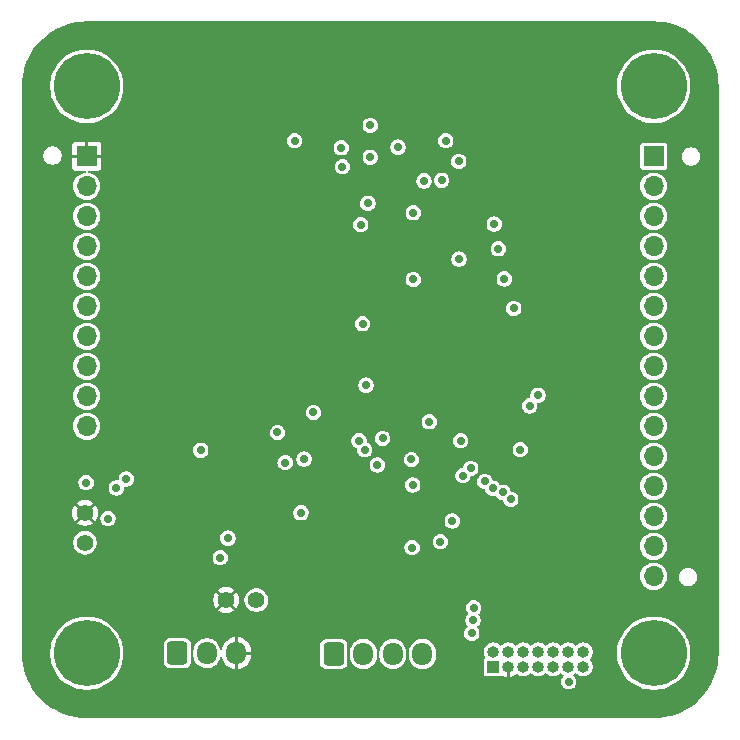
<source format=gbr>
%TF.GenerationSoftware,KiCad,Pcbnew,9.0.0*%
%TF.CreationDate,2025-02-21T21:37:03-05:00*%
%TF.ProjectId,SensorModuleBreakout,53656e73-6f72-44d6-9f64-756c65427265,rev?*%
%TF.SameCoordinates,Original*%
%TF.FileFunction,Copper,L3,Inr*%
%TF.FilePolarity,Positive*%
%FSLAX46Y46*%
G04 Gerber Fmt 4.6, Leading zero omitted, Abs format (unit mm)*
G04 Created by KiCad (PCBNEW 9.0.0) date 2025-02-21 21:37:03*
%MOMM*%
%LPD*%
G01*
G04 APERTURE LIST*
G04 Aperture macros list*
%AMRoundRect*
0 Rectangle with rounded corners*
0 $1 Rounding radius*
0 $2 $3 $4 $5 $6 $7 $8 $9 X,Y pos of 4 corners*
0 Add a 4 corners polygon primitive as box body*
4,1,4,$2,$3,$4,$5,$6,$7,$8,$9,$2,$3,0*
0 Add four circle primitives for the rounded corners*
1,1,$1+$1,$2,$3*
1,1,$1+$1,$4,$5*
1,1,$1+$1,$6,$7*
1,1,$1+$1,$8,$9*
0 Add four rect primitives between the rounded corners*
20,1,$1+$1,$2,$3,$4,$5,0*
20,1,$1+$1,$4,$5,$6,$7,0*
20,1,$1+$1,$6,$7,$8,$9,0*
20,1,$1+$1,$8,$9,$2,$3,0*%
G04 Aperture macros list end*
%TA.AperFunction,ComponentPad*%
%ADD10O,1.700000X1.950000*%
%TD*%
%TA.AperFunction,ComponentPad*%
%ADD11RoundRect,0.250000X-0.600000X-0.725000X0.600000X-0.725000X0.600000X0.725000X-0.600000X0.725000X0*%
%TD*%
%TA.AperFunction,ComponentPad*%
%ADD12R,1.000000X1.000000*%
%TD*%
%TA.AperFunction,ComponentPad*%
%ADD13O,1.000000X1.000000*%
%TD*%
%TA.AperFunction,ComponentPad*%
%ADD14C,5.600000*%
%TD*%
%TA.AperFunction,ComponentPad*%
%ADD15R,1.700000X1.700000*%
%TD*%
%TA.AperFunction,ComponentPad*%
%ADD16O,1.700000X1.700000*%
%TD*%
%TA.AperFunction,ComponentPad*%
%ADD17C,1.400000*%
%TD*%
%TA.AperFunction,ViaPad*%
%ADD18C,0.700000*%
%TD*%
G04 APERTURE END LIST*
D10*
%TO.N,+3V3*%
%TO.C,J4*%
X118670000Y-104000000D03*
%TO.N,GND*%
X116170000Y-104000000D03*
D11*
%TO.N,VBAT*%
X113670000Y-104000000D03*
%TD*%
D12*
%TO.N,unconnected-(J1-NC-Pad1)*%
%TO.C,J1*%
X140430000Y-105150000D03*
D13*
%TO.N,unconnected-(J1-NC-Pad2)*%
X140430000Y-103880000D03*
%TO.N,+3V3*%
X141700000Y-105150000D03*
%TO.N,JTMS{slash}SWDIO*%
X141700000Y-103880000D03*
%TO.N,GND*%
X142970000Y-105150000D03*
%TO.N,JTCK_SWCLK*%
X142970000Y-103880000D03*
%TO.N,GND*%
X144240000Y-105150000D03*
%TO.N,JTDO{slash}SWO*%
X144240000Y-103880000D03*
%TO.N,unconnected-(J1-JRCLK{slash}NC-Pad9)*%
X145510000Y-105150000D03*
%TO.N,unconnected-(J1-JTDI{slash}NC-Pad10)*%
X145510000Y-103880000D03*
%TO.N,GND*%
X146780000Y-105150000D03*
%TO.N,NRST*%
X146780000Y-103880000D03*
%TO.N,VCP_RX*%
X148050000Y-105150000D03*
%TO.N,VCP_TX*%
X148050000Y-103880000D03*
%TD*%
D11*
%TO.N,CC_TX*%
%TO.C,J5*%
X126920000Y-104075000D03*
D10*
%TO.N,CC_RX*%
X129420000Y-104075000D03*
%TO.N,CC_WKE*%
X131920000Y-104075000D03*
%TO.N,CC_RDY*%
X134420000Y-104075000D03*
%TD*%
D14*
%TO.N,GND*%
%TO.C,H2*%
X154000000Y-56000000D03*
%TD*%
%TO.N,GND*%
%TO.C,H3*%
X106000000Y-104000000D03*
%TD*%
D15*
%TO.N,+3V3*%
%TO.C,J2*%
X106000000Y-61920000D03*
D16*
%TO.N,GND*%
X106000000Y-64460000D03*
%TO.N,PB4*%
X106000000Y-67000000D03*
%TO.N,PA15*%
X106000000Y-69540000D03*
%TO.N,PA12*%
X106000000Y-72080000D03*
%TO.N,PA11*%
X106000000Y-74620000D03*
%TO.N,PB8*%
X106000000Y-77160000D03*
%TO.N,PB9*%
X106000000Y-79700000D03*
%TO.N,PA8*%
X106000000Y-82240000D03*
%TO.N,PA1*%
X106000000Y-84780000D03*
%TD*%
D17*
%TO.N,Net-(JP2-A)*%
%TO.C,JP2*%
X120350000Y-99500000D03*
%TO.N,+3V3*%
X117810000Y-99500000D03*
%TD*%
D14*
%TO.N,GND*%
%TO.C,H4*%
X154000000Y-104000000D03*
%TD*%
%TO.N,GND*%
%TO.C,H1*%
X106000000Y-56000000D03*
%TD*%
D15*
%TO.N,SDA*%
%TO.C,J3*%
X154000000Y-61920000D03*
D16*
%TO.N,SCL*%
X154000000Y-64460000D03*
%TO.N,PB15*%
X154000000Y-67000000D03*
%TO.N,PB14*%
X154000000Y-69540000D03*
%TO.N,PB13*%
X154000000Y-72080000D03*
%TO.N,PB12*%
X154000000Y-74620000D03*
%TO.N,PB11*%
X154000000Y-77160000D03*
%TO.N,PB10*%
X154000000Y-79700000D03*
%TO.N,PB2*%
X154000000Y-82240000D03*
%TO.N,PB1*%
X154000000Y-84780000D03*
%TO.N,PB0*%
X154000000Y-87320000D03*
%TO.N,PA7*%
X154000000Y-89860000D03*
%TO.N,PA6*%
X154000000Y-92400000D03*
%TO.N,VCP_RX*%
X154000000Y-94940000D03*
%TO.N,VCP_TX*%
X154000000Y-97480000D03*
%TD*%
D17*
%TO.N,+3V3*%
%TO.C,JP1*%
X105850000Y-92100000D03*
%TO.N,/BOOT0*%
X105850000Y-94640000D03*
%TD*%
D18*
%TO.N,GND*%
X123600000Y-60600000D03*
%TO.N,+3V3*%
X126250000Y-60550000D03*
%TO.N,INT*%
X137500000Y-62350000D03*
%TO.N,/BOOT0*%
X130600000Y-88050000D03*
%TO.N,VCP_RX*%
X138513440Y-88341846D03*
%TO.N,GND*%
X146800000Y-106400000D03*
%TO.N,+3V3*%
X141700000Y-106500000D03*
%TO.N,NRST*%
X138600000Y-102300000D03*
%TO.N,VCP_TX*%
X138700000Y-101200000D03*
%TO.N,JTMS{slash}SWDIO*%
X142700000Y-86750000D03*
%TO.N,JTCK_SWCLK*%
X143500000Y-83050000D03*
%TO.N,JTDO{slash}SWO*%
X144200000Y-82150000D03*
%TO.N,+3V3*%
X134850000Y-95050000D03*
X136800000Y-84200000D03*
X124300000Y-85400000D03*
X133800000Y-60600000D03*
X131300000Y-65900000D03*
X131500000Y-79850000D03*
X122800000Y-90450000D03*
X125900000Y-81300000D03*
X132650000Y-79800000D03*
%TO.N,GND*%
X130000000Y-62000000D03*
X137650000Y-86000000D03*
X133550000Y-95050000D03*
X129800000Y-65900000D03*
X125200000Y-83600000D03*
X117300000Y-95900000D03*
X122800000Y-87850000D03*
X135950000Y-94550000D03*
X136400000Y-60600000D03*
X127550000Y-61200000D03*
X117950000Y-94250000D03*
X130000000Y-59300000D03*
X127650000Y-62800000D03*
X132350000Y-61150000D03*
X107800000Y-92600000D03*
X136050000Y-63950000D03*
X134550000Y-64000000D03*
X129650000Y-81300000D03*
%TO.N,VCP_TX*%
X137850000Y-88950000D03*
%TO.N,NRST*%
X136950000Y-92800000D03*
%TO.N,VCP_RX*%
X138750000Y-100150000D03*
%TO.N,SCL*%
X133650000Y-66700000D03*
X129200000Y-67700000D03*
X133650000Y-72350000D03*
%TO.N,INT*%
X137519975Y-70619975D03*
%TO.N,PA15*%
X135000000Y-84400000D03*
%TO.N,PB15*%
X140500000Y-67650000D03*
X139700000Y-89450000D03*
%TO.N,PB13*%
X141221166Y-90369362D03*
X141350000Y-72300000D03*
%TO.N,PB14*%
X140850000Y-69750000D03*
X140387049Y-90031350D03*
%TO.N,PB12*%
X141905106Y-90954367D03*
X142150000Y-74800000D03*
%TO.N,PA8*%
X133600000Y-89750000D03*
X108500000Y-90000000D03*
%TO.N,PA12*%
X122150000Y-85300000D03*
X124400000Y-87550000D03*
X133490965Y-87590965D03*
%TO.N,PB9*%
X129050000Y-86000000D03*
%TO.N,PB8*%
X115650000Y-86800000D03*
X129533189Y-86759297D03*
%TO.N,PA1*%
X124150000Y-92100000D03*
X105950000Y-89550000D03*
%TO.N,PB4*%
X131050000Y-85800000D03*
X129350000Y-76100000D03*
%TO.N,/BOOT0*%
X109350000Y-89250000D03*
%TD*%
%TA.AperFunction,Conductor*%
%TO.N,+3V3*%
G36*
X154001523Y-50500563D02*
G01*
X154451097Y-50519157D01*
X154457170Y-50519661D01*
X154902169Y-50575129D01*
X154908171Y-50576131D01*
X155347063Y-50668157D01*
X155352959Y-50669650D01*
X155782762Y-50797607D01*
X155788526Y-50799586D01*
X156117385Y-50927908D01*
X156206279Y-50962595D01*
X156211879Y-50965052D01*
X156614718Y-51161987D01*
X156620098Y-51164898D01*
X157005311Y-51394436D01*
X157010431Y-51397781D01*
X157080034Y-51447476D01*
X157375389Y-51658355D01*
X157380193Y-51662095D01*
X157492056Y-51756838D01*
X157722370Y-51951904D01*
X157726870Y-51956046D01*
X158043953Y-52273129D01*
X158048095Y-52277629D01*
X158337901Y-52619803D01*
X158341652Y-52624621D01*
X158602218Y-52989568D01*
X158605563Y-52994688D01*
X158835101Y-53379901D01*
X158838012Y-53385281D01*
X159034947Y-53788120D01*
X159037404Y-53793720D01*
X159200409Y-54211463D01*
X159202395Y-54217248D01*
X159330345Y-54647024D01*
X159331846Y-54652953D01*
X159423865Y-55091813D01*
X159424872Y-55097846D01*
X159480337Y-55542818D01*
X159480842Y-55548913D01*
X159499437Y-55998476D01*
X159499500Y-56001534D01*
X159499500Y-103998465D01*
X159499437Y-104001523D01*
X159480842Y-104451086D01*
X159480337Y-104457181D01*
X159424872Y-104902153D01*
X159423865Y-104908186D01*
X159331846Y-105347046D01*
X159330345Y-105352975D01*
X159202395Y-105782751D01*
X159200409Y-105788536D01*
X159037404Y-106206279D01*
X159034947Y-106211879D01*
X158838012Y-106614718D01*
X158835101Y-106620098D01*
X158605563Y-107005311D01*
X158602218Y-107010431D01*
X158341652Y-107375378D01*
X158337895Y-107380204D01*
X158048095Y-107722370D01*
X158043953Y-107726870D01*
X157726870Y-108043953D01*
X157722370Y-108048095D01*
X157380204Y-108337895D01*
X157375378Y-108341652D01*
X157010431Y-108602218D01*
X157005311Y-108605563D01*
X156620098Y-108835101D01*
X156614718Y-108838012D01*
X156211879Y-109034947D01*
X156206279Y-109037404D01*
X155788536Y-109200409D01*
X155782751Y-109202395D01*
X155352975Y-109330345D01*
X155347046Y-109331846D01*
X154908186Y-109423865D01*
X154902153Y-109424872D01*
X154457181Y-109480337D01*
X154451086Y-109480842D01*
X154001523Y-109499437D01*
X153998465Y-109499500D01*
X106001535Y-109499500D01*
X105998477Y-109499437D01*
X105548913Y-109480842D01*
X105542818Y-109480337D01*
X105097846Y-109424872D01*
X105091813Y-109423865D01*
X104652953Y-109331846D01*
X104647024Y-109330345D01*
X104217248Y-109202395D01*
X104211463Y-109200409D01*
X103793720Y-109037404D01*
X103788120Y-109034947D01*
X103385281Y-108838012D01*
X103379901Y-108835101D01*
X102994688Y-108605563D01*
X102989568Y-108602218D01*
X102806678Y-108471637D01*
X102624613Y-108341646D01*
X102619803Y-108337901D01*
X102277629Y-108048095D01*
X102273129Y-108043953D01*
X101956046Y-107726870D01*
X101951904Y-107722370D01*
X101730446Y-107460895D01*
X101662095Y-107380193D01*
X101658355Y-107375389D01*
X101397781Y-107010431D01*
X101394436Y-107005311D01*
X101164898Y-106620098D01*
X101161987Y-106614718D01*
X100965052Y-106211879D01*
X100962595Y-106206279D01*
X100927908Y-106117385D01*
X100799586Y-105788526D01*
X100797607Y-105782762D01*
X100669650Y-105352959D01*
X100668157Y-105347063D01*
X100576131Y-104908171D01*
X100575129Y-104902169D01*
X100519661Y-104457170D01*
X100519157Y-104451086D01*
X100518807Y-104442630D01*
X100500563Y-104001523D01*
X100500500Y-103998465D01*
X100500500Y-103825880D01*
X102899500Y-103825880D01*
X102899500Y-104174120D01*
X102914281Y-104305305D01*
X102938491Y-104520173D01*
X102985926Y-104727996D01*
X103012198Y-104843104D01*
X103015981Y-104859676D01*
X103015984Y-104859688D01*
X103130997Y-105188378D01*
X103282091Y-105502128D01*
X103282093Y-105502132D01*
X103282094Y-105502133D01*
X103467370Y-105796997D01*
X103684494Y-106069263D01*
X103930737Y-106315506D01*
X104203003Y-106532630D01*
X104497867Y-106717906D01*
X104811621Y-106869002D01*
X105140319Y-106984018D01*
X105479829Y-107061509D01*
X105825880Y-107100500D01*
X105825884Y-107100500D01*
X106174116Y-107100500D01*
X106174120Y-107100500D01*
X106520171Y-107061509D01*
X106859681Y-106984018D01*
X107188379Y-106869002D01*
X107502133Y-106717906D01*
X107796997Y-106532630D01*
X108069263Y-106315506D01*
X108315506Y-106069263D01*
X108532630Y-105796997D01*
X108717906Y-105502133D01*
X108869002Y-105188379D01*
X108984018Y-104859681D01*
X109004920Y-104768104D01*
X112519499Y-104768104D01*
X112528506Y-104843102D01*
X112530123Y-104856564D01*
X112543283Y-104889936D01*
X112585638Y-104997341D01*
X112670308Y-105108994D01*
X112677078Y-105117922D01*
X112797658Y-105209361D01*
X112938436Y-105264877D01*
X113009764Y-105273442D01*
X113026896Y-105275500D01*
X113026898Y-105275500D01*
X114313104Y-105275500D01*
X114328722Y-105273624D01*
X114401564Y-105264877D01*
X114542342Y-105209361D01*
X114662922Y-105117922D01*
X114754361Y-104997342D01*
X114809877Y-104856564D01*
X114820173Y-104770825D01*
X114820500Y-104768104D01*
X114820500Y-103784453D01*
X115019500Y-103784453D01*
X115019500Y-104215546D01*
X115047828Y-104394406D01*
X115047831Y-104394419D01*
X115103787Y-104566635D01*
X115103788Y-104566638D01*
X115103789Y-104566639D01*
X115161804Y-104680500D01*
X115186005Y-104727995D01*
X115186005Y-104727996D01*
X115230420Y-104789128D01*
X115292447Y-104874501D01*
X115420499Y-105002553D01*
X115567006Y-105108996D01*
X115728361Y-105191211D01*
X115728364Y-105191212D01*
X115728363Y-105191212D01*
X115900580Y-105247168D01*
X115900586Y-105247169D01*
X115900591Y-105247171D01*
X116012383Y-105264877D01*
X116079453Y-105275500D01*
X116079454Y-105275500D01*
X116260547Y-105275500D01*
X116319188Y-105266212D01*
X116439409Y-105247171D01*
X116439416Y-105247168D01*
X116439419Y-105247168D01*
X116555778Y-105209361D01*
X116611639Y-105191211D01*
X116772994Y-105108996D01*
X116919501Y-105002553D01*
X117047553Y-104874501D01*
X117153996Y-104727994D01*
X117236211Y-104566639D01*
X117269991Y-104462674D01*
X117292168Y-104394419D01*
X117292168Y-104394417D01*
X117292171Y-104394409D01*
X117296540Y-104366818D01*
X117326131Y-104318528D01*
X117381203Y-104305305D01*
X117429495Y-104334896D01*
X117442718Y-104366817D01*
X117450779Y-104417708D01*
X117450781Y-104417719D01*
X117511577Y-104604828D01*
X117511579Y-104604833D01*
X117600903Y-104780142D01*
X117716551Y-104939317D01*
X117855682Y-105078448D01*
X118014857Y-105194096D01*
X118190166Y-105283420D01*
X118190171Y-105283422D01*
X118377280Y-105344218D01*
X118377293Y-105344221D01*
X118544998Y-105370783D01*
X118545000Y-105370782D01*
X118545000Y-104458262D01*
X118607465Y-104475000D01*
X118732535Y-104475000D01*
X118795000Y-104458262D01*
X118795000Y-105370782D01*
X118795001Y-105370783D01*
X118962706Y-105344221D01*
X118962719Y-105344218D01*
X119149828Y-105283422D01*
X119149833Y-105283420D01*
X119325142Y-105194096D01*
X119484317Y-105078448D01*
X119623448Y-104939317D01*
X119693351Y-104843104D01*
X125769499Y-104843104D01*
X125778314Y-104916498D01*
X125780123Y-104931564D01*
X125787569Y-104950446D01*
X125835638Y-105072341D01*
X125926976Y-105192787D01*
X125927078Y-105192922D01*
X126047658Y-105284361D01*
X126188436Y-105339877D01*
X126259764Y-105348442D01*
X126276896Y-105350500D01*
X126276898Y-105350500D01*
X127563104Y-105350500D01*
X127578722Y-105348624D01*
X127651564Y-105339877D01*
X127792342Y-105284361D01*
X127912922Y-105192922D01*
X128004361Y-105072342D01*
X128059877Y-104931564D01*
X128070500Y-104843102D01*
X128070500Y-103859453D01*
X128269500Y-103859453D01*
X128269500Y-104290546D01*
X128297828Y-104469406D01*
X128297831Y-104469419D01*
X128353787Y-104641635D01*
X128353788Y-104641638D01*
X128353789Y-104641639D01*
X128436004Y-104802994D01*
X128542447Y-104949501D01*
X128670499Y-105077553D01*
X128817006Y-105183996D01*
X128978361Y-105266211D01*
X128978364Y-105266212D01*
X128978363Y-105266212D01*
X129150580Y-105322168D01*
X129150586Y-105322169D01*
X129150591Y-105322171D01*
X129262383Y-105339877D01*
X129329453Y-105350500D01*
X129329454Y-105350500D01*
X129510547Y-105350500D01*
X129577617Y-105339877D01*
X129689409Y-105322171D01*
X129689416Y-105322168D01*
X129689419Y-105322168D01*
X129808674Y-105283420D01*
X129861639Y-105266211D01*
X130022994Y-105183996D01*
X130169501Y-105077553D01*
X130297553Y-104949501D01*
X130403996Y-104802994D01*
X130486211Y-104641639D01*
X130539629Y-104477234D01*
X130542168Y-104469419D01*
X130542168Y-104469416D01*
X130542171Y-104469409D01*
X130570500Y-104290546D01*
X130570500Y-103859454D01*
X130570500Y-103859453D01*
X130769500Y-103859453D01*
X130769500Y-104290546D01*
X130797828Y-104469406D01*
X130797831Y-104469419D01*
X130853787Y-104641635D01*
X130853788Y-104641638D01*
X130853789Y-104641639D01*
X130936004Y-104802994D01*
X131042447Y-104949501D01*
X131170499Y-105077553D01*
X131317006Y-105183996D01*
X131478361Y-105266211D01*
X131478364Y-105266212D01*
X131478363Y-105266212D01*
X131650580Y-105322168D01*
X131650586Y-105322169D01*
X131650591Y-105322171D01*
X131762383Y-105339877D01*
X131829453Y-105350500D01*
X131829454Y-105350500D01*
X132010547Y-105350500D01*
X132077617Y-105339877D01*
X132189409Y-105322171D01*
X132189416Y-105322168D01*
X132189419Y-105322168D01*
X132308674Y-105283420D01*
X132361639Y-105266211D01*
X132522994Y-105183996D01*
X132669501Y-105077553D01*
X132797553Y-104949501D01*
X132903996Y-104802994D01*
X132986211Y-104641639D01*
X133039629Y-104477234D01*
X133042168Y-104469419D01*
X133042168Y-104469416D01*
X133042171Y-104469409D01*
X133070500Y-104290546D01*
X133070500Y-103859454D01*
X133070500Y-103859453D01*
X133269500Y-103859453D01*
X133269500Y-104290546D01*
X133297828Y-104469406D01*
X133297831Y-104469419D01*
X133353787Y-104641635D01*
X133353788Y-104641638D01*
X133353789Y-104641639D01*
X133436004Y-104802994D01*
X133542447Y-104949501D01*
X133670499Y-105077553D01*
X133817006Y-105183996D01*
X133978361Y-105266211D01*
X133978364Y-105266212D01*
X133978363Y-105266212D01*
X134150580Y-105322168D01*
X134150586Y-105322169D01*
X134150591Y-105322171D01*
X134262383Y-105339877D01*
X134329453Y-105350500D01*
X134329454Y-105350500D01*
X134510547Y-105350500D01*
X134577617Y-105339877D01*
X134689409Y-105322171D01*
X134689416Y-105322168D01*
X134689419Y-105322168D01*
X134808674Y-105283420D01*
X134861639Y-105266211D01*
X135022994Y-105183996D01*
X135169501Y-105077553D01*
X135297553Y-104949501D01*
X135403996Y-104802994D01*
X135486211Y-104641639D01*
X135539629Y-104477234D01*
X135542168Y-104469419D01*
X135542168Y-104469416D01*
X135542171Y-104469409D01*
X135570500Y-104290546D01*
X135570500Y-103859454D01*
X135565183Y-103825883D01*
X135562525Y-103809099D01*
X135561267Y-103801159D01*
X139629500Y-103801159D01*
X139629500Y-103958840D01*
X139660261Y-104113491D01*
X139660264Y-104113501D01*
X139720604Y-104259176D01*
X139757059Y-104313735D01*
X139768108Y-104369284D01*
X139747856Y-104407173D01*
X139677794Y-104477234D01*
X139632414Y-104580011D01*
X139629500Y-104605135D01*
X139629500Y-105694863D01*
X139632414Y-105719986D01*
X139632415Y-105719992D01*
X139662680Y-105788536D01*
X139677794Y-105822765D01*
X139757235Y-105902206D01*
X139860009Y-105947585D01*
X139885135Y-105950500D01*
X140974864Y-105950499D01*
X140999991Y-105947585D01*
X141102765Y-105902206D01*
X141102768Y-105902202D01*
X141108423Y-105898330D01*
X141109765Y-105900289D01*
X141153405Y-105882205D01*
X141194529Y-105894676D01*
X141273692Y-105947571D01*
X141437475Y-106015412D01*
X141437486Y-106015415D01*
X141574999Y-106042768D01*
X141575000Y-106042767D01*
X141575000Y-105452970D01*
X141657213Y-105475000D01*
X141742787Y-105475000D01*
X141825000Y-105452970D01*
X141825000Y-106042768D01*
X141962513Y-106015415D01*
X141962524Y-106015412D01*
X142126305Y-105947572D01*
X142273716Y-105849076D01*
X142353031Y-105769761D01*
X142405357Y-105748087D01*
X142457683Y-105769761D01*
X142459711Y-105771789D01*
X142590821Y-105859394D01*
X142590826Y-105859396D01*
X142590825Y-105859396D01*
X142694179Y-105902206D01*
X142736503Y-105919737D01*
X142891158Y-105950500D01*
X142891160Y-105950500D01*
X143048840Y-105950500D01*
X143048842Y-105950500D01*
X143203497Y-105919737D01*
X143349179Y-105859394D01*
X143480289Y-105771789D01*
X143552674Y-105699404D01*
X143605000Y-105677730D01*
X143657326Y-105699404D01*
X143729711Y-105771789D01*
X143860821Y-105859394D01*
X143860826Y-105859396D01*
X143860825Y-105859396D01*
X143964179Y-105902206D01*
X144006503Y-105919737D01*
X144161158Y-105950500D01*
X144161160Y-105950500D01*
X144318840Y-105950500D01*
X144318842Y-105950500D01*
X144473497Y-105919737D01*
X144619179Y-105859394D01*
X144750289Y-105771789D01*
X144822674Y-105699404D01*
X144875000Y-105677730D01*
X144927326Y-105699404D01*
X144999711Y-105771789D01*
X145130821Y-105859394D01*
X145130826Y-105859396D01*
X145130825Y-105859396D01*
X145234179Y-105902206D01*
X145276503Y-105919737D01*
X145431158Y-105950500D01*
X145431160Y-105950500D01*
X145588840Y-105950500D01*
X145588842Y-105950500D01*
X145743497Y-105919737D01*
X145889179Y-105859394D01*
X146020289Y-105771789D01*
X146092674Y-105699404D01*
X146145000Y-105677730D01*
X146197326Y-105699404D01*
X146269711Y-105771789D01*
X146327535Y-105810426D01*
X146337741Y-105817245D01*
X146369207Y-105864337D01*
X146358158Y-105919886D01*
X146348955Y-105931100D01*
X146294725Y-105985330D01*
X146294723Y-105985331D01*
X146223533Y-106091876D01*
X146174498Y-106210257D01*
X146174497Y-106210260D01*
X146149500Y-106335932D01*
X146149500Y-106464067D01*
X146174497Y-106589739D01*
X146174498Y-106589742D01*
X146184843Y-106614718D01*
X146223535Y-106708127D01*
X146294724Y-106814669D01*
X146385331Y-106905276D01*
X146491873Y-106976465D01*
X146610256Y-107025501D01*
X146610258Y-107025501D01*
X146610260Y-107025502D01*
X146652903Y-107033984D01*
X146735931Y-107050500D01*
X146735933Y-107050500D01*
X146864067Y-107050500D01*
X146864069Y-107050500D01*
X146989744Y-107025501D01*
X147108127Y-106976465D01*
X147214669Y-106905276D01*
X147305276Y-106814669D01*
X147376465Y-106708127D01*
X147425501Y-106589744D01*
X147450500Y-106464069D01*
X147450500Y-106335931D01*
X147425501Y-106210256D01*
X147376465Y-106091873D01*
X147305276Y-105985331D01*
X147235021Y-105915076D01*
X147213348Y-105862753D01*
X147235022Y-105810426D01*
X147246234Y-105801225D01*
X147290289Y-105771789D01*
X147362674Y-105699404D01*
X147415000Y-105677730D01*
X147467326Y-105699404D01*
X147539711Y-105771789D01*
X147670821Y-105859394D01*
X147670826Y-105859396D01*
X147670825Y-105859396D01*
X147774179Y-105902206D01*
X147816503Y-105919737D01*
X147971158Y-105950500D01*
X147971160Y-105950500D01*
X148128840Y-105950500D01*
X148128842Y-105950500D01*
X148283497Y-105919737D01*
X148429179Y-105859394D01*
X148560289Y-105771789D01*
X148671789Y-105660289D01*
X148759394Y-105529179D01*
X148819737Y-105383497D01*
X148850500Y-105228842D01*
X148850500Y-105071158D01*
X148819737Y-104916503D01*
X148808733Y-104889936D01*
X148759396Y-104770825D01*
X148759395Y-104770823D01*
X148759394Y-104770821D01*
X148671789Y-104639711D01*
X148599404Y-104567326D01*
X148577730Y-104515000D01*
X148599404Y-104462674D01*
X148671788Y-104390290D01*
X148671789Y-104390289D01*
X148759394Y-104259179D01*
X148819737Y-104113497D01*
X148850500Y-103958842D01*
X148850500Y-103825880D01*
X150899500Y-103825880D01*
X150899500Y-104174120D01*
X150914281Y-104305305D01*
X150938491Y-104520173D01*
X150985926Y-104727996D01*
X151012198Y-104843104D01*
X151015981Y-104859676D01*
X151015984Y-104859688D01*
X151130997Y-105188378D01*
X151282091Y-105502128D01*
X151282093Y-105502132D01*
X151282094Y-105502133D01*
X151467370Y-105796997D01*
X151684494Y-106069263D01*
X151930737Y-106315506D01*
X152203003Y-106532630D01*
X152497867Y-106717906D01*
X152811621Y-106869002D01*
X153140319Y-106984018D01*
X153479829Y-107061509D01*
X153825880Y-107100500D01*
X153825884Y-107100500D01*
X154174116Y-107100500D01*
X154174120Y-107100500D01*
X154520171Y-107061509D01*
X154859681Y-106984018D01*
X155188379Y-106869002D01*
X155502133Y-106717906D01*
X155796997Y-106532630D01*
X156069263Y-106315506D01*
X156315506Y-106069263D01*
X156532630Y-105796997D01*
X156717906Y-105502133D01*
X156869002Y-105188379D01*
X156984018Y-104859681D01*
X157061509Y-104520171D01*
X157100500Y-104174120D01*
X157100500Y-103825880D01*
X157061509Y-103479829D01*
X156984018Y-103140319D01*
X156869002Y-102811621D01*
X156840689Y-102752828D01*
X156717908Y-102497871D01*
X156717907Y-102497870D01*
X156717906Y-102497867D01*
X156532630Y-102203003D01*
X156315506Y-101930737D01*
X156069263Y-101684494D01*
X155796997Y-101467370D01*
X155502133Y-101282094D01*
X155502132Y-101282093D01*
X155502128Y-101282091D01*
X155188378Y-101130997D01*
X154859688Y-101015984D01*
X154859683Y-101015982D01*
X154859681Y-101015982D01*
X154520171Y-100938491D01*
X154520174Y-100938491D01*
X154371863Y-100921780D01*
X154174120Y-100899500D01*
X153825880Y-100899500D01*
X153628136Y-100921780D01*
X153479826Y-100938491D01*
X153140323Y-101015981D01*
X153140311Y-101015984D01*
X152811621Y-101130997D01*
X152497871Y-101282091D01*
X152203002Y-101467370D01*
X151930733Y-101684497D01*
X151684497Y-101930733D01*
X151467370Y-102203002D01*
X151282091Y-102497871D01*
X151130997Y-102811621D01*
X151015984Y-103140311D01*
X151015981Y-103140323D01*
X150938491Y-103479826D01*
X150936125Y-103500825D01*
X150899500Y-103825880D01*
X148850500Y-103825880D01*
X148850500Y-103801158D01*
X148819737Y-103646503D01*
X148769409Y-103525000D01*
X148759396Y-103500825D01*
X148759395Y-103500823D01*
X148759394Y-103500821D01*
X148671789Y-103369711D01*
X148560289Y-103258211D01*
X148542241Y-103246152D01*
X148502888Y-103219857D01*
X148429179Y-103170606D01*
X148429175Y-103170604D01*
X148429173Y-103170603D01*
X148429174Y-103170603D01*
X148283501Y-103110264D01*
X148283491Y-103110261D01*
X148179925Y-103089661D01*
X148128842Y-103079500D01*
X147971158Y-103079500D01*
X147927315Y-103088220D01*
X147816508Y-103110261D01*
X147816498Y-103110264D01*
X147670825Y-103170603D01*
X147539711Y-103258210D01*
X147539710Y-103258212D01*
X147467326Y-103330596D01*
X147415000Y-103352270D01*
X147362674Y-103330596D01*
X147290288Y-103258210D01*
X147232888Y-103219857D01*
X147159179Y-103170606D01*
X147159175Y-103170604D01*
X147159173Y-103170603D01*
X147159174Y-103170603D01*
X147013501Y-103110264D01*
X147013491Y-103110261D01*
X146909925Y-103089661D01*
X146858842Y-103079500D01*
X146701158Y-103079500D01*
X146657315Y-103088220D01*
X146546508Y-103110261D01*
X146546498Y-103110264D01*
X146400825Y-103170603D01*
X146269711Y-103258210D01*
X146269710Y-103258212D01*
X146197326Y-103330596D01*
X146145000Y-103352270D01*
X146092674Y-103330596D01*
X146020288Y-103258210D01*
X145962888Y-103219857D01*
X145889179Y-103170606D01*
X145889175Y-103170604D01*
X145889173Y-103170603D01*
X145889174Y-103170603D01*
X145743501Y-103110264D01*
X145743491Y-103110261D01*
X145639925Y-103089661D01*
X145588842Y-103079500D01*
X145431158Y-103079500D01*
X145387315Y-103088220D01*
X145276508Y-103110261D01*
X145276498Y-103110264D01*
X145130825Y-103170603D01*
X144999711Y-103258210D01*
X144999710Y-103258212D01*
X144927326Y-103330596D01*
X144875000Y-103352270D01*
X144822674Y-103330596D01*
X144750288Y-103258210D01*
X144692888Y-103219857D01*
X144619179Y-103170606D01*
X144619175Y-103170604D01*
X144619173Y-103170603D01*
X144619174Y-103170603D01*
X144473501Y-103110264D01*
X144473491Y-103110261D01*
X144369925Y-103089661D01*
X144318842Y-103079500D01*
X144161158Y-103079500D01*
X144117315Y-103088220D01*
X144006508Y-103110261D01*
X144006498Y-103110264D01*
X143860825Y-103170603D01*
X143729711Y-103258210D01*
X143729710Y-103258212D01*
X143657326Y-103330596D01*
X143605000Y-103352270D01*
X143552674Y-103330596D01*
X143480288Y-103258210D01*
X143422888Y-103219857D01*
X143349179Y-103170606D01*
X143349175Y-103170604D01*
X143349173Y-103170603D01*
X143349174Y-103170603D01*
X143203501Y-103110264D01*
X143203491Y-103110261D01*
X143099925Y-103089661D01*
X143048842Y-103079500D01*
X142891158Y-103079500D01*
X142847315Y-103088220D01*
X142736508Y-103110261D01*
X142736498Y-103110264D01*
X142590825Y-103170603D01*
X142459711Y-103258210D01*
X142459710Y-103258212D01*
X142387326Y-103330596D01*
X142335000Y-103352270D01*
X142282674Y-103330596D01*
X142210288Y-103258210D01*
X142152888Y-103219857D01*
X142079179Y-103170606D01*
X142079175Y-103170604D01*
X142079173Y-103170603D01*
X142079174Y-103170603D01*
X141933501Y-103110264D01*
X141933491Y-103110261D01*
X141829925Y-103089661D01*
X141778842Y-103079500D01*
X141621158Y-103079500D01*
X141577315Y-103088220D01*
X141466508Y-103110261D01*
X141466498Y-103110264D01*
X141320825Y-103170603D01*
X141189711Y-103258210D01*
X141189710Y-103258212D01*
X141117326Y-103330596D01*
X141065000Y-103352270D01*
X141012674Y-103330596D01*
X140940288Y-103258210D01*
X140882888Y-103219857D01*
X140809179Y-103170606D01*
X140809175Y-103170604D01*
X140809173Y-103170603D01*
X140809174Y-103170603D01*
X140663501Y-103110264D01*
X140663491Y-103110261D01*
X140559925Y-103089661D01*
X140508842Y-103079500D01*
X140351158Y-103079500D01*
X140307315Y-103088220D01*
X140196508Y-103110261D01*
X140196498Y-103110264D01*
X140050825Y-103170603D01*
X139919711Y-103258210D01*
X139919710Y-103258212D01*
X139808212Y-103369710D01*
X139808210Y-103369711D01*
X139720603Y-103500825D01*
X139660264Y-103646498D01*
X139660261Y-103646508D01*
X139629500Y-103801159D01*
X135561267Y-103801159D01*
X135546566Y-103708343D01*
X135542171Y-103680591D01*
X135542169Y-103680586D01*
X135542168Y-103680580D01*
X135486212Y-103508364D01*
X135486211Y-103508363D01*
X135486211Y-103508361D01*
X135403996Y-103347006D01*
X135297553Y-103200499D01*
X135169501Y-103072447D01*
X135066268Y-102997444D01*
X135022996Y-102966005D01*
X134861635Y-102883787D01*
X134861636Y-102883787D01*
X134689419Y-102827831D01*
X134689406Y-102827828D01*
X134510547Y-102799500D01*
X134510546Y-102799500D01*
X134329454Y-102799500D01*
X134329453Y-102799500D01*
X134150593Y-102827828D01*
X134150580Y-102827831D01*
X133978364Y-102883787D01*
X133817004Y-102966005D01*
X133817003Y-102966005D01*
X133686692Y-103060682D01*
X133670499Y-103072447D01*
X133542447Y-103200499D01*
X133542444Y-103200502D01*
X133542444Y-103200503D01*
X133436005Y-103347003D01*
X133436005Y-103347004D01*
X133353787Y-103508364D01*
X133297831Y-103680580D01*
X133297828Y-103680593D01*
X133269500Y-103859453D01*
X133070500Y-103859453D01*
X133042171Y-103680591D01*
X133042169Y-103680586D01*
X133042168Y-103680580D01*
X132986212Y-103508364D01*
X132986211Y-103508363D01*
X132986211Y-103508361D01*
X132903996Y-103347006D01*
X132797553Y-103200499D01*
X132669501Y-103072447D01*
X132566268Y-102997444D01*
X132522996Y-102966005D01*
X132361635Y-102883787D01*
X132361636Y-102883787D01*
X132189419Y-102827831D01*
X132189406Y-102827828D01*
X132010547Y-102799500D01*
X132010546Y-102799500D01*
X131829454Y-102799500D01*
X131829453Y-102799500D01*
X131650593Y-102827828D01*
X131650580Y-102827831D01*
X131478364Y-102883787D01*
X131317004Y-102966005D01*
X131317003Y-102966005D01*
X131186692Y-103060682D01*
X131170499Y-103072447D01*
X131042447Y-103200499D01*
X131042444Y-103200502D01*
X131042444Y-103200503D01*
X130936005Y-103347003D01*
X130936005Y-103347004D01*
X130853787Y-103508364D01*
X130797831Y-103680580D01*
X130797828Y-103680593D01*
X130769500Y-103859453D01*
X130570500Y-103859453D01*
X130542171Y-103680591D01*
X130542169Y-103680586D01*
X130542168Y-103680580D01*
X130486212Y-103508364D01*
X130486211Y-103508363D01*
X130486211Y-103508361D01*
X130403996Y-103347006D01*
X130297553Y-103200499D01*
X130169501Y-103072447D01*
X130066268Y-102997444D01*
X130022996Y-102966005D01*
X129861635Y-102883787D01*
X129861636Y-102883787D01*
X129689419Y-102827831D01*
X129689406Y-102827828D01*
X129510547Y-102799500D01*
X129510546Y-102799500D01*
X129329454Y-102799500D01*
X129329453Y-102799500D01*
X129150593Y-102827828D01*
X129150580Y-102827831D01*
X128978364Y-102883787D01*
X128817004Y-102966005D01*
X128817003Y-102966005D01*
X128686692Y-103060682D01*
X128670499Y-103072447D01*
X128542447Y-103200499D01*
X128542444Y-103200502D01*
X128542444Y-103200503D01*
X128436005Y-103347003D01*
X128436005Y-103347004D01*
X128353787Y-103508364D01*
X128297831Y-103680580D01*
X128297828Y-103680593D01*
X128269500Y-103859453D01*
X128070500Y-103859453D01*
X128070500Y-103306898D01*
X128059877Y-103218436D01*
X128004361Y-103077658D01*
X127912922Y-102957078D01*
X127816277Y-102883789D01*
X127792341Y-102865638D01*
X127696463Y-102827829D01*
X127651564Y-102810123D01*
X127622076Y-102806582D01*
X127563104Y-102799500D01*
X127563102Y-102799500D01*
X126276898Y-102799500D01*
X126276896Y-102799500D01*
X126188436Y-102810123D01*
X126047658Y-102865638D01*
X125927078Y-102957077D01*
X125927077Y-102957078D01*
X125835638Y-103077658D01*
X125780123Y-103218436D01*
X125775347Y-103258211D01*
X125769500Y-103306898D01*
X125769500Y-104843102D01*
X125769500Y-104843104D01*
X125769499Y-104843104D01*
X119693351Y-104843104D01*
X119739096Y-104780142D01*
X119828420Y-104604833D01*
X119828422Y-104604828D01*
X119889218Y-104417719D01*
X119889221Y-104417706D01*
X119920000Y-104223377D01*
X119920000Y-104125000D01*
X119128263Y-104125000D01*
X119145000Y-104062535D01*
X119145000Y-103937465D01*
X119128263Y-103875000D01*
X119920000Y-103875000D01*
X119920000Y-103776622D01*
X119889221Y-103582293D01*
X119889218Y-103582280D01*
X119828422Y-103395171D01*
X119828420Y-103395166D01*
X119799436Y-103338281D01*
X119739096Y-103219857D01*
X119623448Y-103060682D01*
X119484317Y-102921551D01*
X119325142Y-102805903D01*
X119149833Y-102716579D01*
X119149828Y-102716577D01*
X118962719Y-102655781D01*
X118962708Y-102655779D01*
X118795000Y-102629215D01*
X118795000Y-103541737D01*
X118732535Y-103525000D01*
X118607465Y-103525000D01*
X118545000Y-103541737D01*
X118545000Y-102629215D01*
X118377291Y-102655779D01*
X118377280Y-102655781D01*
X118190171Y-102716577D01*
X118190166Y-102716579D01*
X118014857Y-102805903D01*
X117855682Y-102921551D01*
X117716551Y-103060682D01*
X117600903Y-103219857D01*
X117511579Y-103395166D01*
X117511577Y-103395171D01*
X117450781Y-103582280D01*
X117450779Y-103582291D01*
X117442718Y-103633182D01*
X117413124Y-103681473D01*
X117358052Y-103694694D01*
X117309761Y-103665100D01*
X117296540Y-103633179D01*
X117292171Y-103605591D01*
X117292168Y-103605584D01*
X117292168Y-103605580D01*
X117236212Y-103433364D01*
X117236211Y-103433363D01*
X117236211Y-103433361D01*
X117153996Y-103272006D01*
X117047553Y-103125499D01*
X116919501Y-102997447D01*
X116815039Y-102921551D01*
X116772996Y-102891005D01*
X116611635Y-102808787D01*
X116611636Y-102808787D01*
X116439419Y-102752831D01*
X116439406Y-102752828D01*
X116260547Y-102724500D01*
X116260546Y-102724500D01*
X116079454Y-102724500D01*
X116079453Y-102724500D01*
X115900593Y-102752828D01*
X115900580Y-102752831D01*
X115728364Y-102808787D01*
X115567004Y-102891005D01*
X115567003Y-102891005D01*
X115463775Y-102966005D01*
X115420499Y-102997447D01*
X115292447Y-103125499D01*
X115292444Y-103125502D01*
X115292444Y-103125503D01*
X115186005Y-103272003D01*
X115186005Y-103272004D01*
X115103787Y-103433364D01*
X115047831Y-103605580D01*
X115047828Y-103605593D01*
X115019500Y-103784453D01*
X114820500Y-103784453D01*
X114820500Y-103231895D01*
X114816729Y-103200494D01*
X114809877Y-103143436D01*
X114754361Y-103002658D01*
X114662922Y-102882078D01*
X114655522Y-102876466D01*
X114542341Y-102790638D01*
X114446463Y-102752829D01*
X114401564Y-102735123D01*
X114372076Y-102731582D01*
X114313104Y-102724500D01*
X114313102Y-102724500D01*
X113026898Y-102724500D01*
X113026896Y-102724500D01*
X112938436Y-102735123D01*
X112797658Y-102790638D01*
X112677078Y-102882077D01*
X112677077Y-102882078D01*
X112585638Y-103002658D01*
X112530123Y-103143436D01*
X112521117Y-103218436D01*
X112519500Y-103231898D01*
X112519500Y-104768102D01*
X112519500Y-104768104D01*
X112519499Y-104768104D01*
X109004920Y-104768104D01*
X109061509Y-104520171D01*
X109100500Y-104174120D01*
X109100500Y-103825880D01*
X109061509Y-103479829D01*
X109050903Y-103433361D01*
X109008174Y-103246152D01*
X108984019Y-103140323D01*
X108984015Y-103140311D01*
X108978833Y-103125503D01*
X108869002Y-102811621D01*
X108840689Y-102752828D01*
X108717908Y-102497871D01*
X108717907Y-102497870D01*
X108717906Y-102497867D01*
X108553321Y-102235932D01*
X137949500Y-102235932D01*
X137949500Y-102364067D01*
X137974497Y-102489739D01*
X137974498Y-102489742D01*
X137977863Y-102497867D01*
X138023535Y-102608127D01*
X138094724Y-102714669D01*
X138185331Y-102805276D01*
X138291873Y-102876465D01*
X138410256Y-102925501D01*
X138410258Y-102925501D01*
X138410260Y-102925502D01*
X138452903Y-102933984D01*
X138535931Y-102950500D01*
X138535933Y-102950500D01*
X138664067Y-102950500D01*
X138664069Y-102950500D01*
X138789744Y-102925501D01*
X138908127Y-102876465D01*
X139014669Y-102805276D01*
X139105276Y-102714669D01*
X139176465Y-102608127D01*
X139225501Y-102489744D01*
X139250500Y-102364069D01*
X139250500Y-102235931D01*
X139225501Y-102110256D01*
X139176465Y-101991873D01*
X139105276Y-101885331D01*
X139064862Y-101844917D01*
X139043188Y-101792591D01*
X139064862Y-101740265D01*
X139076077Y-101731062D01*
X139087342Y-101723535D01*
X139114669Y-101705276D01*
X139205276Y-101614669D01*
X139276465Y-101508127D01*
X139325501Y-101389744D01*
X139350500Y-101264069D01*
X139350500Y-101135931D01*
X139338168Y-101073939D01*
X139325502Y-101010260D01*
X139325501Y-101010257D01*
X139276466Y-100891876D01*
X139276465Y-100891873D01*
X139205276Y-100785331D01*
X139172271Y-100752326D01*
X139150597Y-100700000D01*
X139172271Y-100647674D01*
X139255275Y-100564670D01*
X139255276Y-100564669D01*
X139326465Y-100458127D01*
X139375501Y-100339744D01*
X139400500Y-100214069D01*
X139400500Y-100085931D01*
X139375501Y-99960256D01*
X139326465Y-99841873D01*
X139255276Y-99735331D01*
X139164669Y-99644724D01*
X139058127Y-99573535D01*
X139058124Y-99573533D01*
X139058123Y-99573533D01*
X138939742Y-99524498D01*
X138939739Y-99524497D01*
X138849696Y-99506586D01*
X138814069Y-99499500D01*
X138685931Y-99499500D01*
X138654726Y-99505707D01*
X138560260Y-99524497D01*
X138560257Y-99524498D01*
X138441876Y-99573533D01*
X138335331Y-99644723D01*
X138335330Y-99644725D01*
X138244725Y-99735330D01*
X138244723Y-99735331D01*
X138173533Y-99841876D01*
X138124498Y-99960257D01*
X138124497Y-99960260D01*
X138099500Y-100085932D01*
X138099500Y-100214067D01*
X138124497Y-100339739D01*
X138124498Y-100339742D01*
X138166358Y-100440802D01*
X138173535Y-100458127D01*
X138176158Y-100462052D01*
X138244723Y-100564668D01*
X138277729Y-100597674D01*
X138299403Y-100650000D01*
X138277729Y-100702326D01*
X138194725Y-100785330D01*
X138194723Y-100785331D01*
X138123533Y-100891876D01*
X138074498Y-101010257D01*
X138074497Y-101010260D01*
X138053043Y-101118117D01*
X138049500Y-101135931D01*
X138049500Y-101264069D01*
X138056586Y-101299696D01*
X138074497Y-101389739D01*
X138074498Y-101389742D01*
X138074499Y-101389744D01*
X138123535Y-101508127D01*
X138171207Y-101579473D01*
X138194723Y-101614668D01*
X138235137Y-101655082D01*
X138256811Y-101707408D01*
X138235137Y-101759734D01*
X138223924Y-101768936D01*
X138185334Y-101794721D01*
X138094725Y-101885330D01*
X138094723Y-101885331D01*
X138023533Y-101991876D01*
X137974498Y-102110257D01*
X137974497Y-102110260D01*
X137949500Y-102235932D01*
X108553321Y-102235932D01*
X108532630Y-102203003D01*
X108315506Y-101930737D01*
X108069263Y-101684494D01*
X107796997Y-101467370D01*
X107502133Y-101282094D01*
X107502132Y-101282093D01*
X107502128Y-101282091D01*
X107188378Y-101130997D01*
X106859688Y-101015984D01*
X106859683Y-101015982D01*
X106859681Y-101015982D01*
X106520171Y-100938491D01*
X106520174Y-100938491D01*
X106371863Y-100921780D01*
X106174120Y-100899500D01*
X105825880Y-100899500D01*
X105628136Y-100921780D01*
X105479826Y-100938491D01*
X105140323Y-101015981D01*
X105140311Y-101015984D01*
X104811621Y-101130997D01*
X104497871Y-101282091D01*
X104203002Y-101467370D01*
X103930733Y-101684497D01*
X103684497Y-101930733D01*
X103467370Y-102203002D01*
X103282091Y-102497871D01*
X103130997Y-102811621D01*
X103015984Y-103140311D01*
X103015981Y-103140323D01*
X102938491Y-103479826D01*
X102936125Y-103500825D01*
X102899500Y-103825880D01*
X100500500Y-103825880D01*
X100500500Y-99413426D01*
X116710000Y-99413426D01*
X116710000Y-99586573D01*
X116737085Y-99757581D01*
X116737088Y-99757594D01*
X116790588Y-99922249D01*
X116869197Y-100076526D01*
X116869197Y-100076527D01*
X116948098Y-100185124D01*
X117452474Y-99680747D01*
X117489920Y-99745606D01*
X117564394Y-99820080D01*
X117629250Y-99857524D01*
X117124874Y-100361901D01*
X117233472Y-100440802D01*
X117387750Y-100519411D01*
X117387749Y-100519411D01*
X117552405Y-100572911D01*
X117552418Y-100572914D01*
X117723426Y-100600000D01*
X117896574Y-100600000D01*
X118067581Y-100572914D01*
X118067594Y-100572911D01*
X118232249Y-100519411D01*
X118386526Y-100440802D01*
X118386527Y-100440802D01*
X118495124Y-100361901D01*
X117990748Y-99857525D01*
X118055606Y-99820080D01*
X118130080Y-99745606D01*
X118167525Y-99680748D01*
X118671901Y-100185124D01*
X118750802Y-100076527D01*
X118750802Y-100076526D01*
X118829411Y-99922249D01*
X118882911Y-99757594D01*
X118882914Y-99757581D01*
X118910000Y-99586573D01*
X118910000Y-99413424D01*
X118909999Y-99413422D01*
X118909363Y-99409403D01*
X118909363Y-99409402D01*
X118909362Y-99409400D01*
X118908104Y-99401459D01*
X119349500Y-99401459D01*
X119349500Y-99598541D01*
X119358687Y-99644725D01*
X119387947Y-99791829D01*
X119387950Y-99791839D01*
X119463367Y-99973913D01*
X119572860Y-100137781D01*
X119712218Y-100277139D01*
X119876086Y-100386632D01*
X120048691Y-100458127D01*
X120058165Y-100462051D01*
X120251459Y-100500500D01*
X120251461Y-100500500D01*
X120448539Y-100500500D01*
X120448541Y-100500500D01*
X120641835Y-100462051D01*
X120823914Y-100386632D01*
X120987782Y-100277139D01*
X121127139Y-100137782D01*
X121236632Y-99973914D01*
X121312051Y-99791835D01*
X121350500Y-99598541D01*
X121350500Y-99401459D01*
X121312051Y-99208165D01*
X121236632Y-99026086D01*
X121127139Y-98862218D01*
X120987782Y-98722861D01*
X120860926Y-98638098D01*
X120823913Y-98613367D01*
X120641839Y-98537950D01*
X120641829Y-98537947D01*
X120512388Y-98512200D01*
X120448541Y-98499500D01*
X120251459Y-98499500D01*
X120196662Y-98510399D01*
X120058170Y-98537947D01*
X120058160Y-98537950D01*
X119876086Y-98613367D01*
X119712218Y-98722860D01*
X119712217Y-98722862D01*
X119572862Y-98862217D01*
X119572860Y-98862218D01*
X119463367Y-99026086D01*
X119387950Y-99208160D01*
X119387947Y-99208170D01*
X119378753Y-99254394D01*
X119349500Y-99401459D01*
X118908104Y-99401459D01*
X118882914Y-99242418D01*
X118882911Y-99242405D01*
X118829411Y-99077750D01*
X118750802Y-98923473D01*
X118750802Y-98923472D01*
X118671901Y-98814874D01*
X118167524Y-99319250D01*
X118130080Y-99254394D01*
X118055606Y-99179920D01*
X117990747Y-99142474D01*
X118495124Y-98638098D01*
X118386527Y-98559197D01*
X118232249Y-98480588D01*
X118232250Y-98480588D01*
X118067594Y-98427088D01*
X118067581Y-98427085D01*
X117896574Y-98400000D01*
X117723426Y-98400000D01*
X117552418Y-98427085D01*
X117552405Y-98427088D01*
X117387752Y-98480587D01*
X117233479Y-98559193D01*
X117124874Y-98638098D01*
X117629250Y-99142474D01*
X117564394Y-99179920D01*
X117489920Y-99254394D01*
X117452474Y-99319250D01*
X116948098Y-98814874D01*
X116869193Y-98923479D01*
X116790587Y-99077752D01*
X116737088Y-99242405D01*
X116737085Y-99242418D01*
X116710000Y-99413426D01*
X100500500Y-99413426D01*
X100500500Y-97389453D01*
X152849500Y-97389453D01*
X152849500Y-97570546D01*
X152877828Y-97749406D01*
X152877831Y-97749419D01*
X152933787Y-97921635D01*
X152933788Y-97921638D01*
X152933789Y-97921639D01*
X153016004Y-98082994D01*
X153122447Y-98229501D01*
X153250499Y-98357553D01*
X153397006Y-98463996D01*
X153558361Y-98546211D01*
X153558364Y-98546212D01*
X153558363Y-98546212D01*
X153730580Y-98602168D01*
X153730586Y-98602169D01*
X153730591Y-98602171D01*
X153849833Y-98621057D01*
X153909453Y-98630500D01*
X153909454Y-98630500D01*
X154090547Y-98630500D01*
X154135261Y-98623417D01*
X154269409Y-98602171D01*
X154269416Y-98602168D01*
X154269419Y-98602168D01*
X154347601Y-98576765D01*
X154441639Y-98546211D01*
X154602994Y-98463996D01*
X154749501Y-98357553D01*
X154877553Y-98229501D01*
X154983996Y-98082994D01*
X155066211Y-97921639D01*
X155096765Y-97827601D01*
X155122168Y-97749419D01*
X155122168Y-97749416D01*
X155122171Y-97749409D01*
X155150500Y-97570546D01*
X155150500Y-97473522D01*
X156123500Y-97473522D01*
X156123500Y-97626477D01*
X156153339Y-97776491D01*
X156153342Y-97776501D01*
X156211874Y-97917810D01*
X156214433Y-97921639D01*
X156296853Y-98044990D01*
X156405010Y-98153147D01*
X156532189Y-98238125D01*
X156673503Y-98296659D01*
X156823521Y-98326500D01*
X156823523Y-98326500D01*
X156976477Y-98326500D01*
X156976479Y-98326500D01*
X157126497Y-98296659D01*
X157267811Y-98238125D01*
X157394990Y-98153147D01*
X157503147Y-98044990D01*
X157588125Y-97917811D01*
X157646659Y-97776497D01*
X157676500Y-97626479D01*
X157676500Y-97473521D01*
X157646659Y-97323503D01*
X157588125Y-97182189D01*
X157503147Y-97055010D01*
X157394990Y-96946853D01*
X157290457Y-96877006D01*
X157267810Y-96861874D01*
X157126501Y-96803342D01*
X157126491Y-96803339D01*
X157026031Y-96783356D01*
X156976479Y-96773500D01*
X156823521Y-96773500D01*
X156780992Y-96781959D01*
X156673508Y-96803339D01*
X156673498Y-96803342D01*
X156532189Y-96861874D01*
X156405010Y-96946852D01*
X156405009Y-96946854D01*
X156296854Y-97055009D01*
X156296852Y-97055010D01*
X156211874Y-97182189D01*
X156153342Y-97323498D01*
X156153339Y-97323508D01*
X156123500Y-97473522D01*
X155150500Y-97473522D01*
X155150500Y-97389454D01*
X155122171Y-97210591D01*
X155122169Y-97210586D01*
X155122168Y-97210580D01*
X155066212Y-97038364D01*
X155066211Y-97038363D01*
X155066211Y-97038361D01*
X154983996Y-96877006D01*
X154877553Y-96730499D01*
X154749501Y-96602447D01*
X154643595Y-96525502D01*
X154602996Y-96496005D01*
X154441635Y-96413787D01*
X154441636Y-96413787D01*
X154269419Y-96357831D01*
X154269406Y-96357828D01*
X154090547Y-96329500D01*
X154090546Y-96329500D01*
X153909454Y-96329500D01*
X153909453Y-96329500D01*
X153730593Y-96357828D01*
X153730580Y-96357831D01*
X153558364Y-96413787D01*
X153397004Y-96496005D01*
X153397003Y-96496005D01*
X153250503Y-96602444D01*
X153250499Y-96602447D01*
X153122447Y-96730499D01*
X153122444Y-96730502D01*
X153122444Y-96730503D01*
X153016005Y-96877003D01*
X153016005Y-96877004D01*
X152933787Y-97038364D01*
X152877831Y-97210580D01*
X152877828Y-97210593D01*
X152849500Y-97389453D01*
X100500500Y-97389453D01*
X100500500Y-95835932D01*
X116649500Y-95835932D01*
X116649500Y-95964067D01*
X116674497Y-96089739D01*
X116674498Y-96089742D01*
X116674499Y-96089744D01*
X116723535Y-96208127D01*
X116794724Y-96314669D01*
X116885331Y-96405276D01*
X116991873Y-96476465D01*
X117110256Y-96525501D01*
X117110258Y-96525501D01*
X117110260Y-96525502D01*
X117152903Y-96533984D01*
X117235931Y-96550500D01*
X117235933Y-96550500D01*
X117364067Y-96550500D01*
X117364069Y-96550500D01*
X117489744Y-96525501D01*
X117608127Y-96476465D01*
X117714669Y-96405276D01*
X117805276Y-96314669D01*
X117876465Y-96208127D01*
X117925501Y-96089744D01*
X117950500Y-95964069D01*
X117950500Y-95835931D01*
X117925501Y-95710256D01*
X117876465Y-95591873D01*
X117805276Y-95485331D01*
X117714669Y-95394724D01*
X117608127Y-95323535D01*
X117608124Y-95323533D01*
X117608123Y-95323533D01*
X117489742Y-95274498D01*
X117489739Y-95274497D01*
X117399696Y-95256586D01*
X117364069Y-95249500D01*
X117235931Y-95249500D01*
X117204726Y-95255707D01*
X117110260Y-95274497D01*
X117110257Y-95274498D01*
X116991876Y-95323533D01*
X116885331Y-95394723D01*
X116885330Y-95394725D01*
X116794725Y-95485330D01*
X116794723Y-95485331D01*
X116723533Y-95591876D01*
X116674498Y-95710257D01*
X116674497Y-95710260D01*
X116649500Y-95835932D01*
X100500500Y-95835932D01*
X100500500Y-94541459D01*
X104849500Y-94541459D01*
X104849500Y-94738541D01*
X104852829Y-94755275D01*
X104887947Y-94931829D01*
X104887950Y-94931839D01*
X104963367Y-95113913D01*
X105072860Y-95277781D01*
X105212218Y-95417139D01*
X105376086Y-95526632D01*
X105415592Y-95542996D01*
X105558165Y-95602051D01*
X105751459Y-95640500D01*
X105751461Y-95640500D01*
X105948539Y-95640500D01*
X105948541Y-95640500D01*
X106141835Y-95602051D01*
X106323914Y-95526632D01*
X106487782Y-95417139D01*
X106627139Y-95277782D01*
X106736632Y-95113914D01*
X106789643Y-94985932D01*
X132899500Y-94985932D01*
X132899500Y-95114067D01*
X132924497Y-95239739D01*
X132924498Y-95239742D01*
X132959205Y-95323533D01*
X132973535Y-95358127D01*
X133044724Y-95464669D01*
X133135331Y-95555276D01*
X133241873Y-95626465D01*
X133360256Y-95675501D01*
X133360258Y-95675501D01*
X133360260Y-95675502D01*
X133402903Y-95683984D01*
X133485931Y-95700500D01*
X133485933Y-95700500D01*
X133614067Y-95700500D01*
X133614069Y-95700500D01*
X133739744Y-95675501D01*
X133858127Y-95626465D01*
X133964669Y-95555276D01*
X134055276Y-95464669D01*
X134126465Y-95358127D01*
X134175501Y-95239744D01*
X134200500Y-95114069D01*
X134200500Y-94985931D01*
X134175501Y-94860256D01*
X134126465Y-94741873D01*
X134055276Y-94635331D01*
X133964669Y-94544724D01*
X133876679Y-94485931D01*
X135299500Y-94485931D01*
X135299500Y-94614069D01*
X135306586Y-94649696D01*
X135324497Y-94739739D01*
X135324498Y-94739742D01*
X135369942Y-94849454D01*
X135373535Y-94858127D01*
X135385144Y-94875501D01*
X135437580Y-94953978D01*
X135444724Y-94964669D01*
X135535331Y-95055276D01*
X135641873Y-95126465D01*
X135760256Y-95175501D01*
X135760258Y-95175501D01*
X135760260Y-95175502D01*
X135802903Y-95183984D01*
X135885931Y-95200500D01*
X135885933Y-95200500D01*
X136014067Y-95200500D01*
X136014069Y-95200500D01*
X136139744Y-95175501D01*
X136258127Y-95126465D01*
X136364669Y-95055276D01*
X136455276Y-94964669D01*
X136526465Y-94858127D01*
X136530058Y-94849453D01*
X152849500Y-94849453D01*
X152849500Y-95030546D01*
X152877828Y-95209406D01*
X152877831Y-95209419D01*
X152933787Y-95381635D01*
X152933788Y-95381638D01*
X152933789Y-95381639D01*
X153007667Y-95526632D01*
X153016005Y-95542995D01*
X153016005Y-95542996D01*
X153024927Y-95555276D01*
X153122447Y-95689501D01*
X153250499Y-95817553D01*
X153397006Y-95923996D01*
X153558361Y-96006211D01*
X153558364Y-96006212D01*
X153558363Y-96006212D01*
X153730580Y-96062168D01*
X153730586Y-96062169D01*
X153730591Y-96062171D01*
X153849833Y-96081057D01*
X153909453Y-96090500D01*
X153909454Y-96090500D01*
X154090547Y-96090500D01*
X154135261Y-96083417D01*
X154269409Y-96062171D01*
X154269416Y-96062168D01*
X154269419Y-96062168D01*
X154347601Y-96036765D01*
X154441639Y-96006211D01*
X154602994Y-95923996D01*
X154749501Y-95817553D01*
X154877553Y-95689501D01*
X154983996Y-95542994D01*
X155066211Y-95381639D01*
X155112315Y-95239744D01*
X155122168Y-95209419D01*
X155122168Y-95209416D01*
X155122171Y-95209409D01*
X155150500Y-95030546D01*
X155150500Y-94849454D01*
X155122171Y-94670591D01*
X155122169Y-94670586D01*
X155122168Y-94670580D01*
X155066212Y-94498364D01*
X155066211Y-94498363D01*
X155066211Y-94498361D01*
X154983996Y-94337006D01*
X154877553Y-94190499D01*
X154749501Y-94062447D01*
X154664128Y-94000420D01*
X154602996Y-93956005D01*
X154441635Y-93873787D01*
X154441636Y-93873787D01*
X154269419Y-93817831D01*
X154269406Y-93817828D01*
X154090547Y-93789500D01*
X154090546Y-93789500D01*
X153909454Y-93789500D01*
X153909453Y-93789500D01*
X153730593Y-93817828D01*
X153730580Y-93817831D01*
X153558364Y-93873787D01*
X153397004Y-93956005D01*
X153397003Y-93956005D01*
X153274891Y-94044725D01*
X153250499Y-94062447D01*
X153122447Y-94190499D01*
X153122444Y-94190502D01*
X153122444Y-94190503D01*
X153016005Y-94337003D01*
X153016005Y-94337004D01*
X152933787Y-94498364D01*
X152877831Y-94670580D01*
X152877828Y-94670593D01*
X152849500Y-94849453D01*
X136530058Y-94849453D01*
X136538562Y-94828921D01*
X136542992Y-94818228D01*
X136542992Y-94818227D01*
X136575500Y-94739746D01*
X136575502Y-94739739D01*
X136589259Y-94670580D01*
X136600500Y-94614069D01*
X136600500Y-94485931D01*
X136575501Y-94360256D01*
X136526465Y-94241873D01*
X136455276Y-94135331D01*
X136364669Y-94044724D01*
X136258127Y-93973535D01*
X136258124Y-93973533D01*
X136258123Y-93973533D01*
X136139742Y-93924498D01*
X136139739Y-93924497D01*
X136049696Y-93906586D01*
X136014069Y-93899500D01*
X135885931Y-93899500D01*
X135854726Y-93905707D01*
X135760260Y-93924497D01*
X135760257Y-93924498D01*
X135641876Y-93973533D01*
X135535331Y-94044723D01*
X135535330Y-94044725D01*
X135444725Y-94135330D01*
X135444723Y-94135331D01*
X135373533Y-94241876D01*
X135324498Y-94360257D01*
X135324497Y-94360260D01*
X135308687Y-94439744D01*
X135299500Y-94485931D01*
X133876679Y-94485931D01*
X133858127Y-94473535D01*
X133858124Y-94473533D01*
X133858123Y-94473533D01*
X133739742Y-94424498D01*
X133739739Y-94424497D01*
X133649696Y-94406586D01*
X133614069Y-94399500D01*
X133485931Y-94399500D01*
X133454726Y-94405707D01*
X133360260Y-94424497D01*
X133360257Y-94424498D01*
X133241876Y-94473533D01*
X133135331Y-94544723D01*
X133135330Y-94544725D01*
X133044725Y-94635330D01*
X133044723Y-94635331D01*
X132973533Y-94741876D01*
X132924498Y-94860257D01*
X132924497Y-94860260D01*
X132899500Y-94985932D01*
X106789643Y-94985932D01*
X106812051Y-94931835D01*
X106850500Y-94738541D01*
X106850500Y-94541459D01*
X106812051Y-94348165D01*
X106744852Y-94185932D01*
X117299500Y-94185932D01*
X117299500Y-94314067D01*
X117324497Y-94439739D01*
X117324498Y-94439742D01*
X117367983Y-94544725D01*
X117373535Y-94558127D01*
X117444724Y-94664669D01*
X117535331Y-94755276D01*
X117641873Y-94826465D01*
X117760256Y-94875501D01*
X117760258Y-94875501D01*
X117760260Y-94875502D01*
X117802903Y-94883984D01*
X117885931Y-94900500D01*
X117885933Y-94900500D01*
X118014067Y-94900500D01*
X118014069Y-94900500D01*
X118139744Y-94875501D01*
X118258127Y-94826465D01*
X118364669Y-94755276D01*
X118455276Y-94664669D01*
X118526465Y-94558127D01*
X118575501Y-94439744D01*
X118600500Y-94314069D01*
X118600500Y-94185931D01*
X118575501Y-94060256D01*
X118526465Y-93941873D01*
X118455276Y-93835331D01*
X118364669Y-93744724D01*
X118258127Y-93673535D01*
X118258124Y-93673533D01*
X118258123Y-93673533D01*
X118139742Y-93624498D01*
X118139739Y-93624497D01*
X118049696Y-93606586D01*
X118014069Y-93599500D01*
X117885931Y-93599500D01*
X117854726Y-93605707D01*
X117760260Y-93624497D01*
X117760257Y-93624498D01*
X117641876Y-93673533D01*
X117535331Y-93744723D01*
X117535330Y-93744725D01*
X117444725Y-93835330D01*
X117444723Y-93835331D01*
X117373533Y-93941876D01*
X117324498Y-94060257D01*
X117324497Y-94060260D01*
X117299500Y-94185932D01*
X106744852Y-94185932D01*
X106736632Y-94166086D01*
X106627139Y-94002218D01*
X106487782Y-93862861D01*
X106446581Y-93835331D01*
X106323913Y-93753367D01*
X106141839Y-93677950D01*
X106141829Y-93677947D01*
X106012388Y-93652200D01*
X105948541Y-93639500D01*
X105751459Y-93639500D01*
X105696662Y-93650399D01*
X105558170Y-93677947D01*
X105558160Y-93677950D01*
X105376086Y-93753367D01*
X105212218Y-93862860D01*
X105212217Y-93862862D01*
X105072862Y-94002217D01*
X105072860Y-94002218D01*
X104963367Y-94166086D01*
X104887950Y-94348160D01*
X104887947Y-94348170D01*
X104863011Y-94473533D01*
X104849500Y-94541459D01*
X100500500Y-94541459D01*
X100500500Y-92013426D01*
X104750000Y-92013426D01*
X104750000Y-92186573D01*
X104777085Y-92357581D01*
X104777088Y-92357594D01*
X104830588Y-92522249D01*
X104909197Y-92676526D01*
X104909197Y-92676527D01*
X104988098Y-92785124D01*
X105492474Y-92280747D01*
X105529920Y-92345606D01*
X105604394Y-92420080D01*
X105669250Y-92457524D01*
X105164874Y-92961901D01*
X105273472Y-93040802D01*
X105427750Y-93119411D01*
X105427749Y-93119411D01*
X105592405Y-93172911D01*
X105592418Y-93172914D01*
X105763426Y-93200000D01*
X105936574Y-93200000D01*
X106107581Y-93172914D01*
X106107594Y-93172911D01*
X106272249Y-93119411D01*
X106426526Y-93040802D01*
X106426527Y-93040802D01*
X106535124Y-92961901D01*
X106030748Y-92457525D01*
X106095606Y-92420080D01*
X106170080Y-92345606D01*
X106207525Y-92280748D01*
X106711901Y-92785124D01*
X106790802Y-92676527D01*
X106790802Y-92676526D01*
X106862440Y-92535931D01*
X107149500Y-92535931D01*
X107149500Y-92664069D01*
X107150833Y-92670768D01*
X107174497Y-92789739D01*
X107174498Y-92789742D01*
X107205285Y-92864069D01*
X107223535Y-92908127D01*
X107259466Y-92961901D01*
X107286923Y-93002995D01*
X107294724Y-93014669D01*
X107385331Y-93105276D01*
X107491873Y-93176465D01*
X107610256Y-93225501D01*
X107610258Y-93225501D01*
X107610260Y-93225502D01*
X107652903Y-93233984D01*
X107735931Y-93250500D01*
X107735933Y-93250500D01*
X107864067Y-93250500D01*
X107864069Y-93250500D01*
X107989744Y-93225501D01*
X108108127Y-93176465D01*
X108214669Y-93105276D01*
X108305276Y-93014669D01*
X108376465Y-92908127D01*
X108425501Y-92789744D01*
X108450500Y-92664069D01*
X108450500Y-92535931D01*
X108425501Y-92410256D01*
X108376465Y-92291873D01*
X108305276Y-92185331D01*
X108214669Y-92094724D01*
X108126679Y-92035931D01*
X123499500Y-92035931D01*
X123499500Y-92164069D01*
X123506586Y-92199696D01*
X123524497Y-92289739D01*
X123524498Y-92289742D01*
X123564092Y-92385331D01*
X123573535Y-92408127D01*
X123581522Y-92420080D01*
X123641222Y-92509429D01*
X123644724Y-92514669D01*
X123735331Y-92605276D01*
X123841873Y-92676465D01*
X123960256Y-92725501D01*
X123960258Y-92725501D01*
X123960260Y-92725502D01*
X124002903Y-92733984D01*
X124085931Y-92750500D01*
X124085933Y-92750500D01*
X124214067Y-92750500D01*
X124214069Y-92750500D01*
X124287305Y-92735932D01*
X136299500Y-92735932D01*
X136299500Y-92864067D01*
X136324497Y-92989739D01*
X136324498Y-92989742D01*
X136372353Y-93105275D01*
X136373535Y-93108127D01*
X136444724Y-93214669D01*
X136535331Y-93305276D01*
X136641873Y-93376465D01*
X136760256Y-93425501D01*
X136760258Y-93425501D01*
X136760260Y-93425502D01*
X136802903Y-93433984D01*
X136885931Y-93450500D01*
X136885933Y-93450500D01*
X137014067Y-93450500D01*
X137014069Y-93450500D01*
X137139744Y-93425501D01*
X137258127Y-93376465D01*
X137364669Y-93305276D01*
X137455276Y-93214669D01*
X137526465Y-93108127D01*
X137575501Y-92989744D01*
X137600500Y-92864069D01*
X137600500Y-92735931D01*
X137575501Y-92610256D01*
X137526465Y-92491873D01*
X137455276Y-92385331D01*
X137379398Y-92309453D01*
X152849500Y-92309453D01*
X152849500Y-92490546D01*
X152877828Y-92669406D01*
X152877831Y-92669419D01*
X152933787Y-92841635D01*
X152933788Y-92841638D01*
X152933789Y-92841639D01*
X153009250Y-92989739D01*
X153016005Y-93002995D01*
X153016005Y-93002996D01*
X153024486Y-93014669D01*
X153122447Y-93149501D01*
X153250499Y-93277553D01*
X153397006Y-93383996D01*
X153558361Y-93466211D01*
X153558364Y-93466212D01*
X153558363Y-93466212D01*
X153730580Y-93522168D01*
X153730586Y-93522169D01*
X153730591Y-93522171D01*
X153849833Y-93541057D01*
X153909453Y-93550500D01*
X153909454Y-93550500D01*
X154090547Y-93550500D01*
X154135261Y-93543417D01*
X154269409Y-93522171D01*
X154269416Y-93522168D01*
X154269419Y-93522168D01*
X154347601Y-93496765D01*
X154441639Y-93466211D01*
X154602994Y-93383996D01*
X154749501Y-93277553D01*
X154877553Y-93149501D01*
X154983996Y-93002994D01*
X155066211Y-92841639D01*
X155119878Y-92676466D01*
X155122168Y-92669419D01*
X155122168Y-92669416D01*
X155122171Y-92669409D01*
X155150500Y-92490546D01*
X155150500Y-92309454D01*
X155147715Y-92291873D01*
X155136892Y-92223535D01*
X155122171Y-92130591D01*
X155122169Y-92130586D01*
X155122168Y-92130580D01*
X155066212Y-91958364D01*
X155066211Y-91958363D01*
X155066211Y-91958361D01*
X154983996Y-91797006D01*
X154877553Y-91650499D01*
X154749501Y-91522447D01*
X154649098Y-91449500D01*
X154602996Y-91416005D01*
X154441635Y-91333787D01*
X154441636Y-91333787D01*
X154269419Y-91277831D01*
X154269406Y-91277828D01*
X154090547Y-91249500D01*
X154090546Y-91249500D01*
X153909454Y-91249500D01*
X153909453Y-91249500D01*
X153730593Y-91277828D01*
X153730580Y-91277831D01*
X153558364Y-91333787D01*
X153397004Y-91416005D01*
X153397003Y-91416005D01*
X153250503Y-91522444D01*
X153250499Y-91522447D01*
X153122447Y-91650499D01*
X153122444Y-91650502D01*
X153122444Y-91650503D01*
X153016005Y-91797003D01*
X153016005Y-91797004D01*
X152933787Y-91958364D01*
X152877831Y-92130580D01*
X152877828Y-92130593D01*
X152849500Y-92309453D01*
X137379398Y-92309453D01*
X137364669Y-92294724D01*
X137360402Y-92291873D01*
X137329473Y-92271207D01*
X137258127Y-92223535D01*
X137258124Y-92223533D01*
X137258123Y-92223533D01*
X137139742Y-92174498D01*
X137139739Y-92174497D01*
X137049696Y-92156586D01*
X137014069Y-92149500D01*
X136885931Y-92149500D01*
X136854726Y-92155707D01*
X136760260Y-92174497D01*
X136760257Y-92174498D01*
X136641876Y-92223533D01*
X136535331Y-92294723D01*
X136535330Y-92294725D01*
X136444725Y-92385330D01*
X136444723Y-92385331D01*
X136373533Y-92491876D01*
X136324498Y-92610257D01*
X136324497Y-92610260D01*
X136299500Y-92735932D01*
X124287305Y-92735932D01*
X124339744Y-92725501D01*
X124458127Y-92676465D01*
X124564669Y-92605276D01*
X124655276Y-92514669D01*
X124726465Y-92408127D01*
X124775501Y-92289744D01*
X124800500Y-92164069D01*
X124800500Y-92035931D01*
X124782533Y-91945606D01*
X124775502Y-91910260D01*
X124775501Y-91910257D01*
X124726466Y-91791876D01*
X124726465Y-91791873D01*
X124655276Y-91685331D01*
X124564669Y-91594724D01*
X124542435Y-91579868D01*
X124529473Y-91571207D01*
X124458127Y-91523535D01*
X124458124Y-91523533D01*
X124458123Y-91523533D01*
X124339742Y-91474498D01*
X124339739Y-91474497D01*
X124249696Y-91456586D01*
X124214069Y-91449500D01*
X124085931Y-91449500D01*
X124054726Y-91455707D01*
X123960260Y-91474497D01*
X123960257Y-91474498D01*
X123841876Y-91523533D01*
X123735331Y-91594723D01*
X123735330Y-91594725D01*
X123644725Y-91685330D01*
X123644723Y-91685331D01*
X123573533Y-91791876D01*
X123524498Y-91910257D01*
X123524497Y-91910260D01*
X123503977Y-92013426D01*
X123499500Y-92035931D01*
X108126679Y-92035931D01*
X108108127Y-92023535D01*
X108108124Y-92023533D01*
X108108123Y-92023533D01*
X107989742Y-91974498D01*
X107989739Y-91974497D01*
X107899696Y-91956586D01*
X107864069Y-91949500D01*
X107735931Y-91949500D01*
X107704726Y-91955707D01*
X107610260Y-91974497D01*
X107610257Y-91974498D01*
X107491876Y-92023533D01*
X107385331Y-92094723D01*
X107385330Y-92094725D01*
X107294725Y-92185330D01*
X107294723Y-92185331D01*
X107223533Y-92291876D01*
X107174498Y-92410257D01*
X107174497Y-92410260D01*
X107158528Y-92490546D01*
X107149500Y-92535931D01*
X106862440Y-92535931D01*
X106869411Y-92522249D01*
X106873577Y-92509429D01*
X106922911Y-92357594D01*
X106922914Y-92357581D01*
X106950000Y-92186573D01*
X106950000Y-92013426D01*
X106922914Y-91842418D01*
X106922911Y-91842405D01*
X106869411Y-91677750D01*
X106790802Y-91523473D01*
X106790802Y-91523472D01*
X106711901Y-91414874D01*
X106207524Y-91919250D01*
X106170080Y-91854394D01*
X106095606Y-91779920D01*
X106030747Y-91742474D01*
X106535124Y-91238098D01*
X106426527Y-91159197D01*
X106272249Y-91080588D01*
X106272250Y-91080588D01*
X106107594Y-91027088D01*
X106107581Y-91027085D01*
X105936574Y-91000000D01*
X105763426Y-91000000D01*
X105592418Y-91027085D01*
X105592405Y-91027088D01*
X105427752Y-91080587D01*
X105273479Y-91159193D01*
X105164874Y-91238098D01*
X105669250Y-91742474D01*
X105604394Y-91779920D01*
X105529920Y-91854394D01*
X105492474Y-91919250D01*
X104988098Y-91414874D01*
X104909193Y-91523479D01*
X104830587Y-91677752D01*
X104777088Y-91842405D01*
X104777085Y-91842418D01*
X104750000Y-92013426D01*
X100500500Y-92013426D01*
X100500500Y-89485932D01*
X105299500Y-89485932D01*
X105299500Y-89614067D01*
X105324497Y-89739739D01*
X105324498Y-89739742D01*
X105360420Y-89826466D01*
X105373535Y-89858127D01*
X105444724Y-89964669D01*
X105535331Y-90055276D01*
X105641873Y-90126465D01*
X105760256Y-90175501D01*
X105760258Y-90175501D01*
X105760260Y-90175502D01*
X105780978Y-90179623D01*
X105885931Y-90200500D01*
X105885933Y-90200500D01*
X106014067Y-90200500D01*
X106014069Y-90200500D01*
X106139744Y-90175501D01*
X106258127Y-90126465D01*
X106364669Y-90055276D01*
X106455276Y-89964669D01*
X106474477Y-89935932D01*
X107849500Y-89935932D01*
X107849500Y-90064067D01*
X107874497Y-90189739D01*
X107874498Y-90189742D01*
X107920847Y-90301639D01*
X107923535Y-90308127D01*
X107970156Y-90377900D01*
X107985256Y-90400500D01*
X107994724Y-90414669D01*
X108085331Y-90505276D01*
X108191873Y-90576465D01*
X108310256Y-90625501D01*
X108310258Y-90625501D01*
X108310260Y-90625502D01*
X108352903Y-90633984D01*
X108435931Y-90650500D01*
X108435933Y-90650500D01*
X108564067Y-90650500D01*
X108564069Y-90650500D01*
X108689744Y-90625501D01*
X108808127Y-90576465D01*
X108914669Y-90505276D01*
X109005276Y-90414669D01*
X109076465Y-90308127D01*
X109125501Y-90189744D01*
X109150500Y-90064069D01*
X109150500Y-89963729D01*
X109172174Y-89911403D01*
X109224500Y-89889729D01*
X109238925Y-89891149D01*
X109285931Y-89900500D01*
X109285934Y-89900500D01*
X109414067Y-89900500D01*
X109414069Y-89900500D01*
X109539744Y-89875501D01*
X109658127Y-89826465D01*
X109764669Y-89755276D01*
X109834013Y-89685932D01*
X132949500Y-89685932D01*
X132949500Y-89814067D01*
X132974497Y-89939739D01*
X132974498Y-89939742D01*
X133022353Y-90055275D01*
X133023535Y-90058127D01*
X133094724Y-90164669D01*
X133185331Y-90255276D01*
X133291873Y-90326465D01*
X133410256Y-90375501D01*
X133410258Y-90375501D01*
X133410260Y-90375502D01*
X133422316Y-90377900D01*
X133535931Y-90400500D01*
X133535933Y-90400500D01*
X133664067Y-90400500D01*
X133664069Y-90400500D01*
X133789744Y-90375501D01*
X133908127Y-90326465D01*
X134014669Y-90255276D01*
X134105276Y-90164669D01*
X134176465Y-90058127D01*
X134225501Y-89939744D01*
X134250500Y-89814069D01*
X134250500Y-89685931D01*
X134225501Y-89560256D01*
X134176465Y-89441873D01*
X134105276Y-89335331D01*
X134014669Y-89244724D01*
X134010402Y-89241873D01*
X133926680Y-89185932D01*
X133908127Y-89173535D01*
X133908124Y-89173533D01*
X133908123Y-89173533D01*
X133789742Y-89124498D01*
X133789739Y-89124497D01*
X133699696Y-89106586D01*
X133664069Y-89099500D01*
X133535931Y-89099500D01*
X133504726Y-89105707D01*
X133410260Y-89124497D01*
X133410257Y-89124498D01*
X133291876Y-89173533D01*
X133185331Y-89244723D01*
X133185330Y-89244725D01*
X133094725Y-89335330D01*
X133094723Y-89335331D01*
X133023533Y-89441876D01*
X132974498Y-89560257D01*
X132974497Y-89560260D01*
X132949500Y-89685932D01*
X109834013Y-89685932D01*
X109855276Y-89664669D01*
X109926465Y-89558127D01*
X109975501Y-89439744D01*
X110000500Y-89314069D01*
X110000500Y-89185931D01*
X109975501Y-89060256D01*
X109926465Y-88941873D01*
X109889086Y-88885931D01*
X137199500Y-88885931D01*
X137199500Y-89014069D01*
X137205598Y-89044723D01*
X137224497Y-89139739D01*
X137224498Y-89139742D01*
X137273070Y-89257006D01*
X137273535Y-89258127D01*
X137292340Y-89286270D01*
X137341784Y-89360270D01*
X137344724Y-89364669D01*
X137435331Y-89455276D01*
X137541873Y-89526465D01*
X137660256Y-89575501D01*
X137660258Y-89575501D01*
X137660260Y-89575502D01*
X137702903Y-89583984D01*
X137785931Y-89600500D01*
X137785933Y-89600500D01*
X137914067Y-89600500D01*
X137914069Y-89600500D01*
X138039744Y-89575501D01*
X138158127Y-89526465D01*
X138264669Y-89455276D01*
X138334013Y-89385932D01*
X139049500Y-89385932D01*
X139049500Y-89514067D01*
X139074497Y-89639739D01*
X139074498Y-89639742D01*
X139122353Y-89755275D01*
X139123535Y-89758127D01*
X139158367Y-89810257D01*
X139194333Y-89864085D01*
X139194724Y-89864669D01*
X139285331Y-89955276D01*
X139391873Y-90026465D01*
X139510256Y-90075501D01*
X139510258Y-90075501D01*
X139510260Y-90075502D01*
X139552903Y-90083984D01*
X139635931Y-90100500D01*
X139676830Y-90100500D01*
X139729156Y-90122174D01*
X139749408Y-90160063D01*
X139761546Y-90221088D01*
X139761548Y-90221094D01*
X139806188Y-90328866D01*
X139810584Y-90339477D01*
X139881773Y-90446019D01*
X139972380Y-90536626D01*
X140078922Y-90607815D01*
X140197305Y-90656851D01*
X140197307Y-90656851D01*
X140197309Y-90656852D01*
X140239952Y-90665334D01*
X140322980Y-90681850D01*
X140322982Y-90681850D01*
X140451116Y-90681850D01*
X140451118Y-90681850D01*
X140576067Y-90656995D01*
X140631615Y-90668044D01*
X140652032Y-90688461D01*
X140702924Y-90764627D01*
X140715890Y-90784031D01*
X140806497Y-90874638D01*
X140913039Y-90945827D01*
X141031422Y-90994863D01*
X141031424Y-90994863D01*
X141031426Y-90994864D01*
X141074069Y-91003346D01*
X141157097Y-91019862D01*
X141194160Y-91019862D01*
X141246486Y-91041536D01*
X141266738Y-91079425D01*
X141279603Y-91144105D01*
X141279605Y-91144111D01*
X141323258Y-91249500D01*
X141328641Y-91262494D01*
X141399830Y-91369036D01*
X141490437Y-91459643D01*
X141596979Y-91530832D01*
X141715362Y-91579868D01*
X141715364Y-91579868D01*
X141715366Y-91579869D01*
X141758009Y-91588351D01*
X141841037Y-91604867D01*
X141841039Y-91604867D01*
X141969173Y-91604867D01*
X141969175Y-91604867D01*
X142094850Y-91579868D01*
X142213233Y-91530832D01*
X142319775Y-91459643D01*
X142410382Y-91369036D01*
X142481571Y-91262494D01*
X142530607Y-91144111D01*
X142555606Y-91018436D01*
X142555606Y-90890298D01*
X142534468Y-90784031D01*
X142530608Y-90764627D01*
X142530607Y-90764624D01*
X142499059Y-90688461D01*
X142481571Y-90646240D01*
X142410382Y-90539698D01*
X142319775Y-90449091D01*
X142315177Y-90446019D01*
X142247053Y-90400500D01*
X142213233Y-90377902D01*
X142213230Y-90377900D01*
X142213229Y-90377900D01*
X142094848Y-90328865D01*
X142094845Y-90328864D01*
X142004802Y-90310953D01*
X141969175Y-90303867D01*
X141969173Y-90303867D01*
X141932112Y-90303867D01*
X141879786Y-90282193D01*
X141859534Y-90244304D01*
X141846668Y-90179623D01*
X141846667Y-90179622D01*
X141846667Y-90179618D01*
X141797631Y-90061235D01*
X141726442Y-89954693D01*
X141635835Y-89864086D01*
X141529293Y-89792897D01*
X141529290Y-89792895D01*
X141529289Y-89792895D01*
X141472695Y-89769453D01*
X152849500Y-89769453D01*
X152849500Y-89950546D01*
X152877828Y-90129406D01*
X152877831Y-90129419D01*
X152933787Y-90301635D01*
X152933788Y-90301638D01*
X152933789Y-90301639D01*
X153007354Y-90446018D01*
X153016005Y-90462995D01*
X153016005Y-90462996D01*
X153060420Y-90524128D01*
X153122447Y-90609501D01*
X153250499Y-90737553D01*
X153397006Y-90843996D01*
X153558361Y-90926211D01*
X153558364Y-90926212D01*
X153558363Y-90926212D01*
X153730580Y-90982168D01*
X153730586Y-90982169D01*
X153730591Y-90982171D01*
X153810732Y-90994864D01*
X153909453Y-91010500D01*
X153909454Y-91010500D01*
X154090547Y-91010500D01*
X154135261Y-91003417D01*
X154269409Y-90982171D01*
X154269416Y-90982168D01*
X154269419Y-90982168D01*
X154381266Y-90945827D01*
X154441639Y-90926211D01*
X154602994Y-90843996D01*
X154749501Y-90737553D01*
X154877553Y-90609501D01*
X154983996Y-90462994D01*
X155066211Y-90301639D01*
X155122171Y-90129409D01*
X155150500Y-89950546D01*
X155150500Y-89769454D01*
X155148254Y-89755276D01*
X155133904Y-89664669D01*
X155122171Y-89590591D01*
X155122169Y-89590586D01*
X155122168Y-89590580D01*
X155066212Y-89418364D01*
X155066211Y-89418363D01*
X155066211Y-89418361D01*
X154983996Y-89257006D01*
X154973003Y-89241876D01*
X154923351Y-89173535D01*
X154877553Y-89110499D01*
X154749501Y-88982447D01*
X154616659Y-88885932D01*
X154602996Y-88876005D01*
X154441635Y-88793787D01*
X154441636Y-88793787D01*
X154269419Y-88737831D01*
X154269406Y-88737828D01*
X154090547Y-88709500D01*
X154090546Y-88709500D01*
X153909454Y-88709500D01*
X153909453Y-88709500D01*
X153730593Y-88737828D01*
X153730580Y-88737831D01*
X153558364Y-88793787D01*
X153397004Y-88876005D01*
X153397003Y-88876005D01*
X153271282Y-88967347D01*
X153250499Y-88982447D01*
X153122447Y-89110499D01*
X153122444Y-89110502D01*
X153122444Y-89110503D01*
X153016005Y-89257003D01*
X153016005Y-89257004D01*
X152933787Y-89418364D01*
X152877831Y-89590580D01*
X152877828Y-89590593D01*
X152849500Y-89769453D01*
X141472695Y-89769453D01*
X141410908Y-89743860D01*
X141410905Y-89743859D01*
X141320862Y-89725948D01*
X141285235Y-89718862D01*
X141157097Y-89718862D01*
X141106554Y-89728915D01*
X141032148Y-89743716D01*
X140976599Y-89732667D01*
X140956182Y-89712250D01*
X140924389Y-89664669D01*
X140892325Y-89616681D01*
X140801718Y-89526074D01*
X140695176Y-89454885D01*
X140695173Y-89454883D01*
X140695172Y-89454883D01*
X140576791Y-89405848D01*
X140576788Y-89405847D01*
X140476661Y-89385931D01*
X140451118Y-89380850D01*
X140451116Y-89380850D01*
X140410219Y-89380850D01*
X140357893Y-89359176D01*
X140337641Y-89321287D01*
X140325502Y-89260261D01*
X140325501Y-89260257D01*
X140325501Y-89260256D01*
X140276465Y-89141873D01*
X140205276Y-89035331D01*
X140114669Y-88944724D01*
X140110402Y-88941873D01*
X140026680Y-88885932D01*
X140008127Y-88873535D01*
X140008124Y-88873533D01*
X140008123Y-88873533D01*
X139889742Y-88824498D01*
X139889739Y-88824497D01*
X139799696Y-88806586D01*
X139764069Y-88799500D01*
X139635931Y-88799500D01*
X139604726Y-88805707D01*
X139510260Y-88824497D01*
X139510257Y-88824498D01*
X139391876Y-88873533D01*
X139285331Y-88944723D01*
X139285330Y-88944725D01*
X139194725Y-89035330D01*
X139194723Y-89035331D01*
X139123533Y-89141876D01*
X139074498Y-89260257D01*
X139074497Y-89260260D01*
X139049500Y-89385932D01*
X138334013Y-89385932D01*
X138355276Y-89364669D01*
X138426465Y-89258127D01*
X138475501Y-89139744D01*
X138492973Y-89051909D01*
X138524439Y-89004817D01*
X138565551Y-88992346D01*
X138577507Y-88992346D01*
X138577509Y-88992346D01*
X138703184Y-88967347D01*
X138821567Y-88918311D01*
X138928109Y-88847122D01*
X139018716Y-88756515D01*
X139089905Y-88649973D01*
X139138941Y-88531590D01*
X139163940Y-88405915D01*
X139163940Y-88277777D01*
X139143596Y-88175502D01*
X139138942Y-88152106D01*
X139138941Y-88152103D01*
X139128321Y-88126465D01*
X139089905Y-88033719D01*
X139018716Y-87927177D01*
X138928109Y-87836570D01*
X138821567Y-87765381D01*
X138821564Y-87765379D01*
X138821563Y-87765379D01*
X138703182Y-87716344D01*
X138703179Y-87716343D01*
X138613136Y-87698432D01*
X138577509Y-87691346D01*
X138449371Y-87691346D01*
X138418166Y-87697553D01*
X138323700Y-87716343D01*
X138323697Y-87716344D01*
X138205316Y-87765379D01*
X138098771Y-87836569D01*
X138098770Y-87836571D01*
X138008165Y-87927176D01*
X138008163Y-87927177D01*
X137936973Y-88033722D01*
X137887938Y-88152103D01*
X137887937Y-88152106D01*
X137870467Y-88239937D01*
X137839001Y-88287029D01*
X137797889Y-88299500D01*
X137785931Y-88299500D01*
X137763339Y-88303994D01*
X137660260Y-88324497D01*
X137660257Y-88324498D01*
X137541876Y-88373533D01*
X137435331Y-88444723D01*
X137435330Y-88444725D01*
X137344725Y-88535330D01*
X137344723Y-88535331D01*
X137273533Y-88641876D01*
X137224498Y-88760257D01*
X137224497Y-88760260D01*
X137209565Y-88835330D01*
X137199500Y-88885931D01*
X109889086Y-88885931D01*
X109855276Y-88835331D01*
X109764669Y-88744724D01*
X109754348Y-88737828D01*
X109698483Y-88700500D01*
X109658127Y-88673535D01*
X109658124Y-88673533D01*
X109658123Y-88673533D01*
X109539742Y-88624498D01*
X109539739Y-88624497D01*
X109449696Y-88606586D01*
X109414069Y-88599500D01*
X109285931Y-88599500D01*
X109254726Y-88605707D01*
X109160260Y-88624497D01*
X109160257Y-88624498D01*
X109041876Y-88673533D01*
X108935331Y-88744723D01*
X108935330Y-88744725D01*
X108844725Y-88835330D01*
X108844723Y-88835331D01*
X108773533Y-88941876D01*
X108724498Y-89060257D01*
X108724497Y-89060260D01*
X108699500Y-89185932D01*
X108699500Y-89286270D01*
X108677826Y-89338596D01*
X108625500Y-89360270D01*
X108611063Y-89358848D01*
X108564069Y-89349500D01*
X108435931Y-89349500D01*
X108404726Y-89355707D01*
X108310260Y-89374497D01*
X108310257Y-89374498D01*
X108191876Y-89423533D01*
X108085331Y-89494723D01*
X108085330Y-89494725D01*
X107994725Y-89585330D01*
X107994723Y-89585331D01*
X107923533Y-89691876D01*
X107874498Y-89810257D01*
X107874497Y-89810260D01*
X107849500Y-89935932D01*
X106474477Y-89935932D01*
X106526465Y-89858127D01*
X106575501Y-89739744D01*
X106600500Y-89614069D01*
X106600500Y-89485931D01*
X106584570Y-89405847D01*
X106575502Y-89360260D01*
X106575501Y-89360257D01*
X106575053Y-89359176D01*
X106526465Y-89241873D01*
X106455276Y-89135331D01*
X106364669Y-89044724D01*
X106350611Y-89035331D01*
X106318790Y-89014069D01*
X106258127Y-88973535D01*
X106258124Y-88973533D01*
X106258123Y-88973533D01*
X106139742Y-88924498D01*
X106139739Y-88924497D01*
X106049696Y-88906586D01*
X106014069Y-88899500D01*
X105885931Y-88899500D01*
X105854726Y-88905707D01*
X105760260Y-88924497D01*
X105760257Y-88924498D01*
X105641876Y-88973533D01*
X105535331Y-89044723D01*
X105535330Y-89044725D01*
X105444725Y-89135330D01*
X105444723Y-89135331D01*
X105373533Y-89241876D01*
X105324498Y-89360257D01*
X105324497Y-89360260D01*
X105299500Y-89485932D01*
X100500500Y-89485932D01*
X100500500Y-87785931D01*
X122149500Y-87785931D01*
X122149500Y-87914069D01*
X122154894Y-87941184D01*
X122174497Y-88039739D01*
X122174498Y-88039742D01*
X122221039Y-88152103D01*
X122223535Y-88158127D01*
X122271207Y-88229473D01*
X122279219Y-88241465D01*
X122294724Y-88264669D01*
X122385331Y-88355276D01*
X122491873Y-88426465D01*
X122610256Y-88475501D01*
X122610258Y-88475501D01*
X122610260Y-88475502D01*
X122652903Y-88483984D01*
X122735931Y-88500500D01*
X122735933Y-88500500D01*
X122864067Y-88500500D01*
X122864069Y-88500500D01*
X122989744Y-88475501D01*
X123108127Y-88426465D01*
X123214669Y-88355276D01*
X123305276Y-88264669D01*
X123376465Y-88158127D01*
X123425501Y-88039744D01*
X123450500Y-87914069D01*
X123450500Y-87785931D01*
X123425501Y-87660256D01*
X123376465Y-87541873D01*
X123339086Y-87485931D01*
X123749500Y-87485931D01*
X123749500Y-87614069D01*
X123756586Y-87649696D01*
X123774497Y-87739739D01*
X123774498Y-87739742D01*
X123814605Y-87836570D01*
X123823535Y-87858127D01*
X123894724Y-87964669D01*
X123985331Y-88055276D01*
X124091873Y-88126465D01*
X124210256Y-88175501D01*
X124210258Y-88175501D01*
X124210260Y-88175502D01*
X124252903Y-88183984D01*
X124335931Y-88200500D01*
X124335933Y-88200500D01*
X124464067Y-88200500D01*
X124464069Y-88200500D01*
X124589744Y-88175501D01*
X124708127Y-88126465D01*
X124814669Y-88055276D01*
X124884013Y-87985932D01*
X129949500Y-87985932D01*
X129949500Y-88114067D01*
X129974497Y-88239739D01*
X129974498Y-88239742D01*
X130022353Y-88355275D01*
X130023535Y-88358127D01*
X130042301Y-88386212D01*
X130081396Y-88444723D01*
X130094724Y-88464669D01*
X130185331Y-88555276D01*
X130291873Y-88626465D01*
X130410256Y-88675501D01*
X130410258Y-88675501D01*
X130410260Y-88675502D01*
X130452903Y-88683984D01*
X130535931Y-88700500D01*
X130535933Y-88700500D01*
X130664067Y-88700500D01*
X130664069Y-88700500D01*
X130789744Y-88675501D01*
X130908127Y-88626465D01*
X131014669Y-88555276D01*
X131105276Y-88464669D01*
X131176465Y-88358127D01*
X131225501Y-88239744D01*
X131250500Y-88114069D01*
X131250500Y-87985931D01*
X131225501Y-87860256D01*
X131176465Y-87741873D01*
X131105276Y-87635331D01*
X131014669Y-87544724D01*
X131010402Y-87541873D01*
X130987989Y-87526897D01*
X132840465Y-87526897D01*
X132840465Y-87655032D01*
X132865462Y-87780704D01*
X132865463Y-87780707D01*
X132898413Y-87860256D01*
X132914500Y-87899092D01*
X132933266Y-87927177D01*
X132972524Y-87985932D01*
X132985689Y-88005634D01*
X133076296Y-88096241D01*
X133182838Y-88167430D01*
X133301221Y-88216466D01*
X133301223Y-88216466D01*
X133301225Y-88216467D01*
X133343868Y-88224949D01*
X133426896Y-88241465D01*
X133426898Y-88241465D01*
X133555032Y-88241465D01*
X133555034Y-88241465D01*
X133680709Y-88216466D01*
X133799092Y-88167430D01*
X133905634Y-88096241D01*
X133996241Y-88005634D01*
X134067430Y-87899092D01*
X134116466Y-87780709D01*
X134141465Y-87655034D01*
X134141465Y-87526896D01*
X134129133Y-87464904D01*
X134116467Y-87401225D01*
X134116466Y-87401222D01*
X134109663Y-87384799D01*
X134067430Y-87282838D01*
X133996241Y-87176296D01*
X133905634Y-87085689D01*
X133878298Y-87067424D01*
X133870438Y-87062172D01*
X133799092Y-87014500D01*
X133799089Y-87014498D01*
X133799088Y-87014498D01*
X133680707Y-86965463D01*
X133680704Y-86965462D01*
X133590661Y-86947551D01*
X133555034Y-86940465D01*
X133426896Y-86940465D01*
X133395691Y-86946672D01*
X133301225Y-86965462D01*
X133301222Y-86965463D01*
X133182841Y-87014498D01*
X133076296Y-87085688D01*
X133076295Y-87085690D01*
X132985690Y-87176295D01*
X132985688Y-87176296D01*
X132914498Y-87282841D01*
X132865463Y-87401222D01*
X132865462Y-87401225D01*
X132840465Y-87526897D01*
X130987989Y-87526897D01*
X130926680Y-87485932D01*
X130908127Y-87473535D01*
X130908124Y-87473533D01*
X130908123Y-87473533D01*
X130789742Y-87424498D01*
X130789739Y-87424497D01*
X130699696Y-87406586D01*
X130664069Y-87399500D01*
X130535931Y-87399500D01*
X130504726Y-87405707D01*
X130410260Y-87424497D01*
X130410257Y-87424498D01*
X130291876Y-87473533D01*
X130185331Y-87544723D01*
X130185330Y-87544725D01*
X130094725Y-87635330D01*
X130094723Y-87635331D01*
X130023533Y-87741876D01*
X129974498Y-87860257D01*
X129974497Y-87860260D01*
X129949500Y-87985932D01*
X124884013Y-87985932D01*
X124905276Y-87964669D01*
X124976465Y-87858127D01*
X125025501Y-87739744D01*
X125050500Y-87614069D01*
X125050500Y-87485931D01*
X125035356Y-87409797D01*
X125025502Y-87360260D01*
X125025501Y-87360257D01*
X125019067Y-87344725D01*
X124976465Y-87241873D01*
X124905276Y-87135331D01*
X124814669Y-87044724D01*
X124708127Y-86973535D01*
X124708124Y-86973533D01*
X124708123Y-86973533D01*
X124589742Y-86924498D01*
X124589739Y-86924497D01*
X124499696Y-86906586D01*
X124464069Y-86899500D01*
X124335931Y-86899500D01*
X124304726Y-86905707D01*
X124210260Y-86924497D01*
X124210257Y-86924498D01*
X124091876Y-86973533D01*
X123985331Y-87044723D01*
X123985330Y-87044725D01*
X123894725Y-87135330D01*
X123894723Y-87135331D01*
X123823533Y-87241876D01*
X123774498Y-87360257D01*
X123774497Y-87360260D01*
X123761520Y-87425502D01*
X123749500Y-87485931D01*
X123339086Y-87485931D01*
X123305276Y-87435331D01*
X123214669Y-87344724D01*
X123201256Y-87335762D01*
X123179473Y-87321207D01*
X123108127Y-87273535D01*
X123108124Y-87273533D01*
X123108123Y-87273533D01*
X122989742Y-87224498D01*
X122989739Y-87224497D01*
X122899696Y-87206586D01*
X122864069Y-87199500D01*
X122735931Y-87199500D01*
X122704726Y-87205707D01*
X122610260Y-87224497D01*
X122610257Y-87224498D01*
X122491876Y-87273533D01*
X122385331Y-87344723D01*
X122385330Y-87344725D01*
X122294725Y-87435330D01*
X122294723Y-87435331D01*
X122223533Y-87541876D01*
X122174498Y-87660257D01*
X122174497Y-87660260D01*
X122158687Y-87739744D01*
X122149500Y-87785931D01*
X100500500Y-87785931D01*
X100500500Y-86735932D01*
X114999500Y-86735932D01*
X114999500Y-86864067D01*
X115024497Y-86989739D01*
X115024498Y-86989742D01*
X115056673Y-87067420D01*
X115073535Y-87108127D01*
X115144724Y-87214669D01*
X115235331Y-87305276D01*
X115341873Y-87376465D01*
X115460256Y-87425501D01*
X115460258Y-87425501D01*
X115460260Y-87425502D01*
X115502903Y-87433984D01*
X115585931Y-87450500D01*
X115585933Y-87450500D01*
X115714067Y-87450500D01*
X115714069Y-87450500D01*
X115839744Y-87425501D01*
X115958127Y-87376465D01*
X116064669Y-87305276D01*
X116155276Y-87214669D01*
X116226465Y-87108127D01*
X116275501Y-86989744D01*
X116300500Y-86864069D01*
X116300500Y-86735931D01*
X116288168Y-86673939D01*
X116275502Y-86610260D01*
X116275501Y-86610257D01*
X116261504Y-86576466D01*
X116226465Y-86491873D01*
X116155276Y-86385331D01*
X116064669Y-86294724D01*
X115958127Y-86223535D01*
X115958124Y-86223533D01*
X115958123Y-86223533D01*
X115839742Y-86174498D01*
X115839739Y-86174497D01*
X115749696Y-86156586D01*
X115714069Y-86149500D01*
X115585931Y-86149500D01*
X115554726Y-86155707D01*
X115460260Y-86174497D01*
X115460257Y-86174498D01*
X115341876Y-86223533D01*
X115235331Y-86294723D01*
X115235330Y-86294725D01*
X115144725Y-86385330D01*
X115144723Y-86385331D01*
X115073533Y-86491876D01*
X115024498Y-86610257D01*
X115024497Y-86610260D01*
X114999500Y-86735932D01*
X100500500Y-86735932D01*
X100500500Y-84689453D01*
X104849500Y-84689453D01*
X104849500Y-84870546D01*
X104877828Y-85049406D01*
X104877831Y-85049419D01*
X104933787Y-85221635D01*
X104933788Y-85221638D01*
X104933789Y-85221639D01*
X105011675Y-85374498D01*
X105016005Y-85382995D01*
X105016005Y-85382996D01*
X105060420Y-85444128D01*
X105122447Y-85529501D01*
X105250499Y-85657553D01*
X105397006Y-85763996D01*
X105558361Y-85846211D01*
X105558364Y-85846212D01*
X105558363Y-85846212D01*
X105730580Y-85902168D01*
X105730586Y-85902169D01*
X105730591Y-85902171D01*
X105829642Y-85917859D01*
X105909453Y-85930500D01*
X105909454Y-85930500D01*
X106090547Y-85930500D01*
X106170358Y-85917859D01*
X106269409Y-85902171D01*
X106269416Y-85902168D01*
X106269419Y-85902168D01*
X106366062Y-85870767D01*
X106441639Y-85846211D01*
X106602994Y-85763996D01*
X106749501Y-85657553D01*
X106877553Y-85529501D01*
X106983996Y-85382994D01*
X107058929Y-85235931D01*
X121499500Y-85235931D01*
X121499500Y-85364069D01*
X121506586Y-85399696D01*
X121524497Y-85489739D01*
X121524498Y-85489742D01*
X121564092Y-85585331D01*
X121573535Y-85608127D01*
X121644724Y-85714669D01*
X121735331Y-85805276D01*
X121841873Y-85876465D01*
X121960256Y-85925501D01*
X121960258Y-85925501D01*
X121960260Y-85925502D01*
X121985387Y-85930500D01*
X122085931Y-85950500D01*
X122085933Y-85950500D01*
X122214067Y-85950500D01*
X122214069Y-85950500D01*
X122287310Y-85935931D01*
X128399500Y-85935931D01*
X128399500Y-86064069D01*
X128406548Y-86099500D01*
X128424497Y-86189739D01*
X128424498Y-86189742D01*
X128472353Y-86305275D01*
X128473535Y-86308127D01*
X128544724Y-86414669D01*
X128635331Y-86505276D01*
X128741873Y-86576465D01*
X128741878Y-86576467D01*
X128741877Y-86576467D01*
X128801125Y-86601008D01*
X128837703Y-86616159D01*
X128877752Y-86656207D01*
X128883029Y-86691779D01*
X128882689Y-86695231D01*
X128882689Y-86823364D01*
X128907686Y-86949036D01*
X128907687Y-86949039D01*
X128949751Y-87050591D01*
X128956724Y-87067424D01*
X128968929Y-87085690D01*
X129021701Y-87164670D01*
X129027913Y-87173966D01*
X129118520Y-87264573D01*
X129225062Y-87335762D01*
X129343445Y-87384798D01*
X129343447Y-87384798D01*
X129343449Y-87384799D01*
X129386092Y-87393281D01*
X129469120Y-87409797D01*
X129469122Y-87409797D01*
X129597256Y-87409797D01*
X129597258Y-87409797D01*
X129722933Y-87384798D01*
X129841316Y-87335762D01*
X129947858Y-87264573D01*
X130038465Y-87173966D01*
X130109654Y-87067424D01*
X130158690Y-86949041D01*
X130183689Y-86823366D01*
X130183689Y-86695228D01*
X130181840Y-86685931D01*
X142049500Y-86685931D01*
X142049500Y-86814069D01*
X142056586Y-86849696D01*
X142074497Y-86939739D01*
X142074498Y-86939742D01*
X142117983Y-87044725D01*
X142123535Y-87058127D01*
X142194724Y-87164669D01*
X142285331Y-87255276D01*
X142391873Y-87326465D01*
X142510256Y-87375501D01*
X142510258Y-87375501D01*
X142510260Y-87375502D01*
X142552903Y-87383984D01*
X142635931Y-87400500D01*
X142635933Y-87400500D01*
X142764067Y-87400500D01*
X142764069Y-87400500D01*
X142889744Y-87375501D01*
X143008127Y-87326465D01*
X143114669Y-87255276D01*
X143140492Y-87229453D01*
X152849500Y-87229453D01*
X152849500Y-87410546D01*
X152877828Y-87589406D01*
X152877831Y-87589419D01*
X152933787Y-87761635D01*
X152933788Y-87761638D01*
X152933789Y-87761639D01*
X153011456Y-87914069D01*
X153016005Y-87922995D01*
X153016005Y-87922996D01*
X153046282Y-87964668D01*
X153122447Y-88069501D01*
X153250499Y-88197553D01*
X153397006Y-88303996D01*
X153558361Y-88386211D01*
X153558364Y-88386212D01*
X153558363Y-88386212D01*
X153730580Y-88442168D01*
X153730586Y-88442169D01*
X153730591Y-88442171D01*
X153849833Y-88461057D01*
X153909453Y-88470500D01*
X153909454Y-88470500D01*
X154090547Y-88470500D01*
X154135261Y-88463417D01*
X154269409Y-88442171D01*
X154269416Y-88442168D01*
X154269419Y-88442168D01*
X154381001Y-88405913D01*
X154441639Y-88386211D01*
X154602994Y-88303996D01*
X154749501Y-88197553D01*
X154877553Y-88069501D01*
X154983996Y-87922994D01*
X155066211Y-87761639D01*
X155096765Y-87667601D01*
X155122168Y-87589419D01*
X155122168Y-87589416D01*
X155122171Y-87589409D01*
X155150500Y-87410546D01*
X155150500Y-87229454D01*
X155148158Y-87214670D01*
X155124836Y-87067420D01*
X155122171Y-87050591D01*
X155122169Y-87050586D01*
X155122168Y-87050580D01*
X155066212Y-86878364D01*
X155066211Y-86878363D01*
X155066211Y-86878361D01*
X154983996Y-86717006D01*
X154877553Y-86570499D01*
X154749501Y-86442447D01*
X154664128Y-86380420D01*
X154602996Y-86336005D01*
X154441635Y-86253787D01*
X154441636Y-86253787D01*
X154269419Y-86197831D01*
X154269406Y-86197828D01*
X154090547Y-86169500D01*
X154090546Y-86169500D01*
X153909454Y-86169500D01*
X153909453Y-86169500D01*
X153730593Y-86197828D01*
X153730580Y-86197831D01*
X153558364Y-86253787D01*
X153397004Y-86336005D01*
X153397003Y-86336005D01*
X153273823Y-86425501D01*
X153250499Y-86442447D01*
X153122447Y-86570499D01*
X153122444Y-86570502D01*
X153122444Y-86570503D01*
X153016005Y-86717003D01*
X153016005Y-86717004D01*
X152933787Y-86878364D01*
X152877831Y-87050580D01*
X152877828Y-87050593D01*
X152849500Y-87229453D01*
X143140492Y-87229453D01*
X143205276Y-87164669D01*
X143276465Y-87058127D01*
X143325501Y-86939744D01*
X143350500Y-86814069D01*
X143350500Y-86685931D01*
X143328726Y-86576467D01*
X143325502Y-86560260D01*
X143325501Y-86560257D01*
X143297175Y-86491873D01*
X143276465Y-86441873D01*
X143205276Y-86335331D01*
X143114669Y-86244724D01*
X143008127Y-86173535D01*
X143008124Y-86173533D01*
X143008123Y-86173533D01*
X142889742Y-86124498D01*
X142889739Y-86124497D01*
X142799696Y-86106586D01*
X142764069Y-86099500D01*
X142635931Y-86099500D01*
X142604726Y-86105707D01*
X142510260Y-86124497D01*
X142510257Y-86124498D01*
X142391876Y-86173533D01*
X142285331Y-86244723D01*
X142285330Y-86244725D01*
X142194725Y-86335330D01*
X142194723Y-86335331D01*
X142123533Y-86441876D01*
X142074498Y-86560257D01*
X142074497Y-86560260D01*
X142061520Y-86625502D01*
X142049500Y-86685931D01*
X130181840Y-86685931D01*
X130166787Y-86610256D01*
X130158691Y-86569557D01*
X130158690Y-86569554D01*
X130154840Y-86560260D01*
X130109654Y-86451170D01*
X130038465Y-86344628D01*
X129947858Y-86254021D01*
X129841316Y-86182832D01*
X129841313Y-86182830D01*
X129841312Y-86182830D01*
X129745484Y-86143137D01*
X129705436Y-86103088D01*
X129700161Y-86067505D01*
X129700500Y-86064068D01*
X129700500Y-85935932D01*
X129699419Y-85930500D01*
X129675501Y-85810256D01*
X129673438Y-85805275D01*
X129654939Y-85760614D01*
X129644715Y-85735931D01*
X130399500Y-85735931D01*
X130399500Y-85864069D01*
X130400833Y-85870768D01*
X130424497Y-85989739D01*
X130424498Y-85989742D01*
X130471447Y-86103088D01*
X130473535Y-86108127D01*
X130544724Y-86214669D01*
X130635331Y-86305276D01*
X130741873Y-86376465D01*
X130860256Y-86425501D01*
X130860258Y-86425501D01*
X130860260Y-86425502D01*
X130902903Y-86433984D01*
X130985931Y-86450500D01*
X130985933Y-86450500D01*
X131114067Y-86450500D01*
X131114069Y-86450500D01*
X131239744Y-86425501D01*
X131358127Y-86376465D01*
X131464669Y-86305276D01*
X131555276Y-86214669D01*
X131626465Y-86108127D01*
X131675501Y-85989744D01*
X131686205Y-85935931D01*
X136999500Y-85935931D01*
X136999500Y-86064069D01*
X137006548Y-86099500D01*
X137024497Y-86189739D01*
X137024498Y-86189742D01*
X137072353Y-86305275D01*
X137073535Y-86308127D01*
X137144724Y-86414669D01*
X137235331Y-86505276D01*
X137341873Y-86576465D01*
X137460256Y-86625501D01*
X137460258Y-86625501D01*
X137460260Y-86625502D01*
X137495175Y-86632447D01*
X137585931Y-86650500D01*
X137585933Y-86650500D01*
X137714067Y-86650500D01*
X137714069Y-86650500D01*
X137839744Y-86625501D01*
X137958127Y-86576465D01*
X138064669Y-86505276D01*
X138155276Y-86414669D01*
X138226465Y-86308127D01*
X138275501Y-86189744D01*
X138300500Y-86064069D01*
X138300500Y-85935931D01*
X138275501Y-85810256D01*
X138226465Y-85691873D01*
X138155276Y-85585331D01*
X138064669Y-85494724D01*
X138060402Y-85491873D01*
X138029473Y-85471207D01*
X137958127Y-85423535D01*
X137958124Y-85423533D01*
X137958123Y-85423533D01*
X137839742Y-85374498D01*
X137839739Y-85374497D01*
X137749696Y-85356586D01*
X137714069Y-85349500D01*
X137585931Y-85349500D01*
X137554726Y-85355707D01*
X137460260Y-85374497D01*
X137460257Y-85374498D01*
X137341876Y-85423533D01*
X137235331Y-85494723D01*
X137235330Y-85494725D01*
X137144725Y-85585330D01*
X137144723Y-85585331D01*
X137073533Y-85691876D01*
X137024498Y-85810257D01*
X137024497Y-85810260D01*
X137006216Y-85902168D01*
X136999500Y-85935931D01*
X131686205Y-85935931D01*
X131700500Y-85864069D01*
X131700500Y-85735931D01*
X131675501Y-85610256D01*
X131626465Y-85491873D01*
X131555276Y-85385331D01*
X131464669Y-85294724D01*
X131358127Y-85223535D01*
X131358124Y-85223533D01*
X131358123Y-85223533D01*
X131239742Y-85174498D01*
X131239739Y-85174497D01*
X131149696Y-85156586D01*
X131114069Y-85149500D01*
X130985931Y-85149500D01*
X130954726Y-85155707D01*
X130860260Y-85174497D01*
X130860257Y-85174498D01*
X130741876Y-85223533D01*
X130635331Y-85294723D01*
X130635330Y-85294725D01*
X130544725Y-85385330D01*
X130544723Y-85385331D01*
X130473533Y-85491876D01*
X130424498Y-85610257D01*
X130424497Y-85610260D01*
X130415090Y-85657555D01*
X130399500Y-85735931D01*
X129644715Y-85735931D01*
X129626466Y-85691876D01*
X129626465Y-85691873D01*
X129555276Y-85585331D01*
X129464669Y-85494724D01*
X129460402Y-85491873D01*
X129429473Y-85471207D01*
X129358127Y-85423535D01*
X129358124Y-85423533D01*
X129358123Y-85423533D01*
X129239742Y-85374498D01*
X129239739Y-85374497D01*
X129149696Y-85356586D01*
X129114069Y-85349500D01*
X128985931Y-85349500D01*
X128954726Y-85355707D01*
X128860260Y-85374497D01*
X128860257Y-85374498D01*
X128741876Y-85423533D01*
X128635331Y-85494723D01*
X128635330Y-85494725D01*
X128544725Y-85585330D01*
X128544723Y-85585331D01*
X128473533Y-85691876D01*
X128424498Y-85810257D01*
X128424497Y-85810260D01*
X128406216Y-85902168D01*
X128399500Y-85935931D01*
X122287310Y-85935931D01*
X122339744Y-85925501D01*
X122458127Y-85876465D01*
X122564669Y-85805276D01*
X122655276Y-85714669D01*
X122726465Y-85608127D01*
X122775501Y-85489744D01*
X122800500Y-85364069D01*
X122800500Y-85235931D01*
X122775501Y-85110256D01*
X122726465Y-84991873D01*
X122655276Y-84885331D01*
X122564669Y-84794724D01*
X122458127Y-84723535D01*
X122458124Y-84723533D01*
X122458123Y-84723533D01*
X122339742Y-84674498D01*
X122339739Y-84674497D01*
X122249696Y-84656586D01*
X122214069Y-84649500D01*
X122085931Y-84649500D01*
X122054726Y-84655707D01*
X121960260Y-84674497D01*
X121960257Y-84674498D01*
X121841876Y-84723533D01*
X121735331Y-84794723D01*
X121735330Y-84794725D01*
X121644725Y-84885330D01*
X121644723Y-84885331D01*
X121573533Y-84991876D01*
X121524498Y-85110257D01*
X121524497Y-85110260D01*
X121504772Y-85209427D01*
X121499500Y-85235931D01*
X107058929Y-85235931D01*
X107066211Y-85221639D01*
X107081528Y-85174499D01*
X107122168Y-85049419D01*
X107122168Y-85049416D01*
X107122171Y-85049409D01*
X107150500Y-84870546D01*
X107150500Y-84689454D01*
X107122171Y-84510591D01*
X107122169Y-84510586D01*
X107122168Y-84510580D01*
X107071671Y-84355163D01*
X107066211Y-84338362D01*
X107066211Y-84338361D01*
X107064973Y-84335932D01*
X134349500Y-84335932D01*
X134349500Y-84464067D01*
X134374497Y-84589739D01*
X134374498Y-84589742D01*
X134409605Y-84674499D01*
X134423535Y-84708127D01*
X134471207Y-84779473D01*
X134481396Y-84794723D01*
X134494724Y-84814669D01*
X134585331Y-84905276D01*
X134691873Y-84976465D01*
X134810256Y-85025501D01*
X134810258Y-85025501D01*
X134810260Y-85025502D01*
X134852903Y-85033984D01*
X134935931Y-85050500D01*
X134935933Y-85050500D01*
X135064067Y-85050500D01*
X135064069Y-85050500D01*
X135189744Y-85025501D01*
X135308127Y-84976465D01*
X135414669Y-84905276D01*
X135505276Y-84814669D01*
X135576465Y-84708127D01*
X135584200Y-84689453D01*
X152849500Y-84689453D01*
X152849500Y-84870546D01*
X152877828Y-85049406D01*
X152877831Y-85049419D01*
X152933787Y-85221635D01*
X152933788Y-85221638D01*
X152933789Y-85221639D01*
X153011675Y-85374498D01*
X153016005Y-85382995D01*
X153016005Y-85382996D01*
X153060420Y-85444128D01*
X153122447Y-85529501D01*
X153250499Y-85657553D01*
X153397006Y-85763996D01*
X153558361Y-85846211D01*
X153558364Y-85846212D01*
X153558363Y-85846212D01*
X153730580Y-85902168D01*
X153730586Y-85902169D01*
X153730591Y-85902171D01*
X153829642Y-85917859D01*
X153909453Y-85930500D01*
X153909454Y-85930500D01*
X154090547Y-85930500D01*
X154170358Y-85917859D01*
X154269409Y-85902171D01*
X154269416Y-85902168D01*
X154269419Y-85902168D01*
X154366062Y-85870767D01*
X154441639Y-85846211D01*
X154602994Y-85763996D01*
X154749501Y-85657553D01*
X154877553Y-85529501D01*
X154983996Y-85382994D01*
X155066211Y-85221639D01*
X155122171Y-85049409D01*
X155150500Y-84870546D01*
X155150500Y-84689454D01*
X155122171Y-84510591D01*
X155122169Y-84510586D01*
X155122168Y-84510580D01*
X155066212Y-84338364D01*
X155066211Y-84338362D01*
X155066211Y-84338361D01*
X154983996Y-84177006D01*
X154877553Y-84030499D01*
X154749501Y-83902447D01*
X154664128Y-83840420D01*
X154602996Y-83796005D01*
X154441635Y-83713787D01*
X154441636Y-83713787D01*
X154269419Y-83657831D01*
X154269406Y-83657828D01*
X154090547Y-83629500D01*
X154090546Y-83629500D01*
X153909454Y-83629500D01*
X153909453Y-83629500D01*
X153730593Y-83657828D01*
X153730580Y-83657831D01*
X153558364Y-83713787D01*
X153397004Y-83796005D01*
X153397003Y-83796005D01*
X153261130Y-83894723D01*
X153250499Y-83902447D01*
X153122447Y-84030499D01*
X153122444Y-84030502D01*
X153122444Y-84030503D01*
X153016005Y-84177003D01*
X153016005Y-84177004D01*
X152933787Y-84338364D01*
X152877831Y-84510580D01*
X152877828Y-84510593D01*
X152849500Y-84689453D01*
X135584200Y-84689453D01*
X135625501Y-84589744D01*
X135650500Y-84464069D01*
X135650500Y-84335931D01*
X135625501Y-84210256D01*
X135576465Y-84091873D01*
X135505276Y-83985331D01*
X135414669Y-83894724D01*
X135308127Y-83823535D01*
X135308124Y-83823533D01*
X135308123Y-83823533D01*
X135189742Y-83774498D01*
X135189739Y-83774497D01*
X135099696Y-83756586D01*
X135064069Y-83749500D01*
X134935931Y-83749500D01*
X134904726Y-83755707D01*
X134810260Y-83774497D01*
X134810257Y-83774498D01*
X134691876Y-83823533D01*
X134585331Y-83894723D01*
X134585330Y-83894725D01*
X134494725Y-83985330D01*
X134494723Y-83985331D01*
X134423533Y-84091876D01*
X134374498Y-84210257D01*
X134374497Y-84210260D01*
X134349500Y-84335932D01*
X107064973Y-84335932D01*
X106983996Y-84177006D01*
X106877553Y-84030499D01*
X106749501Y-83902447D01*
X106664128Y-83840420D01*
X106602996Y-83796005D01*
X106441635Y-83713787D01*
X106441636Y-83713787D01*
X106269419Y-83657831D01*
X106269406Y-83657828D01*
X106090547Y-83629500D01*
X106090546Y-83629500D01*
X105909454Y-83629500D01*
X105909453Y-83629500D01*
X105730593Y-83657828D01*
X105730580Y-83657831D01*
X105558364Y-83713787D01*
X105397004Y-83796005D01*
X105397003Y-83796005D01*
X105261130Y-83894723D01*
X105250499Y-83902447D01*
X105122447Y-84030499D01*
X105122444Y-84030502D01*
X105122444Y-84030503D01*
X105016005Y-84177003D01*
X105016005Y-84177004D01*
X104933787Y-84338364D01*
X104877831Y-84510580D01*
X104877828Y-84510593D01*
X104849500Y-84689453D01*
X100500500Y-84689453D01*
X100500500Y-83535932D01*
X124549500Y-83535932D01*
X124549500Y-83664067D01*
X124574497Y-83789739D01*
X124574498Y-83789742D01*
X124617983Y-83894725D01*
X124623535Y-83908127D01*
X124694724Y-84014669D01*
X124785331Y-84105276D01*
X124891873Y-84176465D01*
X125010256Y-84225501D01*
X125010258Y-84225501D01*
X125010260Y-84225502D01*
X125052903Y-84233984D01*
X125135931Y-84250500D01*
X125135933Y-84250500D01*
X125264067Y-84250500D01*
X125264069Y-84250500D01*
X125389744Y-84225501D01*
X125508127Y-84176465D01*
X125614669Y-84105276D01*
X125705276Y-84014669D01*
X125776465Y-83908127D01*
X125825501Y-83789744D01*
X125850500Y-83664069D01*
X125850500Y-83535931D01*
X125825501Y-83410256D01*
X125776465Y-83291873D01*
X125705276Y-83185331D01*
X125614669Y-83094724D01*
X125508127Y-83023535D01*
X125508124Y-83023533D01*
X125508123Y-83023533D01*
X125417344Y-82985931D01*
X142849500Y-82985931D01*
X142849500Y-83114069D01*
X142856586Y-83149696D01*
X142874497Y-83239739D01*
X142874498Y-83239742D01*
X142902030Y-83306211D01*
X142923535Y-83358127D01*
X142994724Y-83464669D01*
X143085331Y-83555276D01*
X143191873Y-83626465D01*
X143310256Y-83675501D01*
X143310258Y-83675501D01*
X143310260Y-83675502D01*
X143352903Y-83683984D01*
X143435931Y-83700500D01*
X143435933Y-83700500D01*
X143564067Y-83700500D01*
X143564069Y-83700500D01*
X143689744Y-83675501D01*
X143808127Y-83626465D01*
X143914669Y-83555276D01*
X144005276Y-83464669D01*
X144076465Y-83358127D01*
X144125501Y-83239744D01*
X144150500Y-83114069D01*
X144150500Y-82985931D01*
X144131206Y-82888936D01*
X144142255Y-82833388D01*
X144189347Y-82801922D01*
X144203784Y-82800500D01*
X144264067Y-82800500D01*
X144264069Y-82800500D01*
X144389744Y-82775501D01*
X144508127Y-82726465D01*
X144614669Y-82655276D01*
X144705276Y-82564669D01*
X144776465Y-82458127D01*
X144825501Y-82339744D01*
X144850500Y-82214069D01*
X144850500Y-82149453D01*
X152849500Y-82149453D01*
X152849500Y-82330546D01*
X152877828Y-82509406D01*
X152877831Y-82509419D01*
X152933787Y-82681635D01*
X152933788Y-82681638D01*
X152933789Y-82681639D01*
X153011109Y-82833388D01*
X153016005Y-82842995D01*
X153016005Y-82842996D01*
X153028546Y-82860257D01*
X153122447Y-82989501D01*
X153250499Y-83117553D01*
X153397006Y-83223996D01*
X153558361Y-83306211D01*
X153558364Y-83306212D01*
X153558363Y-83306212D01*
X153730580Y-83362168D01*
X153730586Y-83362169D01*
X153730591Y-83362171D01*
X153849833Y-83381057D01*
X153909453Y-83390500D01*
X153909454Y-83390500D01*
X154090547Y-83390500D01*
X154135261Y-83383417D01*
X154269409Y-83362171D01*
X154269416Y-83362168D01*
X154269419Y-83362168D01*
X154347601Y-83336765D01*
X154441639Y-83306211D01*
X154602994Y-83223996D01*
X154749501Y-83117553D01*
X154877553Y-82989501D01*
X154983996Y-82842994D01*
X155066211Y-82681639D01*
X155122171Y-82509409D01*
X155150500Y-82330546D01*
X155150500Y-82149454D01*
X155122171Y-81970591D01*
X155122169Y-81970586D01*
X155122168Y-81970580D01*
X155066212Y-81798364D01*
X155066211Y-81798363D01*
X155066211Y-81798361D01*
X154983996Y-81637006D01*
X154877553Y-81490499D01*
X154749501Y-81362447D01*
X154652763Y-81292163D01*
X154602996Y-81256005D01*
X154441635Y-81173787D01*
X154441636Y-81173787D01*
X154269419Y-81117831D01*
X154269406Y-81117828D01*
X154090547Y-81089500D01*
X154090546Y-81089500D01*
X153909454Y-81089500D01*
X153909453Y-81089500D01*
X153730593Y-81117828D01*
X153730580Y-81117831D01*
X153558364Y-81173787D01*
X153397004Y-81256005D01*
X153397003Y-81256005D01*
X153250503Y-81362444D01*
X153250499Y-81362447D01*
X153122447Y-81490499D01*
X153122444Y-81490502D01*
X153122444Y-81490503D01*
X153016005Y-81637003D01*
X153016005Y-81637004D01*
X152933787Y-81798364D01*
X152877831Y-81970580D01*
X152877828Y-81970593D01*
X152849500Y-82149453D01*
X144850500Y-82149453D01*
X144850500Y-82085931D01*
X144825501Y-81960256D01*
X144776465Y-81841873D01*
X144705276Y-81735331D01*
X144614669Y-81644724D01*
X144603118Y-81637006D01*
X144579473Y-81621207D01*
X144508127Y-81573535D01*
X144508124Y-81573533D01*
X144508123Y-81573533D01*
X144389742Y-81524498D01*
X144389739Y-81524497D01*
X144299696Y-81506586D01*
X144264069Y-81499500D01*
X144135931Y-81499500D01*
X144104726Y-81505707D01*
X144010260Y-81524497D01*
X144010257Y-81524498D01*
X143891876Y-81573533D01*
X143785331Y-81644723D01*
X143785330Y-81644725D01*
X143694725Y-81735330D01*
X143694723Y-81735331D01*
X143623533Y-81841876D01*
X143574498Y-81960257D01*
X143574497Y-81960260D01*
X143549500Y-82085932D01*
X143549500Y-82214067D01*
X143568794Y-82311063D01*
X143557745Y-82366612D01*
X143510653Y-82398078D01*
X143496216Y-82399500D01*
X143435931Y-82399500D01*
X143404726Y-82405707D01*
X143310260Y-82424497D01*
X143310257Y-82424498D01*
X143191876Y-82473533D01*
X143085331Y-82544723D01*
X143085330Y-82544725D01*
X142994725Y-82635330D01*
X142994723Y-82635331D01*
X142923533Y-82741876D01*
X142874498Y-82860257D01*
X142874497Y-82860260D01*
X142856747Y-82949500D01*
X142849500Y-82985931D01*
X125417344Y-82985931D01*
X125389742Y-82974498D01*
X125389739Y-82974497D01*
X125299696Y-82956586D01*
X125264069Y-82949500D01*
X125135931Y-82949500D01*
X125104726Y-82955707D01*
X125010260Y-82974497D01*
X125010257Y-82974498D01*
X124891876Y-83023533D01*
X124785331Y-83094723D01*
X124785330Y-83094725D01*
X124694725Y-83185330D01*
X124694723Y-83185331D01*
X124623533Y-83291876D01*
X124574498Y-83410257D01*
X124574497Y-83410260D01*
X124549500Y-83535932D01*
X100500500Y-83535932D01*
X100500500Y-82149453D01*
X104849500Y-82149453D01*
X104849500Y-82330546D01*
X104877828Y-82509406D01*
X104877831Y-82509419D01*
X104933787Y-82681635D01*
X104933788Y-82681638D01*
X104933789Y-82681639D01*
X105011109Y-82833388D01*
X105016005Y-82842995D01*
X105016005Y-82842996D01*
X105028546Y-82860257D01*
X105122447Y-82989501D01*
X105250499Y-83117553D01*
X105397006Y-83223996D01*
X105558361Y-83306211D01*
X105558364Y-83306212D01*
X105558363Y-83306212D01*
X105730580Y-83362168D01*
X105730586Y-83362169D01*
X105730591Y-83362171D01*
X105849833Y-83381057D01*
X105909453Y-83390500D01*
X105909454Y-83390500D01*
X106090547Y-83390500D01*
X106135261Y-83383417D01*
X106269409Y-83362171D01*
X106269416Y-83362168D01*
X106269419Y-83362168D01*
X106347601Y-83336765D01*
X106441639Y-83306211D01*
X106602994Y-83223996D01*
X106749501Y-83117553D01*
X106877553Y-82989501D01*
X106983996Y-82842994D01*
X107066211Y-82681639D01*
X107122171Y-82509409D01*
X107150500Y-82330546D01*
X107150500Y-82149454D01*
X107122171Y-81970591D01*
X107122169Y-81970586D01*
X107122168Y-81970580D01*
X107066212Y-81798364D01*
X107066211Y-81798363D01*
X107066211Y-81798361D01*
X106983996Y-81637006D01*
X106877553Y-81490499D01*
X106749501Y-81362447D01*
X106652763Y-81292163D01*
X106602996Y-81256005D01*
X106563601Y-81235932D01*
X128999500Y-81235932D01*
X128999500Y-81364067D01*
X129024497Y-81489739D01*
X129024498Y-81489742D01*
X129059205Y-81573533D01*
X129073535Y-81608127D01*
X129144724Y-81714669D01*
X129235331Y-81805276D01*
X129341873Y-81876465D01*
X129460256Y-81925501D01*
X129460258Y-81925501D01*
X129460260Y-81925502D01*
X129502903Y-81933984D01*
X129585931Y-81950500D01*
X129585933Y-81950500D01*
X129714067Y-81950500D01*
X129714069Y-81950500D01*
X129839744Y-81925501D01*
X129958127Y-81876465D01*
X130064669Y-81805276D01*
X130155276Y-81714669D01*
X130226465Y-81608127D01*
X130275501Y-81489744D01*
X130300500Y-81364069D01*
X130300500Y-81235931D01*
X130277008Y-81117831D01*
X130275502Y-81110260D01*
X130275501Y-81110257D01*
X130266903Y-81089500D01*
X130226465Y-80991873D01*
X130155276Y-80885331D01*
X130064669Y-80794724D01*
X129958127Y-80723535D01*
X129958124Y-80723533D01*
X129958123Y-80723533D01*
X129839742Y-80674498D01*
X129839739Y-80674497D01*
X129749696Y-80656586D01*
X129714069Y-80649500D01*
X129585931Y-80649500D01*
X129554726Y-80655707D01*
X129460260Y-80674497D01*
X129460257Y-80674498D01*
X129341876Y-80723533D01*
X129235331Y-80794723D01*
X129235330Y-80794725D01*
X129144725Y-80885330D01*
X129144723Y-80885331D01*
X129073533Y-80991876D01*
X129024498Y-81110257D01*
X129024497Y-81110260D01*
X128999500Y-81235932D01*
X106563601Y-81235932D01*
X106441635Y-81173787D01*
X106441636Y-81173787D01*
X106269419Y-81117831D01*
X106269406Y-81117828D01*
X106090547Y-81089500D01*
X106090546Y-81089500D01*
X105909454Y-81089500D01*
X105909453Y-81089500D01*
X105730593Y-81117828D01*
X105730580Y-81117831D01*
X105558364Y-81173787D01*
X105397004Y-81256005D01*
X105397003Y-81256005D01*
X105250503Y-81362444D01*
X105250499Y-81362447D01*
X105122447Y-81490499D01*
X105122444Y-81490502D01*
X105122444Y-81490503D01*
X105016005Y-81637003D01*
X105016005Y-81637004D01*
X104933787Y-81798364D01*
X104877831Y-81970580D01*
X104877828Y-81970593D01*
X104849500Y-82149453D01*
X100500500Y-82149453D01*
X100500500Y-79609453D01*
X104849500Y-79609453D01*
X104849500Y-79790546D01*
X104877828Y-79969406D01*
X104877831Y-79969419D01*
X104933787Y-80141635D01*
X104933788Y-80141638D01*
X104933789Y-80141639D01*
X105016004Y-80302994D01*
X105122447Y-80449501D01*
X105250499Y-80577553D01*
X105397006Y-80683996D01*
X105558361Y-80766211D01*
X105558364Y-80766212D01*
X105558363Y-80766212D01*
X105730580Y-80822168D01*
X105730586Y-80822169D01*
X105730591Y-80822171D01*
X105849833Y-80841057D01*
X105909453Y-80850500D01*
X105909454Y-80850500D01*
X106090547Y-80850500D01*
X106135261Y-80843417D01*
X106269409Y-80822171D01*
X106269416Y-80822168D01*
X106269419Y-80822168D01*
X106353887Y-80794723D01*
X106441639Y-80766211D01*
X106602994Y-80683996D01*
X106749501Y-80577553D01*
X106877553Y-80449501D01*
X106983996Y-80302994D01*
X107066211Y-80141639D01*
X107122171Y-79969409D01*
X107150500Y-79790546D01*
X107150500Y-79609454D01*
X107150500Y-79609453D01*
X152849500Y-79609453D01*
X152849500Y-79790546D01*
X152877828Y-79969406D01*
X152877831Y-79969419D01*
X152933787Y-80141635D01*
X152933788Y-80141638D01*
X152933789Y-80141639D01*
X153016004Y-80302994D01*
X153122447Y-80449501D01*
X153250499Y-80577553D01*
X153397006Y-80683996D01*
X153558361Y-80766211D01*
X153558364Y-80766212D01*
X153558363Y-80766212D01*
X153730580Y-80822168D01*
X153730586Y-80822169D01*
X153730591Y-80822171D01*
X153849833Y-80841057D01*
X153909453Y-80850500D01*
X153909454Y-80850500D01*
X154090547Y-80850500D01*
X154135261Y-80843417D01*
X154269409Y-80822171D01*
X154269416Y-80822168D01*
X154269419Y-80822168D01*
X154353887Y-80794723D01*
X154441639Y-80766211D01*
X154602994Y-80683996D01*
X154749501Y-80577553D01*
X154877553Y-80449501D01*
X154983996Y-80302994D01*
X155066211Y-80141639D01*
X155122171Y-79969409D01*
X155150500Y-79790546D01*
X155150500Y-79609454D01*
X155122171Y-79430591D01*
X155122169Y-79430586D01*
X155122168Y-79430580D01*
X155066212Y-79258364D01*
X155066211Y-79258363D01*
X155066211Y-79258361D01*
X154983996Y-79097006D01*
X154877553Y-78950499D01*
X154749501Y-78822447D01*
X154664128Y-78760420D01*
X154602996Y-78716005D01*
X154441635Y-78633787D01*
X154441636Y-78633787D01*
X154269419Y-78577831D01*
X154269406Y-78577828D01*
X154090547Y-78549500D01*
X154090546Y-78549500D01*
X153909454Y-78549500D01*
X153909453Y-78549500D01*
X153730593Y-78577828D01*
X153730580Y-78577831D01*
X153558364Y-78633787D01*
X153397004Y-78716005D01*
X153397003Y-78716005D01*
X153250503Y-78822444D01*
X153250499Y-78822447D01*
X153122447Y-78950499D01*
X153122444Y-78950502D01*
X153122444Y-78950503D01*
X153016005Y-79097003D01*
X153016005Y-79097004D01*
X152933787Y-79258364D01*
X152877831Y-79430580D01*
X152877828Y-79430593D01*
X152849500Y-79609453D01*
X107150500Y-79609453D01*
X107122171Y-79430591D01*
X107122169Y-79430586D01*
X107122168Y-79430580D01*
X107066212Y-79258364D01*
X107066211Y-79258363D01*
X107066211Y-79258361D01*
X106983996Y-79097006D01*
X106877553Y-78950499D01*
X106749501Y-78822447D01*
X106664128Y-78760420D01*
X106602996Y-78716005D01*
X106441635Y-78633787D01*
X106441636Y-78633787D01*
X106269419Y-78577831D01*
X106269406Y-78577828D01*
X106090547Y-78549500D01*
X106090546Y-78549500D01*
X105909454Y-78549500D01*
X105909453Y-78549500D01*
X105730593Y-78577828D01*
X105730580Y-78577831D01*
X105558364Y-78633787D01*
X105397004Y-78716005D01*
X105397003Y-78716005D01*
X105250503Y-78822444D01*
X105250499Y-78822447D01*
X105122447Y-78950499D01*
X105122444Y-78950502D01*
X105122444Y-78950503D01*
X105016005Y-79097003D01*
X105016005Y-79097004D01*
X104933787Y-79258364D01*
X104877831Y-79430580D01*
X104877828Y-79430593D01*
X104849500Y-79609453D01*
X100500500Y-79609453D01*
X100500500Y-77069453D01*
X104849500Y-77069453D01*
X104849500Y-77250546D01*
X104877828Y-77429406D01*
X104877831Y-77429419D01*
X104933787Y-77601635D01*
X104933788Y-77601638D01*
X104933789Y-77601639D01*
X105016004Y-77762994D01*
X105122447Y-77909501D01*
X105250499Y-78037553D01*
X105397006Y-78143996D01*
X105558361Y-78226211D01*
X105558364Y-78226212D01*
X105558363Y-78226212D01*
X105730580Y-78282168D01*
X105730586Y-78282169D01*
X105730591Y-78282171D01*
X105849833Y-78301057D01*
X105909453Y-78310500D01*
X105909454Y-78310500D01*
X106090547Y-78310500D01*
X106135261Y-78303417D01*
X106269409Y-78282171D01*
X106269416Y-78282168D01*
X106269419Y-78282168D01*
X106347601Y-78256765D01*
X106441639Y-78226211D01*
X106602994Y-78143996D01*
X106749501Y-78037553D01*
X106877553Y-77909501D01*
X106983996Y-77762994D01*
X107066211Y-77601639D01*
X107122171Y-77429409D01*
X107150500Y-77250546D01*
X107150500Y-77069454D01*
X107150500Y-77069453D01*
X152849500Y-77069453D01*
X152849500Y-77250546D01*
X152877828Y-77429406D01*
X152877831Y-77429419D01*
X152933787Y-77601635D01*
X152933788Y-77601638D01*
X152933789Y-77601639D01*
X153016004Y-77762994D01*
X153122447Y-77909501D01*
X153250499Y-78037553D01*
X153397006Y-78143996D01*
X153558361Y-78226211D01*
X153558364Y-78226212D01*
X153558363Y-78226212D01*
X153730580Y-78282168D01*
X153730586Y-78282169D01*
X153730591Y-78282171D01*
X153849833Y-78301057D01*
X153909453Y-78310500D01*
X153909454Y-78310500D01*
X154090547Y-78310500D01*
X154135261Y-78303417D01*
X154269409Y-78282171D01*
X154269416Y-78282168D01*
X154269419Y-78282168D01*
X154347601Y-78256765D01*
X154441639Y-78226211D01*
X154602994Y-78143996D01*
X154749501Y-78037553D01*
X154877553Y-77909501D01*
X154983996Y-77762994D01*
X155066211Y-77601639D01*
X155122171Y-77429409D01*
X155150500Y-77250546D01*
X155150500Y-77069454D01*
X155122171Y-76890591D01*
X155122169Y-76890586D01*
X155122168Y-76890580D01*
X155066212Y-76718364D01*
X155066211Y-76718363D01*
X155066211Y-76718361D01*
X154983996Y-76557006D01*
X154877553Y-76410499D01*
X154749501Y-76282447D01*
X154664128Y-76220420D01*
X154602996Y-76176005D01*
X154441635Y-76093787D01*
X154441636Y-76093787D01*
X154269419Y-76037831D01*
X154269406Y-76037828D01*
X154090547Y-76009500D01*
X154090546Y-76009500D01*
X153909454Y-76009500D01*
X153909453Y-76009500D01*
X153730593Y-76037828D01*
X153730580Y-76037831D01*
X153558364Y-76093787D01*
X153397004Y-76176005D01*
X153397003Y-76176005D01*
X153250503Y-76282444D01*
X153250499Y-76282447D01*
X153122447Y-76410499D01*
X153122444Y-76410502D01*
X153122444Y-76410503D01*
X153016005Y-76557003D01*
X153016005Y-76557004D01*
X152933787Y-76718364D01*
X152877831Y-76890580D01*
X152877828Y-76890593D01*
X152849500Y-77069453D01*
X107150500Y-77069453D01*
X107122171Y-76890591D01*
X107122169Y-76890586D01*
X107122168Y-76890580D01*
X107066212Y-76718364D01*
X107066211Y-76718363D01*
X107066211Y-76718361D01*
X106983996Y-76557006D01*
X106877553Y-76410499D01*
X106749501Y-76282447D01*
X106664128Y-76220420D01*
X106602996Y-76176005D01*
X106450355Y-76098230D01*
X106450354Y-76098229D01*
X106441636Y-76093787D01*
X106269419Y-76037831D01*
X106269406Y-76037828D01*
X106257429Y-76035931D01*
X128699500Y-76035931D01*
X128699500Y-76164069D01*
X128706586Y-76199696D01*
X128724497Y-76289739D01*
X128724498Y-76289742D01*
X128724499Y-76289744D01*
X128773535Y-76408127D01*
X128844724Y-76514669D01*
X128935331Y-76605276D01*
X129041873Y-76676465D01*
X129160256Y-76725501D01*
X129160258Y-76725501D01*
X129160260Y-76725502D01*
X129202903Y-76733984D01*
X129285931Y-76750500D01*
X129285933Y-76750500D01*
X129414067Y-76750500D01*
X129414069Y-76750500D01*
X129539744Y-76725501D01*
X129658127Y-76676465D01*
X129764669Y-76605276D01*
X129855276Y-76514669D01*
X129926465Y-76408127D01*
X129975501Y-76289744D01*
X130000500Y-76164069D01*
X130000500Y-76035931D01*
X129975501Y-75910256D01*
X129926465Y-75791873D01*
X129855276Y-75685331D01*
X129764669Y-75594724D01*
X129658127Y-75523535D01*
X129658124Y-75523533D01*
X129658123Y-75523533D01*
X129539742Y-75474498D01*
X129539739Y-75474497D01*
X129449696Y-75456586D01*
X129414069Y-75449500D01*
X129285931Y-75449500D01*
X129254726Y-75455707D01*
X129160260Y-75474497D01*
X129160257Y-75474498D01*
X129041876Y-75523533D01*
X128935331Y-75594723D01*
X128935330Y-75594725D01*
X128844725Y-75685330D01*
X128844723Y-75685331D01*
X128773533Y-75791876D01*
X128724498Y-75910257D01*
X128724497Y-75910260D01*
X128704758Y-76009500D01*
X128699500Y-76035931D01*
X106257429Y-76035931D01*
X106090547Y-76009500D01*
X106090546Y-76009500D01*
X105909454Y-76009500D01*
X105909453Y-76009500D01*
X105730593Y-76037828D01*
X105730580Y-76037831D01*
X105558364Y-76093787D01*
X105397004Y-76176005D01*
X105397003Y-76176005D01*
X105250503Y-76282444D01*
X105250499Y-76282447D01*
X105122447Y-76410499D01*
X105122444Y-76410502D01*
X105122444Y-76410503D01*
X105016005Y-76557003D01*
X105016005Y-76557004D01*
X104933787Y-76718364D01*
X104877831Y-76890580D01*
X104877828Y-76890593D01*
X104849500Y-77069453D01*
X100500500Y-77069453D01*
X100500500Y-74529453D01*
X104849500Y-74529453D01*
X104849500Y-74710546D01*
X104877828Y-74889406D01*
X104877831Y-74889419D01*
X104933787Y-75061635D01*
X104933788Y-75061638D01*
X104933789Y-75061639D01*
X105016004Y-75222994D01*
X105122447Y-75369501D01*
X105250499Y-75497553D01*
X105397006Y-75603996D01*
X105558361Y-75686211D01*
X105558364Y-75686212D01*
X105558363Y-75686212D01*
X105730580Y-75742168D01*
X105730586Y-75742169D01*
X105730591Y-75742171D01*
X105849833Y-75761057D01*
X105909453Y-75770500D01*
X105909454Y-75770500D01*
X106090547Y-75770500D01*
X106135261Y-75763417D01*
X106269409Y-75742171D01*
X106269416Y-75742168D01*
X106269419Y-75742168D01*
X106347601Y-75716765D01*
X106441639Y-75686211D01*
X106602994Y-75603996D01*
X106749501Y-75497553D01*
X106877553Y-75369501D01*
X106983996Y-75222994D01*
X107066211Y-75061639D01*
X107122171Y-74889409D01*
X107136732Y-74797472D01*
X107146480Y-74735932D01*
X141499500Y-74735932D01*
X141499500Y-74864067D01*
X141524497Y-74989739D01*
X141524498Y-74989742D01*
X141524499Y-74989744D01*
X141573535Y-75108127D01*
X141644724Y-75214669D01*
X141735331Y-75305276D01*
X141841873Y-75376465D01*
X141960256Y-75425501D01*
X141960258Y-75425501D01*
X141960260Y-75425502D01*
X142002903Y-75433984D01*
X142085931Y-75450500D01*
X142085933Y-75450500D01*
X142214067Y-75450500D01*
X142214069Y-75450500D01*
X142339744Y-75425501D01*
X142458127Y-75376465D01*
X142564669Y-75305276D01*
X142655276Y-75214669D01*
X142726465Y-75108127D01*
X142775501Y-74989744D01*
X142800500Y-74864069D01*
X142800500Y-74735931D01*
X142775501Y-74610256D01*
X142742031Y-74529453D01*
X152849500Y-74529453D01*
X152849500Y-74710546D01*
X152877828Y-74889406D01*
X152877831Y-74889419D01*
X152933787Y-75061635D01*
X152933788Y-75061638D01*
X152933789Y-75061639D01*
X153016004Y-75222994D01*
X153122447Y-75369501D01*
X153250499Y-75497553D01*
X153397006Y-75603996D01*
X153558361Y-75686211D01*
X153558364Y-75686212D01*
X153558363Y-75686212D01*
X153730580Y-75742168D01*
X153730586Y-75742169D01*
X153730591Y-75742171D01*
X153849833Y-75761057D01*
X153909453Y-75770500D01*
X153909454Y-75770500D01*
X154090547Y-75770500D01*
X154135261Y-75763417D01*
X154269409Y-75742171D01*
X154269416Y-75742168D01*
X154269419Y-75742168D01*
X154347601Y-75716765D01*
X154441639Y-75686211D01*
X154602994Y-75603996D01*
X154749501Y-75497553D01*
X154877553Y-75369501D01*
X154983996Y-75222994D01*
X155066211Y-75061639D01*
X155122171Y-74889409D01*
X155150500Y-74710546D01*
X155150500Y-74529454D01*
X155122171Y-74350591D01*
X155122169Y-74350586D01*
X155122168Y-74350580D01*
X155066212Y-74178364D01*
X155066211Y-74178363D01*
X155066211Y-74178361D01*
X154983996Y-74017006D01*
X154877553Y-73870499D01*
X154749501Y-73742447D01*
X154664128Y-73680420D01*
X154602996Y-73636005D01*
X154441635Y-73553787D01*
X154441636Y-73553787D01*
X154269419Y-73497831D01*
X154269406Y-73497828D01*
X154090547Y-73469500D01*
X154090546Y-73469500D01*
X153909454Y-73469500D01*
X153909453Y-73469500D01*
X153730593Y-73497828D01*
X153730580Y-73497831D01*
X153558364Y-73553787D01*
X153397004Y-73636005D01*
X153397003Y-73636005D01*
X153250503Y-73742444D01*
X153250499Y-73742447D01*
X153122447Y-73870499D01*
X153122444Y-73870502D01*
X153122444Y-73870503D01*
X153016005Y-74017003D01*
X153016005Y-74017004D01*
X152933787Y-74178364D01*
X152877831Y-74350580D01*
X152877828Y-74350593D01*
X152849500Y-74529453D01*
X142742031Y-74529453D01*
X142726465Y-74491873D01*
X142655276Y-74385331D01*
X142564669Y-74294724D01*
X142458127Y-74223535D01*
X142458124Y-74223533D01*
X142458123Y-74223533D01*
X142339742Y-74174498D01*
X142339739Y-74174497D01*
X142249696Y-74156586D01*
X142214069Y-74149500D01*
X142085931Y-74149500D01*
X142054726Y-74155707D01*
X141960260Y-74174497D01*
X141960257Y-74174498D01*
X141841876Y-74223533D01*
X141735331Y-74294723D01*
X141735330Y-74294725D01*
X141644725Y-74385330D01*
X141644723Y-74385331D01*
X141573533Y-74491876D01*
X141524498Y-74610257D01*
X141524497Y-74610260D01*
X141499500Y-74735932D01*
X107146480Y-74735932D01*
X107148889Y-74720720D01*
X107148889Y-74720719D01*
X107150500Y-74710548D01*
X107150500Y-74529453D01*
X107122171Y-74350593D01*
X107122168Y-74350580D01*
X107066212Y-74178364D01*
X107066211Y-74178363D01*
X107066211Y-74178361D01*
X106983996Y-74017006D01*
X106877553Y-73870499D01*
X106749501Y-73742447D01*
X106664128Y-73680420D01*
X106602996Y-73636005D01*
X106441635Y-73553787D01*
X106441636Y-73553787D01*
X106269419Y-73497831D01*
X106269406Y-73497828D01*
X106090547Y-73469500D01*
X106090546Y-73469500D01*
X105909454Y-73469500D01*
X105909453Y-73469500D01*
X105730593Y-73497828D01*
X105730580Y-73497831D01*
X105558364Y-73553787D01*
X105397004Y-73636005D01*
X105397003Y-73636005D01*
X105250503Y-73742444D01*
X105250499Y-73742447D01*
X105122447Y-73870499D01*
X105122444Y-73870502D01*
X105122444Y-73870503D01*
X105016005Y-74017003D01*
X105016005Y-74017004D01*
X104933787Y-74178364D01*
X104877831Y-74350580D01*
X104877828Y-74350593D01*
X104849500Y-74529453D01*
X100500500Y-74529453D01*
X100500500Y-71989453D01*
X104849500Y-71989453D01*
X104849500Y-72170546D01*
X104877828Y-72349406D01*
X104877831Y-72349419D01*
X104933787Y-72521635D01*
X104933788Y-72521638D01*
X104933789Y-72521639D01*
X105016004Y-72682994D01*
X105122447Y-72829501D01*
X105250499Y-72957553D01*
X105397006Y-73063996D01*
X105558361Y-73146211D01*
X105558364Y-73146212D01*
X105558363Y-73146212D01*
X105730580Y-73202168D01*
X105730586Y-73202169D01*
X105730591Y-73202171D01*
X105849833Y-73221057D01*
X105909453Y-73230500D01*
X105909454Y-73230500D01*
X106090547Y-73230500D01*
X106135261Y-73223417D01*
X106269409Y-73202171D01*
X106269416Y-73202168D01*
X106269419Y-73202168D01*
X106347601Y-73176765D01*
X106441639Y-73146211D01*
X106602994Y-73063996D01*
X106749501Y-72957553D01*
X106877553Y-72829501D01*
X106983996Y-72682994D01*
X107066211Y-72521639D01*
X107117408Y-72364069D01*
X107122168Y-72349419D01*
X107122168Y-72349416D01*
X107122171Y-72349409D01*
X107132225Y-72285932D01*
X132999500Y-72285932D01*
X132999500Y-72414067D01*
X133024497Y-72539739D01*
X133024498Y-72539742D01*
X133052822Y-72608123D01*
X133073535Y-72658127D01*
X133144724Y-72764669D01*
X133235331Y-72855276D01*
X133341873Y-72926465D01*
X133460256Y-72975501D01*
X133460258Y-72975501D01*
X133460260Y-72975502D01*
X133502903Y-72983984D01*
X133585931Y-73000500D01*
X133585933Y-73000500D01*
X133714067Y-73000500D01*
X133714069Y-73000500D01*
X133839744Y-72975501D01*
X133958127Y-72926465D01*
X134064669Y-72855276D01*
X134155276Y-72764669D01*
X134226465Y-72658127D01*
X134275501Y-72539744D01*
X134300500Y-72414069D01*
X134300500Y-72285931D01*
X134290554Y-72235932D01*
X140699500Y-72235932D01*
X140699500Y-72364067D01*
X140724497Y-72489739D01*
X140724498Y-72489742D01*
X140745209Y-72539744D01*
X140773535Y-72608127D01*
X140844724Y-72714669D01*
X140935331Y-72805276D01*
X141041873Y-72876465D01*
X141160256Y-72925501D01*
X141160258Y-72925501D01*
X141160260Y-72925502D01*
X141202903Y-72933984D01*
X141285931Y-72950500D01*
X141285933Y-72950500D01*
X141414067Y-72950500D01*
X141414069Y-72950500D01*
X141539744Y-72925501D01*
X141658127Y-72876465D01*
X141764669Y-72805276D01*
X141855276Y-72714669D01*
X141926465Y-72608127D01*
X141975501Y-72489744D01*
X142000500Y-72364069D01*
X142000500Y-72235931D01*
X141975501Y-72110256D01*
X141926465Y-71991873D01*
X141924848Y-71989453D01*
X152849500Y-71989453D01*
X152849500Y-72170546D01*
X152877828Y-72349406D01*
X152877831Y-72349419D01*
X152933787Y-72521635D01*
X152933788Y-72521638D01*
X152933789Y-72521639D01*
X153016004Y-72682994D01*
X153122447Y-72829501D01*
X153250499Y-72957553D01*
X153397006Y-73063996D01*
X153558361Y-73146211D01*
X153558364Y-73146212D01*
X153558363Y-73146212D01*
X153730580Y-73202168D01*
X153730586Y-73202169D01*
X153730591Y-73202171D01*
X153849833Y-73221057D01*
X153909453Y-73230500D01*
X153909454Y-73230500D01*
X154090547Y-73230500D01*
X154135261Y-73223417D01*
X154269409Y-73202171D01*
X154269416Y-73202168D01*
X154269419Y-73202168D01*
X154347601Y-73176765D01*
X154441639Y-73146211D01*
X154602994Y-73063996D01*
X154749501Y-72957553D01*
X154877553Y-72829501D01*
X154983996Y-72682994D01*
X155066211Y-72521639D01*
X155117408Y-72364069D01*
X155122168Y-72349419D01*
X155122168Y-72349416D01*
X155122171Y-72349409D01*
X155150500Y-72170546D01*
X155150500Y-71989454D01*
X155122171Y-71810591D01*
X155122169Y-71810586D01*
X155122168Y-71810580D01*
X155066212Y-71638364D01*
X155066211Y-71638363D01*
X155066211Y-71638361D01*
X154983996Y-71477006D01*
X154877553Y-71330499D01*
X154749501Y-71202447D01*
X154643248Y-71125250D01*
X154602996Y-71096005D01*
X154441635Y-71013787D01*
X154441636Y-71013787D01*
X154269419Y-70957831D01*
X154269406Y-70957828D01*
X154090547Y-70929500D01*
X154090546Y-70929500D01*
X153909454Y-70929500D01*
X153909453Y-70929500D01*
X153730593Y-70957828D01*
X153730580Y-70957831D01*
X153558364Y-71013787D01*
X153397004Y-71096005D01*
X153397003Y-71096005D01*
X153250503Y-71202444D01*
X153250499Y-71202447D01*
X153122447Y-71330499D01*
X153122444Y-71330502D01*
X153122444Y-71330503D01*
X153016005Y-71477003D01*
X153016005Y-71477004D01*
X152933787Y-71638364D01*
X152877831Y-71810580D01*
X152877828Y-71810593D01*
X152849500Y-71989453D01*
X141924848Y-71989453D01*
X141855276Y-71885331D01*
X141764669Y-71794724D01*
X141658127Y-71723535D01*
X141658124Y-71723533D01*
X141658123Y-71723533D01*
X141539742Y-71674498D01*
X141539739Y-71674497D01*
X141449696Y-71656586D01*
X141414069Y-71649500D01*
X141285931Y-71649500D01*
X141254726Y-71655707D01*
X141160260Y-71674497D01*
X141160257Y-71674498D01*
X141041876Y-71723533D01*
X140935331Y-71794723D01*
X140935330Y-71794725D01*
X140844725Y-71885330D01*
X140844723Y-71885331D01*
X140773533Y-71991876D01*
X140724498Y-72110257D01*
X140724497Y-72110260D01*
X140699500Y-72235932D01*
X134290554Y-72235932D01*
X134275502Y-72160260D01*
X134275501Y-72160257D01*
X134254790Y-72110257D01*
X134226465Y-72041873D01*
X134155276Y-71935331D01*
X134064669Y-71844724D01*
X133958127Y-71773535D01*
X133958124Y-71773533D01*
X133958123Y-71773533D01*
X133839742Y-71724498D01*
X133839739Y-71724497D01*
X133749696Y-71706586D01*
X133714069Y-71699500D01*
X133585931Y-71699500D01*
X133554726Y-71705707D01*
X133460260Y-71724497D01*
X133460257Y-71724498D01*
X133341876Y-71773533D01*
X133235331Y-71844723D01*
X133235330Y-71844725D01*
X133144725Y-71935330D01*
X133144723Y-71935331D01*
X133073533Y-72041876D01*
X133024498Y-72160257D01*
X133024497Y-72160260D01*
X132999500Y-72285932D01*
X107132225Y-72285932D01*
X107150500Y-72170546D01*
X107150500Y-71989454D01*
X107122171Y-71810591D01*
X107122169Y-71810586D01*
X107122168Y-71810580D01*
X107066212Y-71638364D01*
X107066211Y-71638363D01*
X107066211Y-71638361D01*
X106983996Y-71477006D01*
X106877553Y-71330499D01*
X106749501Y-71202447D01*
X106643248Y-71125250D01*
X106602996Y-71096005D01*
X106441635Y-71013787D01*
X106441636Y-71013787D01*
X106269419Y-70957831D01*
X106269406Y-70957828D01*
X106090547Y-70929500D01*
X106090546Y-70929500D01*
X105909454Y-70929500D01*
X105909453Y-70929500D01*
X105730593Y-70957828D01*
X105730580Y-70957831D01*
X105558364Y-71013787D01*
X105397004Y-71096005D01*
X105397003Y-71096005D01*
X105250503Y-71202444D01*
X105250499Y-71202447D01*
X105122447Y-71330499D01*
X105122444Y-71330502D01*
X105122444Y-71330503D01*
X105016005Y-71477003D01*
X105016005Y-71477004D01*
X104933787Y-71638364D01*
X104877831Y-71810580D01*
X104877828Y-71810593D01*
X104849500Y-71989453D01*
X100500500Y-71989453D01*
X100500500Y-69449453D01*
X104849500Y-69449453D01*
X104849500Y-69630546D01*
X104877828Y-69809406D01*
X104877831Y-69809419D01*
X104933787Y-69981635D01*
X104933788Y-69981638D01*
X104933789Y-69981639D01*
X105001587Y-70114700D01*
X105016005Y-70142995D01*
X105016005Y-70142996D01*
X105031752Y-70164670D01*
X105122447Y-70289501D01*
X105250499Y-70417553D01*
X105397006Y-70523996D01*
X105558361Y-70606211D01*
X105558364Y-70606212D01*
X105558363Y-70606212D01*
X105730580Y-70662168D01*
X105730586Y-70662169D01*
X105730591Y-70662171D01*
X105849833Y-70681057D01*
X105909453Y-70690500D01*
X105909454Y-70690500D01*
X106090547Y-70690500D01*
X106135261Y-70683417D01*
X106269409Y-70662171D01*
X106269416Y-70662168D01*
X106269419Y-70662168D01*
X106347601Y-70636765D01*
X106441639Y-70606211D01*
X106540367Y-70555906D01*
X136869475Y-70555906D01*
X136869475Y-70684044D01*
X136876561Y-70719671D01*
X136894472Y-70809714D01*
X136894473Y-70809717D01*
X136894474Y-70809719D01*
X136943510Y-70928102D01*
X137014699Y-71034644D01*
X137105306Y-71125251D01*
X137211848Y-71196440D01*
X137330231Y-71245476D01*
X137330233Y-71245476D01*
X137330235Y-71245477D01*
X137372878Y-71253959D01*
X137455906Y-71270475D01*
X137455908Y-71270475D01*
X137584042Y-71270475D01*
X137584044Y-71270475D01*
X137709719Y-71245476D01*
X137828102Y-71196440D01*
X137934644Y-71125251D01*
X138025251Y-71034644D01*
X138096440Y-70928102D01*
X138145476Y-70809719D01*
X138170475Y-70684044D01*
X138170475Y-70555906D01*
X138145476Y-70430231D01*
X138096440Y-70311848D01*
X138025251Y-70205306D01*
X137934644Y-70114699D01*
X137828102Y-70043510D01*
X137828099Y-70043508D01*
X137828098Y-70043508D01*
X137709717Y-69994473D01*
X137709714Y-69994472D01*
X137619671Y-69976561D01*
X137584044Y-69969475D01*
X137455906Y-69969475D01*
X137424701Y-69975682D01*
X137330235Y-69994472D01*
X137330232Y-69994473D01*
X137211851Y-70043508D01*
X137105306Y-70114698D01*
X137105305Y-70114700D01*
X137014700Y-70205305D01*
X137014698Y-70205306D01*
X136943508Y-70311851D01*
X136894473Y-70430232D01*
X136894472Y-70430235D01*
X136875823Y-70523994D01*
X136869475Y-70555906D01*
X106540367Y-70555906D01*
X106602994Y-70523996D01*
X106749501Y-70417553D01*
X106877553Y-70289501D01*
X106983996Y-70142994D01*
X107066211Y-69981639D01*
X107122171Y-69809409D01*
X107141728Y-69685932D01*
X140199500Y-69685932D01*
X140199500Y-69814067D01*
X140224497Y-69939739D01*
X140224498Y-69939742D01*
X140267479Y-70043508D01*
X140273535Y-70058127D01*
X140311335Y-70114699D01*
X140330242Y-70142996D01*
X140344724Y-70164669D01*
X140435331Y-70255276D01*
X140541873Y-70326465D01*
X140660256Y-70375501D01*
X140660258Y-70375501D01*
X140660260Y-70375502D01*
X140702903Y-70383984D01*
X140785931Y-70400500D01*
X140785933Y-70400500D01*
X140914067Y-70400500D01*
X140914069Y-70400500D01*
X141039744Y-70375501D01*
X141158127Y-70326465D01*
X141264669Y-70255276D01*
X141355276Y-70164669D01*
X141426465Y-70058127D01*
X141475501Y-69939744D01*
X141500500Y-69814069D01*
X141500500Y-69685931D01*
X141475501Y-69560256D01*
X141429605Y-69449453D01*
X152849500Y-69449453D01*
X152849500Y-69630546D01*
X152877828Y-69809406D01*
X152877831Y-69809419D01*
X152933787Y-69981635D01*
X152933788Y-69981638D01*
X152933789Y-69981639D01*
X153001587Y-70114700D01*
X153016005Y-70142995D01*
X153016005Y-70142996D01*
X153031752Y-70164670D01*
X153122447Y-70289501D01*
X153250499Y-70417553D01*
X153397006Y-70523996D01*
X153558361Y-70606211D01*
X153558364Y-70606212D01*
X153558363Y-70606212D01*
X153730580Y-70662168D01*
X153730586Y-70662169D01*
X153730591Y-70662171D01*
X153849833Y-70681057D01*
X153909453Y-70690500D01*
X153909454Y-70690500D01*
X154090547Y-70690500D01*
X154135261Y-70683417D01*
X154269409Y-70662171D01*
X154269416Y-70662168D01*
X154269419Y-70662168D01*
X154347601Y-70636765D01*
X154441639Y-70606211D01*
X154602994Y-70523996D01*
X154749501Y-70417553D01*
X154877553Y-70289501D01*
X154983996Y-70142994D01*
X155066211Y-69981639D01*
X155122171Y-69809409D01*
X155150500Y-69630546D01*
X155150500Y-69449454D01*
X155122171Y-69270591D01*
X155122169Y-69270586D01*
X155122168Y-69270580D01*
X155066212Y-69098364D01*
X155066211Y-69098363D01*
X155066211Y-69098361D01*
X154983996Y-68937006D01*
X154877553Y-68790499D01*
X154749501Y-68662447D01*
X154664128Y-68600420D01*
X154602996Y-68556005D01*
X154441635Y-68473787D01*
X154441636Y-68473787D01*
X154269419Y-68417831D01*
X154269406Y-68417828D01*
X154090547Y-68389500D01*
X154090546Y-68389500D01*
X153909454Y-68389500D01*
X153909453Y-68389500D01*
X153730593Y-68417828D01*
X153730580Y-68417831D01*
X153558364Y-68473787D01*
X153397004Y-68556005D01*
X153397003Y-68556005D01*
X153250503Y-68662444D01*
X153250499Y-68662447D01*
X153122447Y-68790499D01*
X153122444Y-68790502D01*
X153122444Y-68790503D01*
X153016005Y-68937003D01*
X153016005Y-68937004D01*
X152933787Y-69098364D01*
X152877831Y-69270580D01*
X152877828Y-69270593D01*
X152849500Y-69449453D01*
X141429605Y-69449453D01*
X141426465Y-69441873D01*
X141355276Y-69335331D01*
X141264669Y-69244724D01*
X141158127Y-69173535D01*
X141158124Y-69173533D01*
X141158123Y-69173533D01*
X141039742Y-69124498D01*
X141039739Y-69124497D01*
X140949696Y-69106586D01*
X140914069Y-69099500D01*
X140785931Y-69099500D01*
X140754726Y-69105707D01*
X140660260Y-69124497D01*
X140660257Y-69124498D01*
X140541876Y-69173533D01*
X140435331Y-69244723D01*
X140435330Y-69244725D01*
X140344725Y-69335330D01*
X140344723Y-69335331D01*
X140273533Y-69441876D01*
X140224498Y-69560257D01*
X140224497Y-69560260D01*
X140199500Y-69685932D01*
X107141728Y-69685932D01*
X107150500Y-69630546D01*
X107150500Y-69449454D01*
X107122171Y-69270591D01*
X107122169Y-69270586D01*
X107122168Y-69270580D01*
X107066212Y-69098364D01*
X107066211Y-69098363D01*
X107066211Y-69098361D01*
X106983996Y-68937006D01*
X106877553Y-68790499D01*
X106749501Y-68662447D01*
X106664128Y-68600420D01*
X106602996Y-68556005D01*
X106441635Y-68473787D01*
X106441636Y-68473787D01*
X106269419Y-68417831D01*
X106269406Y-68417828D01*
X106090547Y-68389500D01*
X106090546Y-68389500D01*
X105909454Y-68389500D01*
X105909453Y-68389500D01*
X105730593Y-68417828D01*
X105730580Y-68417831D01*
X105558364Y-68473787D01*
X105397004Y-68556005D01*
X105397003Y-68556005D01*
X105250503Y-68662444D01*
X105250499Y-68662447D01*
X105122447Y-68790499D01*
X105122444Y-68790502D01*
X105122444Y-68790503D01*
X105016005Y-68937003D01*
X105016005Y-68937004D01*
X104933787Y-69098364D01*
X104877831Y-69270580D01*
X104877828Y-69270593D01*
X104849500Y-69449453D01*
X100500500Y-69449453D01*
X100500500Y-66909453D01*
X104849500Y-66909453D01*
X104849500Y-67090546D01*
X104877828Y-67269406D01*
X104877831Y-67269419D01*
X104933787Y-67441635D01*
X104933788Y-67441636D01*
X104933789Y-67441639D01*
X105012813Y-67596732D01*
X105016005Y-67602995D01*
X105016005Y-67602996D01*
X105039934Y-67635931D01*
X105122447Y-67749501D01*
X105250499Y-67877553D01*
X105397006Y-67983996D01*
X105558361Y-68066211D01*
X105558364Y-68066212D01*
X105558363Y-68066212D01*
X105730580Y-68122168D01*
X105730586Y-68122169D01*
X105730591Y-68122171D01*
X105849833Y-68141057D01*
X105909453Y-68150500D01*
X105909454Y-68150500D01*
X106090547Y-68150500D01*
X106135261Y-68143417D01*
X106269409Y-68122171D01*
X106269416Y-68122168D01*
X106269419Y-68122168D01*
X106347601Y-68096765D01*
X106441639Y-68066211D01*
X106602994Y-67983996D01*
X106749501Y-67877553D01*
X106877553Y-67749501D01*
X106960065Y-67635932D01*
X128549500Y-67635932D01*
X128549500Y-67764067D01*
X128574497Y-67889739D01*
X128574498Y-67889742D01*
X128613539Y-67983996D01*
X128623535Y-68008127D01*
X128694724Y-68114669D01*
X128785331Y-68205276D01*
X128891873Y-68276465D01*
X129010256Y-68325501D01*
X129010258Y-68325501D01*
X129010260Y-68325502D01*
X129052903Y-68333984D01*
X129135931Y-68350500D01*
X129135933Y-68350500D01*
X129264067Y-68350500D01*
X129264069Y-68350500D01*
X129389744Y-68325501D01*
X129508127Y-68276465D01*
X129614669Y-68205276D01*
X129705276Y-68114669D01*
X129776465Y-68008127D01*
X129825501Y-67889744D01*
X129850500Y-67764069D01*
X129850500Y-67635931D01*
X129843949Y-67602996D01*
X129842703Y-67596732D01*
X129840555Y-67585932D01*
X139849500Y-67585932D01*
X139849500Y-67714067D01*
X139874497Y-67839739D01*
X139874498Y-67839742D01*
X139895209Y-67889744D01*
X139923535Y-67958127D01*
X139994724Y-68064669D01*
X140085331Y-68155276D01*
X140191873Y-68226465D01*
X140310256Y-68275501D01*
X140310258Y-68275501D01*
X140310260Y-68275502D01*
X140352903Y-68283984D01*
X140435931Y-68300500D01*
X140435933Y-68300500D01*
X140564067Y-68300500D01*
X140564069Y-68300500D01*
X140689744Y-68275501D01*
X140808127Y-68226465D01*
X140914669Y-68155276D01*
X141005276Y-68064669D01*
X141076465Y-67958127D01*
X141125501Y-67839744D01*
X141150500Y-67714069D01*
X141150500Y-67585931D01*
X141125501Y-67460256D01*
X141076465Y-67341873D01*
X141005276Y-67235331D01*
X140914669Y-67144724D01*
X140808127Y-67073535D01*
X140808124Y-67073533D01*
X140808123Y-67073533D01*
X140689742Y-67024498D01*
X140689739Y-67024497D01*
X140599696Y-67006586D01*
X140564069Y-66999500D01*
X140435931Y-66999500D01*
X140404726Y-67005707D01*
X140310260Y-67024497D01*
X140310257Y-67024498D01*
X140191876Y-67073533D01*
X140085331Y-67144723D01*
X140085330Y-67144725D01*
X139994725Y-67235330D01*
X139994723Y-67235331D01*
X139923533Y-67341876D01*
X139874498Y-67460257D01*
X139874497Y-67460260D01*
X139849500Y-67585932D01*
X129840555Y-67585932D01*
X129825502Y-67510260D01*
X129825501Y-67510257D01*
X129804790Y-67460257D01*
X129776465Y-67391873D01*
X129705276Y-67285331D01*
X129614669Y-67194724D01*
X129508127Y-67123535D01*
X129508124Y-67123533D01*
X129508123Y-67123533D01*
X129389742Y-67074498D01*
X129389739Y-67074497D01*
X129299696Y-67056586D01*
X129264069Y-67049500D01*
X129135931Y-67049500D01*
X129104726Y-67055707D01*
X129010260Y-67074497D01*
X129010257Y-67074498D01*
X128891876Y-67123533D01*
X128785331Y-67194723D01*
X128785330Y-67194725D01*
X128694725Y-67285330D01*
X128694723Y-67285331D01*
X128623533Y-67391876D01*
X128574498Y-67510257D01*
X128574497Y-67510260D01*
X128549500Y-67635932D01*
X106960065Y-67635932D01*
X106983996Y-67602994D01*
X107066211Y-67441639D01*
X107082381Y-67391873D01*
X107122168Y-67269419D01*
X107122168Y-67269416D01*
X107122171Y-67269409D01*
X107150500Y-67090546D01*
X107150500Y-66909454D01*
X107147377Y-66889739D01*
X107122171Y-66730593D01*
X107122168Y-66730580D01*
X107097664Y-66655163D01*
X107091415Y-66635932D01*
X132999500Y-66635932D01*
X132999500Y-66764067D01*
X133024497Y-66889739D01*
X133024498Y-66889742D01*
X133069961Y-66999500D01*
X133073535Y-67008127D01*
X133101180Y-67049500D01*
X133128605Y-67090546D01*
X133144724Y-67114669D01*
X133235331Y-67205276D01*
X133341873Y-67276465D01*
X133460256Y-67325501D01*
X133460258Y-67325501D01*
X133460260Y-67325502D01*
X133502903Y-67333984D01*
X133585931Y-67350500D01*
X133585933Y-67350500D01*
X133714067Y-67350500D01*
X133714069Y-67350500D01*
X133839744Y-67325501D01*
X133958127Y-67276465D01*
X134064669Y-67205276D01*
X134155276Y-67114669D01*
X134226465Y-67008127D01*
X134267337Y-66909453D01*
X152849500Y-66909453D01*
X152849500Y-67090546D01*
X152877828Y-67269406D01*
X152877831Y-67269419D01*
X152933787Y-67441635D01*
X152933788Y-67441636D01*
X152933789Y-67441639D01*
X153012813Y-67596732D01*
X153016005Y-67602995D01*
X153016005Y-67602996D01*
X153039934Y-67635931D01*
X153122447Y-67749501D01*
X153250499Y-67877553D01*
X153397006Y-67983996D01*
X153558361Y-68066211D01*
X153558364Y-68066212D01*
X153558363Y-68066212D01*
X153730580Y-68122168D01*
X153730586Y-68122169D01*
X153730591Y-68122171D01*
X153849833Y-68141057D01*
X153909453Y-68150500D01*
X153909454Y-68150500D01*
X154090547Y-68150500D01*
X154135261Y-68143417D01*
X154269409Y-68122171D01*
X154269416Y-68122168D01*
X154269419Y-68122168D01*
X154347601Y-68096765D01*
X154441639Y-68066211D01*
X154602994Y-67983996D01*
X154749501Y-67877553D01*
X154877553Y-67749501D01*
X154983996Y-67602994D01*
X155066211Y-67441639D01*
X155119878Y-67276466D01*
X155122168Y-67269419D01*
X155122168Y-67269416D01*
X155122171Y-67269409D01*
X155150500Y-67090546D01*
X155150500Y-66909454D01*
X155147377Y-66889739D01*
X155122171Y-66730593D01*
X155122168Y-66730580D01*
X155066212Y-66558364D01*
X155066211Y-66558363D01*
X155066211Y-66558361D01*
X154983996Y-66397006D01*
X154877553Y-66250499D01*
X154749501Y-66122447D01*
X154649098Y-66049500D01*
X154602996Y-66016005D01*
X154441635Y-65933787D01*
X154441636Y-65933787D01*
X154269419Y-65877831D01*
X154269406Y-65877828D01*
X154090547Y-65849500D01*
X154090546Y-65849500D01*
X153909454Y-65849500D01*
X153909453Y-65849500D01*
X153730593Y-65877828D01*
X153730580Y-65877831D01*
X153558364Y-65933787D01*
X153397004Y-66016005D01*
X153397003Y-66016005D01*
X153250503Y-66122444D01*
X153250499Y-66122447D01*
X153122447Y-66250499D01*
X153122444Y-66250502D01*
X153122444Y-66250503D01*
X153016005Y-66397003D01*
X153016005Y-66397004D01*
X152933787Y-66558364D01*
X152877831Y-66730580D01*
X152877828Y-66730593D01*
X152849500Y-66909453D01*
X134267337Y-66909453D01*
X134275501Y-66889744D01*
X134300500Y-66764069D01*
X134300500Y-66635931D01*
X134275501Y-66510256D01*
X134226465Y-66391873D01*
X134155276Y-66285331D01*
X134064669Y-66194724D01*
X133958127Y-66123535D01*
X133958124Y-66123533D01*
X133958123Y-66123533D01*
X133839742Y-66074498D01*
X133839739Y-66074497D01*
X133749696Y-66056586D01*
X133714069Y-66049500D01*
X133585931Y-66049500D01*
X133554726Y-66055707D01*
X133460260Y-66074497D01*
X133460257Y-66074498D01*
X133341876Y-66123533D01*
X133235331Y-66194723D01*
X133235330Y-66194725D01*
X133144725Y-66285330D01*
X133144723Y-66285331D01*
X133073533Y-66391876D01*
X133024498Y-66510257D01*
X133024497Y-66510260D01*
X132999500Y-66635932D01*
X107091415Y-66635932D01*
X107066212Y-66558364D01*
X107066211Y-66558363D01*
X107066211Y-66558361D01*
X106983996Y-66397006D01*
X106877553Y-66250499D01*
X106749501Y-66122447D01*
X106649098Y-66049500D01*
X106602996Y-66016005D01*
X106441635Y-65933787D01*
X106441636Y-65933787D01*
X106345877Y-65902674D01*
X106269419Y-65877831D01*
X106269406Y-65877828D01*
X106090547Y-65849500D01*
X106090546Y-65849500D01*
X105909454Y-65849500D01*
X105909453Y-65849500D01*
X105730593Y-65877828D01*
X105730580Y-65877831D01*
X105558364Y-65933787D01*
X105397004Y-66016005D01*
X105397003Y-66016005D01*
X105250503Y-66122444D01*
X105250499Y-66122447D01*
X105122447Y-66250499D01*
X105122444Y-66250502D01*
X105122444Y-66250503D01*
X105016005Y-66397003D01*
X105016005Y-66397004D01*
X104933787Y-66558364D01*
X104877831Y-66730580D01*
X104877828Y-66730593D01*
X104849500Y-66909453D01*
X100500500Y-66909453D01*
X100500500Y-65835932D01*
X129149500Y-65835932D01*
X129149500Y-65964067D01*
X129174497Y-66089739D01*
X129174498Y-66089742D01*
X129217983Y-66194725D01*
X129223535Y-66208127D01*
X129294724Y-66314669D01*
X129385331Y-66405276D01*
X129491873Y-66476465D01*
X129610256Y-66525501D01*
X129610258Y-66525501D01*
X129610260Y-66525502D01*
X129652903Y-66533984D01*
X129735931Y-66550500D01*
X129735933Y-66550500D01*
X129864067Y-66550500D01*
X129864069Y-66550500D01*
X129989744Y-66525501D01*
X130108127Y-66476465D01*
X130214669Y-66405276D01*
X130305276Y-66314669D01*
X130376465Y-66208127D01*
X130425501Y-66089744D01*
X130450500Y-65964069D01*
X130450500Y-65835931D01*
X130425501Y-65710256D01*
X130376465Y-65591873D01*
X130305276Y-65485331D01*
X130214669Y-65394724D01*
X130108127Y-65323535D01*
X130108124Y-65323533D01*
X130108123Y-65323533D01*
X129989742Y-65274498D01*
X129989739Y-65274497D01*
X129899696Y-65256586D01*
X129864069Y-65249500D01*
X129735931Y-65249500D01*
X129704726Y-65255707D01*
X129610260Y-65274497D01*
X129610257Y-65274498D01*
X129491876Y-65323533D01*
X129385331Y-65394723D01*
X129385330Y-65394725D01*
X129294725Y-65485330D01*
X129294723Y-65485331D01*
X129223533Y-65591876D01*
X129174498Y-65710257D01*
X129174497Y-65710260D01*
X129149500Y-65835932D01*
X100500500Y-65835932D01*
X100500500Y-61773521D01*
X102323500Y-61773521D01*
X102323500Y-61926479D01*
X102333356Y-61976031D01*
X102353339Y-62076491D01*
X102353342Y-62076501D01*
X102411874Y-62217810D01*
X102478693Y-62317811D01*
X102496853Y-62344990D01*
X102605010Y-62453147D01*
X102732189Y-62538125D01*
X102873503Y-62596659D01*
X103023521Y-62626500D01*
X103023523Y-62626500D01*
X103176477Y-62626500D01*
X103176479Y-62626500D01*
X103326497Y-62596659D01*
X103467811Y-62538125D01*
X103594990Y-62453147D01*
X103703147Y-62344990D01*
X103788125Y-62217811D01*
X103846659Y-62076497D01*
X103876500Y-61926479D01*
X103876500Y-61773521D01*
X103846659Y-61623503D01*
X103842999Y-61614668D01*
X103788125Y-61482189D01*
X103703147Y-61355010D01*
X103594989Y-61246852D01*
X103467810Y-61161874D01*
X103350643Y-61113342D01*
X103328036Y-61103978D01*
X103328035Y-61103978D01*
X103327324Y-61103683D01*
X103326498Y-61103341D01*
X103326491Y-61103339D01*
X103226031Y-61083356D01*
X103176479Y-61073500D01*
X103023521Y-61073500D01*
X102980992Y-61081959D01*
X102873508Y-61103339D01*
X102873498Y-61103342D01*
X102732189Y-61161874D01*
X102605010Y-61246852D01*
X102605009Y-61246854D01*
X102496854Y-61355009D01*
X102496852Y-61355010D01*
X102411874Y-61482189D01*
X102353342Y-61623498D01*
X102353339Y-61623508D01*
X102333251Y-61724498D01*
X102323500Y-61773521D01*
X100500500Y-61773521D01*
X100500500Y-61038518D01*
X104750000Y-61038518D01*
X104750000Y-61795000D01*
X105515856Y-61795000D01*
X105500000Y-61854174D01*
X105500000Y-61985826D01*
X105515856Y-62045000D01*
X104750001Y-62045000D01*
X104750001Y-62801482D01*
X104764834Y-62895148D01*
X104764835Y-62895149D01*
X104822360Y-63008046D01*
X104911953Y-63097639D01*
X105024850Y-63155164D01*
X105118518Y-63169999D01*
X105849965Y-63169999D01*
X105902291Y-63191673D01*
X105923965Y-63243999D01*
X105902291Y-63296325D01*
X105861542Y-63317088D01*
X105730591Y-63337829D01*
X105730580Y-63337831D01*
X105558364Y-63393787D01*
X105397004Y-63476005D01*
X105397003Y-63476005D01*
X105250503Y-63582444D01*
X105250499Y-63582447D01*
X105122447Y-63710499D01*
X105122444Y-63710502D01*
X105122444Y-63710503D01*
X105016005Y-63857003D01*
X105016005Y-63857004D01*
X104933787Y-64018364D01*
X104877831Y-64190580D01*
X104877828Y-64190593D01*
X104849500Y-64369453D01*
X104849500Y-64550546D01*
X104877828Y-64729406D01*
X104877831Y-64729419D01*
X104933787Y-64901635D01*
X104933788Y-64901638D01*
X104933789Y-64901639D01*
X105016004Y-65062994D01*
X105122447Y-65209501D01*
X105250499Y-65337553D01*
X105397006Y-65443996D01*
X105558361Y-65526211D01*
X105558364Y-65526212D01*
X105558363Y-65526212D01*
X105730580Y-65582168D01*
X105730586Y-65582169D01*
X105730591Y-65582171D01*
X105849833Y-65601057D01*
X105909453Y-65610500D01*
X105909454Y-65610500D01*
X106090547Y-65610500D01*
X106135261Y-65603417D01*
X106269409Y-65582171D01*
X106269416Y-65582168D01*
X106269419Y-65582168D01*
X106347601Y-65556765D01*
X106441639Y-65526211D01*
X106602994Y-65443996D01*
X106749501Y-65337553D01*
X106877553Y-65209501D01*
X106983996Y-65062994D01*
X107066211Y-64901639D01*
X107122171Y-64729409D01*
X107150500Y-64550546D01*
X107150500Y-64369454D01*
X107122171Y-64190591D01*
X107122169Y-64190586D01*
X107122168Y-64190580D01*
X107066212Y-64018364D01*
X107066211Y-64018363D01*
X107066211Y-64018361D01*
X107024211Y-63935932D01*
X133899500Y-63935932D01*
X133899500Y-64064067D01*
X133924497Y-64189739D01*
X133924498Y-64189742D01*
X133952822Y-64258123D01*
X133973535Y-64308127D01*
X134044724Y-64414669D01*
X134135331Y-64505276D01*
X134241873Y-64576465D01*
X134360256Y-64625501D01*
X134360258Y-64625501D01*
X134360260Y-64625502D01*
X134402903Y-64633984D01*
X134485931Y-64650500D01*
X134485933Y-64650500D01*
X134614067Y-64650500D01*
X134614069Y-64650500D01*
X134739744Y-64625501D01*
X134858127Y-64576465D01*
X134964669Y-64505276D01*
X135055276Y-64414669D01*
X135126465Y-64308127D01*
X135175501Y-64189744D01*
X135200500Y-64064069D01*
X135200500Y-63935931D01*
X135190554Y-63885932D01*
X135190554Y-63885931D01*
X135399500Y-63885931D01*
X135399500Y-64014069D01*
X135406586Y-64049696D01*
X135424497Y-64139739D01*
X135424498Y-64139742D01*
X135445560Y-64190591D01*
X135473535Y-64258127D01*
X135544724Y-64364669D01*
X135635331Y-64455276D01*
X135741873Y-64526465D01*
X135860256Y-64575501D01*
X135860258Y-64575501D01*
X135860260Y-64575502D01*
X135902903Y-64583984D01*
X135985931Y-64600500D01*
X135985933Y-64600500D01*
X136114067Y-64600500D01*
X136114069Y-64600500D01*
X136239744Y-64575501D01*
X136358127Y-64526465D01*
X136464669Y-64455276D01*
X136550492Y-64369453D01*
X152849500Y-64369453D01*
X152849500Y-64550546D01*
X152877828Y-64729406D01*
X152877831Y-64729419D01*
X152933787Y-64901635D01*
X152933788Y-64901638D01*
X152933789Y-64901639D01*
X153016004Y-65062994D01*
X153122447Y-65209501D01*
X153250499Y-65337553D01*
X153397006Y-65443996D01*
X153558361Y-65526211D01*
X153558364Y-65526212D01*
X153558363Y-65526212D01*
X153730580Y-65582168D01*
X153730586Y-65582169D01*
X153730591Y-65582171D01*
X153849833Y-65601057D01*
X153909453Y-65610500D01*
X153909454Y-65610500D01*
X154090547Y-65610500D01*
X154135261Y-65603417D01*
X154269409Y-65582171D01*
X154269416Y-65582168D01*
X154269419Y-65582168D01*
X154347601Y-65556765D01*
X154441639Y-65526211D01*
X154602994Y-65443996D01*
X154749501Y-65337553D01*
X154877553Y-65209501D01*
X154983996Y-65062994D01*
X155066211Y-64901639D01*
X155122171Y-64729409D01*
X155150500Y-64550546D01*
X155150500Y-64369454D01*
X155122171Y-64190591D01*
X155122169Y-64190586D01*
X155122168Y-64190580D01*
X155066212Y-64018364D01*
X155066211Y-64018363D01*
X155066211Y-64018361D01*
X154983996Y-63857006D01*
X154877553Y-63710499D01*
X154749501Y-63582447D01*
X154664128Y-63520420D01*
X154602996Y-63476005D01*
X154500018Y-63423535D01*
X154441639Y-63393789D01*
X154441638Y-63393788D01*
X154441635Y-63393787D01*
X154441636Y-63393787D01*
X154269419Y-63337831D01*
X154269406Y-63337828D01*
X154090547Y-63309500D01*
X154090546Y-63309500D01*
X153909454Y-63309500D01*
X153909453Y-63309500D01*
X153730593Y-63337828D01*
X153730580Y-63337831D01*
X153558364Y-63393787D01*
X153397004Y-63476005D01*
X153397003Y-63476005D01*
X153250503Y-63582444D01*
X153250499Y-63582447D01*
X153122447Y-63710499D01*
X153122444Y-63710502D01*
X153122444Y-63710503D01*
X153016005Y-63857003D01*
X153016005Y-63857004D01*
X152933787Y-64018364D01*
X152877831Y-64190580D01*
X152877828Y-64190593D01*
X152849500Y-64369453D01*
X136550492Y-64369453D01*
X136555276Y-64364669D01*
X136626465Y-64258127D01*
X136675501Y-64139744D01*
X136700500Y-64014069D01*
X136700500Y-63885931D01*
X136675501Y-63760256D01*
X136626465Y-63641873D01*
X136555276Y-63535331D01*
X136464669Y-63444724D01*
X136358127Y-63373535D01*
X136358124Y-63373533D01*
X136358123Y-63373533D01*
X136239742Y-63324498D01*
X136239739Y-63324497D01*
X136143101Y-63305275D01*
X136114069Y-63299500D01*
X135985931Y-63299500D01*
X135956899Y-63305275D01*
X135860260Y-63324497D01*
X135860257Y-63324498D01*
X135741876Y-63373533D01*
X135635331Y-63444723D01*
X135635330Y-63444725D01*
X135544725Y-63535330D01*
X135544723Y-63535331D01*
X135473533Y-63641876D01*
X135424498Y-63760257D01*
X135424497Y-63760260D01*
X135414552Y-63810260D01*
X135399500Y-63885931D01*
X135190554Y-63885931D01*
X135175502Y-63810260D01*
X135175501Y-63810257D01*
X135154790Y-63760257D01*
X135126465Y-63691873D01*
X135055276Y-63585331D01*
X134964669Y-63494724D01*
X134858127Y-63423535D01*
X134858124Y-63423533D01*
X134858123Y-63423533D01*
X134739742Y-63374498D01*
X134739739Y-63374497D01*
X134649696Y-63356586D01*
X134614069Y-63349500D01*
X134485931Y-63349500D01*
X134454726Y-63355707D01*
X134360260Y-63374497D01*
X134360257Y-63374498D01*
X134241876Y-63423533D01*
X134135331Y-63494723D01*
X134135330Y-63494725D01*
X134044725Y-63585330D01*
X134044723Y-63585331D01*
X133973533Y-63691876D01*
X133924498Y-63810257D01*
X133924497Y-63810260D01*
X133899500Y-63935932D01*
X107024211Y-63935932D01*
X106983996Y-63857006D01*
X106877553Y-63710499D01*
X106749501Y-63582447D01*
X106664128Y-63520420D01*
X106602996Y-63476005D01*
X106500018Y-63423535D01*
X106441639Y-63393789D01*
X106441638Y-63393788D01*
X106441635Y-63393787D01*
X106441636Y-63393787D01*
X106269419Y-63337831D01*
X106269406Y-63337828D01*
X106138457Y-63317088D01*
X106090166Y-63287495D01*
X106076944Y-63232423D01*
X106106537Y-63184132D01*
X106150033Y-63169999D01*
X106881481Y-63169999D01*
X106975148Y-63155165D01*
X106975149Y-63155164D01*
X107088046Y-63097639D01*
X107177639Y-63008046D01*
X107235164Y-62895149D01*
X107235164Y-62895148D01*
X107250000Y-62801481D01*
X107250000Y-62735932D01*
X126999500Y-62735932D01*
X126999500Y-62864067D01*
X127024497Y-62989739D01*
X127024498Y-62989742D01*
X127069190Y-63097639D01*
X127073535Y-63108127D01*
X127121207Y-63179473D01*
X127129358Y-63191673D01*
X127144724Y-63214669D01*
X127235331Y-63305276D01*
X127341873Y-63376465D01*
X127460256Y-63425501D01*
X127460258Y-63425501D01*
X127460260Y-63425502D01*
X127502903Y-63433984D01*
X127585931Y-63450500D01*
X127585933Y-63450500D01*
X127714067Y-63450500D01*
X127714069Y-63450500D01*
X127839744Y-63425501D01*
X127958127Y-63376465D01*
X128064669Y-63305276D01*
X128155276Y-63214669D01*
X128226465Y-63108127D01*
X128275501Y-62989744D01*
X128300500Y-62864069D01*
X128300500Y-62735931D01*
X128275501Y-62610256D01*
X128226465Y-62491873D01*
X128155276Y-62385331D01*
X128064669Y-62294724D01*
X128051509Y-62285931D01*
X128029473Y-62271207D01*
X127958127Y-62223535D01*
X127958124Y-62223533D01*
X127958123Y-62223533D01*
X127839742Y-62174498D01*
X127839739Y-62174497D01*
X127749696Y-62156586D01*
X127714069Y-62149500D01*
X127585931Y-62149500D01*
X127554726Y-62155707D01*
X127460260Y-62174497D01*
X127460257Y-62174498D01*
X127341876Y-62223533D01*
X127235331Y-62294723D01*
X127235330Y-62294725D01*
X127144725Y-62385330D01*
X127144723Y-62385331D01*
X127073533Y-62491876D01*
X127024498Y-62610257D01*
X127024497Y-62610260D01*
X126999500Y-62735932D01*
X107250000Y-62735932D01*
X107250000Y-62045000D01*
X106484144Y-62045000D01*
X106500000Y-61985826D01*
X106500000Y-61935932D01*
X129349500Y-61935932D01*
X129349500Y-62064067D01*
X129374497Y-62189739D01*
X129374498Y-62189742D01*
X129417983Y-62294725D01*
X129423535Y-62308127D01*
X129448166Y-62344990D01*
X129494321Y-62414067D01*
X129494724Y-62414669D01*
X129585331Y-62505276D01*
X129691873Y-62576465D01*
X129810256Y-62625501D01*
X129810258Y-62625501D01*
X129810260Y-62625502D01*
X129852903Y-62633984D01*
X129935931Y-62650500D01*
X129935933Y-62650500D01*
X130064067Y-62650500D01*
X130064069Y-62650500D01*
X130189744Y-62625501D01*
X130308127Y-62576465D01*
X130414669Y-62505276D01*
X130505276Y-62414669D01*
X130576465Y-62308127D01*
X130585659Y-62285931D01*
X136849500Y-62285931D01*
X136849500Y-62414069D01*
X136849620Y-62414670D01*
X136874497Y-62539739D01*
X136874498Y-62539742D01*
X136920375Y-62650500D01*
X136923535Y-62658127D01*
X136994724Y-62764669D01*
X137085331Y-62855276D01*
X137191873Y-62926465D01*
X137310256Y-62975501D01*
X137310258Y-62975501D01*
X137310260Y-62975502D01*
X137352903Y-62983984D01*
X137435931Y-63000500D01*
X137435933Y-63000500D01*
X137564067Y-63000500D01*
X137564069Y-63000500D01*
X137689744Y-62975501D01*
X137808127Y-62926465D01*
X137914669Y-62855276D01*
X138005276Y-62764669D01*
X138076465Y-62658127D01*
X138125501Y-62539744D01*
X138150500Y-62414069D01*
X138150500Y-62285931D01*
X138131366Y-62189739D01*
X138125502Y-62160260D01*
X138125501Y-62160257D01*
X138121045Y-62149500D01*
X138076465Y-62041873D01*
X138005276Y-61935331D01*
X137914669Y-61844724D01*
X137808127Y-61773535D01*
X137808124Y-61773533D01*
X137808123Y-61773533D01*
X137689742Y-61724498D01*
X137689739Y-61724497D01*
X137593101Y-61705275D01*
X137564069Y-61699500D01*
X137435931Y-61699500D01*
X137406899Y-61705275D01*
X137310260Y-61724497D01*
X137310257Y-61724498D01*
X137191876Y-61773533D01*
X137085331Y-61844723D01*
X137085330Y-61844725D01*
X136994725Y-61935330D01*
X136994723Y-61935331D01*
X136923533Y-62041876D01*
X136874498Y-62160257D01*
X136874497Y-62160260D01*
X136861221Y-62227007D01*
X136849500Y-62285931D01*
X130585659Y-62285931D01*
X130625501Y-62189744D01*
X130650500Y-62064069D01*
X130650500Y-61935931D01*
X130633506Y-61850500D01*
X130625502Y-61810260D01*
X130625501Y-61810257D01*
X130619181Y-61795000D01*
X130576465Y-61691873D01*
X130505276Y-61585331D01*
X130414669Y-61494724D01*
X130308127Y-61423535D01*
X130308124Y-61423533D01*
X130308123Y-61423533D01*
X130189742Y-61374498D01*
X130189739Y-61374497D01*
X130099696Y-61356586D01*
X130064069Y-61349500D01*
X129935931Y-61349500D01*
X129908236Y-61355009D01*
X129810260Y-61374497D01*
X129810257Y-61374498D01*
X129691876Y-61423533D01*
X129585331Y-61494723D01*
X129585330Y-61494725D01*
X129494725Y-61585330D01*
X129494723Y-61585331D01*
X129423533Y-61691876D01*
X129374498Y-61810257D01*
X129374497Y-61810260D01*
X129361914Y-61873521D01*
X129349620Y-61935331D01*
X129349500Y-61935932D01*
X106500000Y-61935932D01*
X106500000Y-61854174D01*
X106484144Y-61795000D01*
X107249999Y-61795000D01*
X107249999Y-61038517D01*
X107235165Y-60944851D01*
X107235164Y-60944850D01*
X107177639Y-60831953D01*
X107088046Y-60742360D01*
X106975149Y-60684835D01*
X106881482Y-60670000D01*
X106125000Y-60670000D01*
X106125000Y-61435855D01*
X106065826Y-61420000D01*
X105934174Y-61420000D01*
X105875000Y-61435855D01*
X105875000Y-60670000D01*
X105118518Y-60670000D01*
X105024851Y-60684834D01*
X105024850Y-60684835D01*
X104911953Y-60742360D01*
X104822360Y-60831953D01*
X104764835Y-60944850D01*
X104764835Y-60944851D01*
X104750000Y-61038518D01*
X100500500Y-61038518D01*
X100500500Y-60535932D01*
X122949500Y-60535932D01*
X122949500Y-60664067D01*
X122974497Y-60789739D01*
X122974498Y-60789742D01*
X123016803Y-60891876D01*
X123023535Y-60908127D01*
X123058367Y-60960257D01*
X123084928Y-61000009D01*
X123094724Y-61014669D01*
X123185331Y-61105276D01*
X123291873Y-61176465D01*
X123410256Y-61225501D01*
X123410258Y-61225501D01*
X123410260Y-61225502D01*
X123452903Y-61233984D01*
X123535931Y-61250500D01*
X123535933Y-61250500D01*
X123664067Y-61250500D01*
X123664069Y-61250500D01*
X123789744Y-61225501D01*
X123908127Y-61176465D01*
X123968789Y-61135932D01*
X126899500Y-61135932D01*
X126899500Y-61264067D01*
X126924497Y-61389739D01*
X126924498Y-61389742D01*
X126967983Y-61494725D01*
X126973535Y-61508127D01*
X127044724Y-61614669D01*
X127135331Y-61705276D01*
X127241873Y-61776465D01*
X127360256Y-61825501D01*
X127360258Y-61825501D01*
X127360260Y-61825502D01*
X127402903Y-61833984D01*
X127485931Y-61850500D01*
X127485933Y-61850500D01*
X127614067Y-61850500D01*
X127614069Y-61850500D01*
X127739744Y-61825501D01*
X127858127Y-61776465D01*
X127964669Y-61705276D01*
X128055276Y-61614669D01*
X128126465Y-61508127D01*
X128175501Y-61389744D01*
X128200500Y-61264069D01*
X128200500Y-61135931D01*
X128194144Y-61103978D01*
X128192703Y-61096732D01*
X128190555Y-61085932D01*
X131699500Y-61085932D01*
X131699500Y-61214067D01*
X131724497Y-61339739D01*
X131724498Y-61339742D01*
X131771856Y-61454075D01*
X131773535Y-61458127D01*
X131844724Y-61564669D01*
X131935331Y-61655276D01*
X132041873Y-61726465D01*
X132160256Y-61775501D01*
X132160258Y-61775501D01*
X132160260Y-61775502D01*
X132202903Y-61783984D01*
X132285931Y-61800500D01*
X132285933Y-61800500D01*
X132414067Y-61800500D01*
X132414069Y-61800500D01*
X132539744Y-61775501D01*
X132658127Y-61726465D01*
X132764669Y-61655276D01*
X132855276Y-61564669D01*
X132926465Y-61458127D01*
X132975501Y-61339744D01*
X133000500Y-61214069D01*
X133000500Y-61085931D01*
X132975501Y-60960256D01*
X132926465Y-60841873D01*
X132855276Y-60735331D01*
X132764669Y-60644724D01*
X132658127Y-60573535D01*
X132658124Y-60573533D01*
X132658123Y-60573533D01*
X132567346Y-60535932D01*
X135749500Y-60535932D01*
X135749500Y-60664067D01*
X135774497Y-60789739D01*
X135774498Y-60789742D01*
X135816803Y-60891876D01*
X135823535Y-60908127D01*
X135858367Y-60960257D01*
X135884928Y-61000009D01*
X135894724Y-61014669D01*
X135985331Y-61105276D01*
X136091873Y-61176465D01*
X136210256Y-61225501D01*
X136210258Y-61225501D01*
X136210260Y-61225502D01*
X136252903Y-61233984D01*
X136335931Y-61250500D01*
X136335933Y-61250500D01*
X136464067Y-61250500D01*
X136464069Y-61250500D01*
X136589744Y-61225501D01*
X136708127Y-61176465D01*
X136814669Y-61105276D01*
X136894810Y-61025135D01*
X152849500Y-61025135D01*
X152849500Y-62814863D01*
X152852414Y-62839986D01*
X152852415Y-62839992D01*
X152890597Y-62926465D01*
X152897794Y-62942765D01*
X152977235Y-63022206D01*
X153080009Y-63067585D01*
X153105135Y-63070500D01*
X154894864Y-63070499D01*
X154919991Y-63067585D01*
X155022765Y-63022206D01*
X155102206Y-62942765D01*
X155147585Y-62839991D01*
X155150500Y-62814865D01*
X155150499Y-61873522D01*
X156373500Y-61873522D01*
X156373500Y-62026477D01*
X156403339Y-62176491D01*
X156403342Y-62176501D01*
X156461874Y-62317810D01*
X156526593Y-62414668D01*
X156546853Y-62444990D01*
X156655010Y-62553147D01*
X156782189Y-62638125D01*
X156923503Y-62696659D01*
X157073521Y-62726500D01*
X157073523Y-62726500D01*
X157226477Y-62726500D01*
X157226479Y-62726500D01*
X157376497Y-62696659D01*
X157517811Y-62638125D01*
X157644990Y-62553147D01*
X157753147Y-62444990D01*
X157838125Y-62317811D01*
X157896659Y-62176497D01*
X157926500Y-62026479D01*
X157926500Y-61873521D01*
X157896659Y-61723503D01*
X157883557Y-61691873D01*
X157838125Y-61582189D01*
X157753147Y-61455010D01*
X157644989Y-61346852D01*
X157517810Y-61261874D01*
X157376501Y-61203342D01*
X157376491Y-61203339D01*
X157276031Y-61183356D01*
X157226479Y-61173500D01*
X157073521Y-61173500D01*
X157030992Y-61181959D01*
X156923508Y-61203339D01*
X156923498Y-61203342D01*
X156782189Y-61261874D01*
X156655010Y-61346852D01*
X156655009Y-61346854D01*
X156546854Y-61455009D01*
X156546852Y-61455010D01*
X156461874Y-61582189D01*
X156403342Y-61723498D01*
X156403339Y-61723508D01*
X156373500Y-61873522D01*
X155150499Y-61873522D01*
X155150499Y-61025136D01*
X155147585Y-61000009D01*
X155102206Y-60897235D01*
X155022765Y-60817794D01*
X154919991Y-60772415D01*
X154919990Y-60772414D01*
X154919988Y-60772414D01*
X154898659Y-60769940D01*
X154894865Y-60769500D01*
X154894864Y-60769500D01*
X153105136Y-60769500D01*
X153080013Y-60772414D01*
X153080007Y-60772415D01*
X152977234Y-60817794D01*
X152897794Y-60897234D01*
X152852414Y-61000011D01*
X152849500Y-61025135D01*
X136894810Y-61025135D01*
X136905276Y-61014669D01*
X136976465Y-60908127D01*
X137025501Y-60789744D01*
X137050500Y-60664069D01*
X137050500Y-60535931D01*
X137025501Y-60410256D01*
X136976465Y-60291873D01*
X136905276Y-60185331D01*
X136814669Y-60094724D01*
X136708127Y-60023535D01*
X136708124Y-60023533D01*
X136708123Y-60023533D01*
X136589742Y-59974498D01*
X136589739Y-59974497D01*
X136499696Y-59956586D01*
X136464069Y-59949500D01*
X136335931Y-59949500D01*
X136304726Y-59955707D01*
X136210260Y-59974497D01*
X136210257Y-59974498D01*
X136091876Y-60023533D01*
X135985331Y-60094723D01*
X135985330Y-60094725D01*
X135894725Y-60185330D01*
X135894723Y-60185331D01*
X135823533Y-60291876D01*
X135774498Y-60410257D01*
X135774497Y-60410260D01*
X135749500Y-60535932D01*
X132567346Y-60535932D01*
X132539742Y-60524498D01*
X132539739Y-60524497D01*
X132449696Y-60506586D01*
X132414069Y-60499500D01*
X132285931Y-60499500D01*
X132254726Y-60505707D01*
X132160260Y-60524497D01*
X132160257Y-60524498D01*
X132041876Y-60573533D01*
X131935331Y-60644723D01*
X131935330Y-60644725D01*
X131844725Y-60735330D01*
X131844723Y-60735331D01*
X131773533Y-60841876D01*
X131724498Y-60960257D01*
X131724497Y-60960260D01*
X131699500Y-61085932D01*
X128190555Y-61085932D01*
X128175502Y-61010260D01*
X128175501Y-61010257D01*
X128171256Y-61000009D01*
X128126465Y-60891873D01*
X128055276Y-60785331D01*
X127964669Y-60694724D01*
X127858127Y-60623535D01*
X127858124Y-60623533D01*
X127858123Y-60623533D01*
X127739742Y-60574498D01*
X127739739Y-60574497D01*
X127649696Y-60556586D01*
X127614069Y-60549500D01*
X127485931Y-60549500D01*
X127454726Y-60555707D01*
X127360260Y-60574497D01*
X127360257Y-60574498D01*
X127241876Y-60623533D01*
X127135331Y-60694723D01*
X127135330Y-60694725D01*
X127044725Y-60785330D01*
X127044723Y-60785331D01*
X126973533Y-60891876D01*
X126924498Y-61010257D01*
X126924497Y-61010260D01*
X126899500Y-61135932D01*
X123968789Y-61135932D01*
X124014669Y-61105276D01*
X124105276Y-61014669D01*
X124176465Y-60908127D01*
X124225501Y-60789744D01*
X124250500Y-60664069D01*
X124250500Y-60535931D01*
X124225501Y-60410256D01*
X124176465Y-60291873D01*
X124105276Y-60185331D01*
X124014669Y-60094724D01*
X123908127Y-60023535D01*
X123908124Y-60023533D01*
X123908123Y-60023533D01*
X123789742Y-59974498D01*
X123789739Y-59974497D01*
X123699696Y-59956586D01*
X123664069Y-59949500D01*
X123535931Y-59949500D01*
X123504726Y-59955707D01*
X123410260Y-59974497D01*
X123410257Y-59974498D01*
X123291876Y-60023533D01*
X123185331Y-60094723D01*
X123185330Y-60094725D01*
X123094725Y-60185330D01*
X123094723Y-60185331D01*
X123023533Y-60291876D01*
X122974498Y-60410257D01*
X122974497Y-60410260D01*
X122949500Y-60535932D01*
X100500500Y-60535932D01*
X100500500Y-59235932D01*
X129349500Y-59235932D01*
X129349500Y-59364067D01*
X129374497Y-59489739D01*
X129374498Y-59489742D01*
X129374499Y-59489744D01*
X129423535Y-59608127D01*
X129494724Y-59714669D01*
X129585331Y-59805276D01*
X129691873Y-59876465D01*
X129810256Y-59925501D01*
X129810258Y-59925501D01*
X129810260Y-59925502D01*
X129852903Y-59933984D01*
X129935931Y-59950500D01*
X129935933Y-59950500D01*
X130064067Y-59950500D01*
X130064069Y-59950500D01*
X130189744Y-59925501D01*
X130308127Y-59876465D01*
X130414669Y-59805276D01*
X130505276Y-59714669D01*
X130576465Y-59608127D01*
X130625501Y-59489744D01*
X130650500Y-59364069D01*
X130650500Y-59235931D01*
X130625501Y-59110256D01*
X130576465Y-58991873D01*
X130505276Y-58885331D01*
X130414669Y-58794724D01*
X130308127Y-58723535D01*
X130308124Y-58723533D01*
X130308123Y-58723533D01*
X130189742Y-58674498D01*
X130189739Y-58674497D01*
X130099696Y-58656586D01*
X130064069Y-58649500D01*
X129935931Y-58649500D01*
X129904726Y-58655707D01*
X129810260Y-58674497D01*
X129810257Y-58674498D01*
X129691876Y-58723533D01*
X129585331Y-58794723D01*
X129585330Y-58794725D01*
X129494725Y-58885330D01*
X129494723Y-58885331D01*
X129423533Y-58991876D01*
X129374498Y-59110257D01*
X129374497Y-59110260D01*
X129349500Y-59235932D01*
X100500500Y-59235932D01*
X100500500Y-56001534D01*
X100500563Y-55998476D01*
X100507702Y-55825883D01*
X102899500Y-55825883D01*
X102899500Y-56174116D01*
X102938491Y-56520173D01*
X103015981Y-56859676D01*
X103015984Y-56859688D01*
X103130997Y-57188378D01*
X103282091Y-57502128D01*
X103282093Y-57502132D01*
X103282094Y-57502133D01*
X103467370Y-57796997D01*
X103684494Y-58069263D01*
X103930737Y-58315506D01*
X104203003Y-58532630D01*
X104497867Y-58717906D01*
X104497870Y-58717907D01*
X104497871Y-58717908D01*
X104509556Y-58723535D01*
X104811621Y-58869002D01*
X105140319Y-58984018D01*
X105479829Y-59061509D01*
X105825880Y-59100500D01*
X105825884Y-59100500D01*
X106174116Y-59100500D01*
X106174120Y-59100500D01*
X106520171Y-59061509D01*
X106859681Y-58984018D01*
X107188379Y-58869002D01*
X107502133Y-58717906D01*
X107796997Y-58532630D01*
X108069263Y-58315506D01*
X108315506Y-58069263D01*
X108532630Y-57796997D01*
X108717906Y-57502133D01*
X108869002Y-57188379D01*
X108984018Y-56859681D01*
X109061509Y-56520171D01*
X109100500Y-56174120D01*
X109100500Y-55825883D01*
X150899500Y-55825883D01*
X150899500Y-56174116D01*
X150938491Y-56520173D01*
X151015981Y-56859676D01*
X151015984Y-56859688D01*
X151130997Y-57188378D01*
X151282091Y-57502128D01*
X151282093Y-57502132D01*
X151282094Y-57502133D01*
X151467370Y-57796997D01*
X151684494Y-58069263D01*
X151930737Y-58315506D01*
X152203003Y-58532630D01*
X152497867Y-58717906D01*
X152497870Y-58717907D01*
X152497871Y-58717908D01*
X152509556Y-58723535D01*
X152811621Y-58869002D01*
X153140319Y-58984018D01*
X153479829Y-59061509D01*
X153825880Y-59100500D01*
X153825884Y-59100500D01*
X154174116Y-59100500D01*
X154174120Y-59100500D01*
X154520171Y-59061509D01*
X154859681Y-58984018D01*
X155188379Y-58869002D01*
X155502133Y-58717906D01*
X155796997Y-58532630D01*
X156069263Y-58315506D01*
X156315506Y-58069263D01*
X156532630Y-57796997D01*
X156717906Y-57502133D01*
X156869002Y-57188379D01*
X156984018Y-56859681D01*
X157061509Y-56520171D01*
X157100500Y-56174120D01*
X157100500Y-55825880D01*
X157061509Y-55479829D01*
X156984018Y-55140319D01*
X156869002Y-54811621D01*
X156858896Y-54790636D01*
X156717908Y-54497871D01*
X156717907Y-54497870D01*
X156717906Y-54497867D01*
X156532630Y-54203003D01*
X156315506Y-53930737D01*
X156069263Y-53684494D01*
X155796997Y-53467370D01*
X155502133Y-53282094D01*
X155502132Y-53282093D01*
X155502128Y-53282091D01*
X155188378Y-53130997D01*
X154859688Y-53015984D01*
X154859683Y-53015982D01*
X154859681Y-53015982D01*
X154520171Y-52938491D01*
X154520174Y-52938491D01*
X154371863Y-52921780D01*
X154174120Y-52899500D01*
X153825880Y-52899500D01*
X153628136Y-52921780D01*
X153479826Y-52938491D01*
X153140323Y-53015981D01*
X153140311Y-53015984D01*
X152811621Y-53130997D01*
X152497871Y-53282091D01*
X152203002Y-53467370D01*
X151930733Y-53684497D01*
X151684497Y-53930733D01*
X151467370Y-54203002D01*
X151282091Y-54497871D01*
X151130997Y-54811621D01*
X151015984Y-55140311D01*
X151015981Y-55140323D01*
X150938491Y-55479826D01*
X150930707Y-55548913D01*
X150900079Y-55820746D01*
X150899500Y-55825883D01*
X109100500Y-55825883D01*
X109100500Y-55825880D01*
X109061509Y-55479829D01*
X108984018Y-55140319D01*
X108869002Y-54811621D01*
X108858896Y-54790636D01*
X108717908Y-54497871D01*
X108717907Y-54497870D01*
X108717906Y-54497867D01*
X108532630Y-54203003D01*
X108315506Y-53930737D01*
X108069263Y-53684494D01*
X107796997Y-53467370D01*
X107502133Y-53282094D01*
X107502132Y-53282093D01*
X107502128Y-53282091D01*
X107188378Y-53130997D01*
X106859688Y-53015984D01*
X106859683Y-53015982D01*
X106859681Y-53015982D01*
X106520171Y-52938491D01*
X106520174Y-52938491D01*
X106371863Y-52921780D01*
X106174120Y-52899500D01*
X105825880Y-52899500D01*
X105628136Y-52921780D01*
X105479826Y-52938491D01*
X105140323Y-53015981D01*
X105140311Y-53015984D01*
X104811621Y-53130997D01*
X104497871Y-53282091D01*
X104203002Y-53467370D01*
X103930733Y-53684497D01*
X103684497Y-53930733D01*
X103467370Y-54203002D01*
X103282091Y-54497871D01*
X103130997Y-54811621D01*
X103015984Y-55140311D01*
X103015981Y-55140323D01*
X102938491Y-55479826D01*
X102930707Y-55548913D01*
X102900079Y-55820746D01*
X102899500Y-55825883D01*
X100507702Y-55825883D01*
X100507914Y-55820746D01*
X100510560Y-55756768D01*
X100519158Y-55548900D01*
X100519660Y-55542831D01*
X100575130Y-55097826D01*
X100576130Y-55091832D01*
X100668158Y-54652930D01*
X100669648Y-54647046D01*
X100797610Y-54217230D01*
X100799583Y-54211481D01*
X100962597Y-53793714D01*
X100965052Y-53788120D01*
X101015710Y-53684497D01*
X101161993Y-53385268D01*
X101164890Y-53379914D01*
X101394441Y-52994680D01*
X101397775Y-52989576D01*
X101658364Y-52624598D01*
X101662086Y-52619817D01*
X101951916Y-52277615D01*
X101956034Y-52273141D01*
X102273141Y-51956034D01*
X102277615Y-51951916D01*
X102619817Y-51662086D01*
X102624598Y-51658364D01*
X102989576Y-51397775D01*
X102994680Y-51394441D01*
X103379914Y-51164890D01*
X103385268Y-51161993D01*
X103788126Y-50965049D01*
X103793714Y-50962597D01*
X104211481Y-50799583D01*
X104217230Y-50797610D01*
X104647046Y-50669648D01*
X104652930Y-50668158D01*
X105091832Y-50576130D01*
X105097826Y-50575130D01*
X105542831Y-50519660D01*
X105548900Y-50519158D01*
X105998477Y-50500563D01*
X106001535Y-50500500D01*
X106065892Y-50500500D01*
X153934108Y-50500500D01*
X153998465Y-50500500D01*
X154001523Y-50500563D01*
G37*
%TD.AperFunction*%
%TD*%
M02*

</source>
